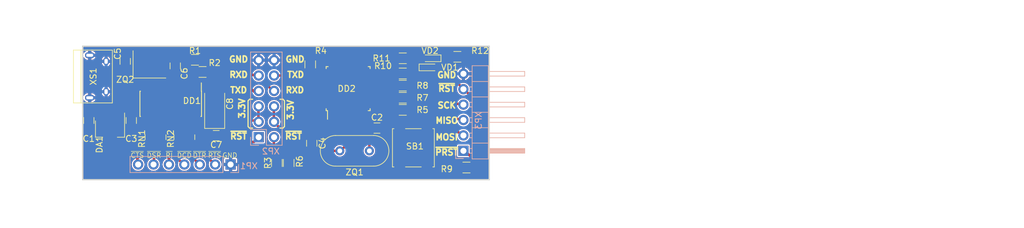
<source format=kicad_pcb>
(kicad_pcb (version 20171130) (host pcbnew 5.0.2+dfsg1-1)

  (general
    (thickness 1.6)
    (drawings 41)
    (tracks 204)
    (zones 0)
    (modules 34)
    (nets 67)
  )

  (page A4)
  (title_block
    (title "Программатор ICSP и UART")
    (date 2020-03-05)
    (company -)
    (comment 2 "Уланов П.Н.")
    (comment 3 -)
    (comment 4 -)
  )

  (layers
    (0 F.Cu signal)
    (31 B.Cu signal)
    (32 B.Adhes user)
    (33 F.Adhes user)
    (34 B.Paste user)
    (35 F.Paste user)
    (36 B.SilkS user)
    (37 F.SilkS user)
    (38 B.Mask user)
    (39 F.Mask user)
    (40 Dwgs.User user)
    (41 Cmts.User user)
    (42 Eco1.User user)
    (43 Eco2.User user)
    (44 Edge.Cuts user)
    (45 Margin user)
    (46 B.CrtYd user)
    (47 F.CrtYd user)
    (48 B.Fab user)
    (49 F.Fab user hide)
  )

  (setup
    (last_trace_width 0.4)
    (trace_clearance 0.2)
    (zone_clearance 0)
    (zone_45_only no)
    (trace_min 0.2)
    (segment_width 0.2)
    (edge_width 0.15)
    (via_size 0.8)
    (via_drill 0.4)
    (via_min_size 0.4)
    (via_min_drill 0.3)
    (uvia_size 0.3)
    (uvia_drill 0.1)
    (uvias_allowed no)
    (uvia_min_size 0.2)
    (uvia_min_drill 0.1)
    (pcb_text_width 0.3)
    (pcb_text_size 1.5 1.5)
    (mod_edge_width 0.15)
    (mod_text_size 1 1)
    (mod_text_width 0.15)
    (pad_size 2.1 1.8)
    (pad_drill 0)
    (pad_to_mask_clearance 0.051)
    (solder_mask_min_width 0.25)
    (aux_axis_origin 0 0)
    (visible_elements FFFFFF7F)
    (pcbplotparams
      (layerselection 0x010fc_ffffffff)
      (usegerberextensions false)
      (usegerberattributes false)
      (usegerberadvancedattributes false)
      (creategerberjobfile false)
      (excludeedgelayer true)
      (linewidth 0.100000)
      (plotframeref false)
      (viasonmask false)
      (mode 1)
      (useauxorigin false)
      (hpglpennumber 1)
      (hpglpenspeed 20)
      (hpglpendiameter 15.000000)
      (psnegative false)
      (psa4output false)
      (plotreference true)
      (plotvalue true)
      (plotinvisibletext false)
      (padsonsilk false)
      (subtractmaskfromsilk false)
      (outputformat 1)
      (mirror false)
      (drillshape 1)
      (scaleselection 1)
      (outputdirectory ""))
  )

  (net 0 "")
  (net 1 +5V)
  (net 2 GND)
  (net 3 +3V3)
  (net 4 /SCK)
  (net 5 /MISO)
  (net 6 /MOSI)
  (net 7 /SS)
  (net 8 /RESET)
  (net 9 +3.3VA)
  (net 10 "Net-(C2-Pad2)")
  (net 11 "Net-(C4-Pad2)")
  (net 12 "Net-(C5-Pad2)")
  (net 13 "Net-(C6-Pad2)")
  (net 14 /RST)
  (net 15 /RxDc)
  (net 16 /TxDc)
  (net 17 /RxD)
  (net 18 /TxD)
  (net 19 "Net-(DD1-Pad5)")
  (net 20 "Net-(DD1-Pad6)")
  (net 21 "Net-(DD1-Pad9)")
  (net 22 "Net-(DD1-Pad10)")
  (net 23 "Net-(DD1-Pad11)")
  (net 24 "Net-(DD1-Pad12)")
  (net 25 "Net-(DD1-Pad13)")
  (net 26 "Net-(DD1-Pad14)")
  (net 27 "Net-(DD1-Pad15)")
  (net 28 "Net-(DD2-Pad1)")
  (net 29 "Net-(DD2-Pad2)")
  (net 30 "Net-(DD2-Pad9)")
  (net 31 "Net-(DD2-Pad10)")
  (net 32 "Net-(DD2-Pad11)")
  (net 33 "Net-(DD2-Pad12)")
  (net 34 "Net-(DD2-Pad13)")
  (net 35 "Net-(DD2-Pad14)")
  (net 36 "Net-(DD2-Pad15)")
  (net 37 "Net-(DD2-Pad16)")
  (net 38 "Net-(DD2-Pad17)")
  (net 39 "Net-(DD2-Pad18)")
  (net 40 "Net-(DD2-Pad19)")
  (net 41 "Net-(DD2-Pad20)")
  (net 42 "Net-(DD2-Pad22)")
  (net 43 "Net-(DD2-Pad23)")
  (net 44 "Net-(DD2-Pad24)")
  (net 45 "Net-(DD2-Pad25)")
  (net 46 "Net-(DD2-Pad26)")
  (net 47 "Net-(DD2-Pad27)")
  (net 48 "Net-(DD2-Pad28)")
  (net 49 "Net-(DD2-Pad32)")
  (net 50 "Net-(R1-Pad1)")
  (net 51 "Net-(R2-Pad1)")
  (net 52 "Net-(R9-Pad2)")
  (net 53 "Net-(R11-Pad1)")
  (net 54 "Net-(R12-Pad1)")
  (net 55 "Net-(RN1-Pad1)")
  (net 56 "Net-(RN1-Pad2)")
  (net 57 "Net-(RN1-Pad3)")
  (net 58 "Net-(RN1-Pad4)")
  (net 59 "Net-(RN2-Pad4)")
  (net 60 "Net-(RN2-Pad3)")
  (net 61 "Net-(RN2-Pad2)")
  (net 62 "Net-(RN2-Pad1)")
  (net 63 "Net-(XS1-Pad4)")
  (net 64 "Net-(RN2-Pad6)")
  (net 65 "Net-(RN2-Pad5)")
  (net 66 "Net-(R3-Pad2)")

  (net_class Default "Это класс цепей по умолчанию."
    (clearance 0.2)
    (trace_width 0.4)
    (via_dia 0.8)
    (via_drill 0.4)
    (uvia_dia 0.3)
    (uvia_drill 0.1)
    (add_net +3.3VA)
    (add_net +3V3)
    (add_net +5V)
    (add_net /MISO)
    (add_net /MOSI)
    (add_net /RESET)
    (add_net /RST)
    (add_net /RxD)
    (add_net /RxDc)
    (add_net /SCK)
    (add_net /SS)
    (add_net /TxD)
    (add_net /TxDc)
    (add_net GND)
    (add_net "Net-(C2-Pad2)")
    (add_net "Net-(C4-Pad2)")
    (add_net "Net-(C5-Pad2)")
    (add_net "Net-(C6-Pad2)")
    (add_net "Net-(DD1-Pad10)")
    (add_net "Net-(DD1-Pad11)")
    (add_net "Net-(DD1-Pad12)")
    (add_net "Net-(DD1-Pad13)")
    (add_net "Net-(DD1-Pad14)")
    (add_net "Net-(DD1-Pad15)")
    (add_net "Net-(DD1-Pad5)")
    (add_net "Net-(DD1-Pad6)")
    (add_net "Net-(DD1-Pad9)")
    (add_net "Net-(DD2-Pad1)")
    (add_net "Net-(DD2-Pad10)")
    (add_net "Net-(DD2-Pad11)")
    (add_net "Net-(DD2-Pad12)")
    (add_net "Net-(DD2-Pad13)")
    (add_net "Net-(DD2-Pad14)")
    (add_net "Net-(DD2-Pad15)")
    (add_net "Net-(DD2-Pad16)")
    (add_net "Net-(DD2-Pad17)")
    (add_net "Net-(DD2-Pad18)")
    (add_net "Net-(DD2-Pad19)")
    (add_net "Net-(DD2-Pad2)")
    (add_net "Net-(DD2-Pad20)")
    (add_net "Net-(DD2-Pad22)")
    (add_net "Net-(DD2-Pad23)")
    (add_net "Net-(DD2-Pad24)")
    (add_net "Net-(DD2-Pad25)")
    (add_net "Net-(DD2-Pad26)")
    (add_net "Net-(DD2-Pad27)")
    (add_net "Net-(DD2-Pad28)")
    (add_net "Net-(DD2-Pad32)")
    (add_net "Net-(DD2-Pad9)")
    (add_net "Net-(R1-Pad1)")
    (add_net "Net-(R11-Pad1)")
    (add_net "Net-(R12-Pad1)")
    (add_net "Net-(R2-Pad1)")
    (add_net "Net-(R3-Pad2)")
    (add_net "Net-(R9-Pad2)")
    (add_net "Net-(RN1-Pad1)")
    (add_net "Net-(RN1-Pad2)")
    (add_net "Net-(RN1-Pad3)")
    (add_net "Net-(RN1-Pad4)")
    (add_net "Net-(RN2-Pad1)")
    (add_net "Net-(RN2-Pad2)")
    (add_net "Net-(RN2-Pad3)")
    (add_net "Net-(RN2-Pad4)")
    (add_net "Net-(RN2-Pad5)")
    (add_net "Net-(RN2-Pad6)")
    (add_net "Net-(XS1-Pad4)")
  )

  (module Capacitors_SMD:C_0805_HandSoldering (layer F.Cu) (tedit 58AA84A8) (tstamp 5E6A5F81)
    (at 51 147.25 270)
    (descr "Capacitor SMD 0805, hand soldering")
    (tags "capacitor 0805")
    (path /5DA4548E)
    (attr smd)
    (fp_text reference C1 (at 3 0 180) (layer F.SilkS)
      (effects (font (size 1 1) (thickness 0.15)))
    )
    (fp_text value 0.33u (at 0 1.75 270) (layer F.Fab)
      (effects (font (size 1 1) (thickness 0.15)))
    )
    (fp_text user %R (at 0 -1.75 270) (layer F.Fab)
      (effects (font (size 1 1) (thickness 0.15)))
    )
    (fp_line (start -1 0.62) (end -1 -0.62) (layer F.Fab) (width 0.1))
    (fp_line (start 1 0.62) (end -1 0.62) (layer F.Fab) (width 0.1))
    (fp_line (start 1 -0.62) (end 1 0.62) (layer F.Fab) (width 0.1))
    (fp_line (start -1 -0.62) (end 1 -0.62) (layer F.Fab) (width 0.1))
    (fp_line (start 0.5 -0.85) (end -0.5 -0.85) (layer F.SilkS) (width 0.12))
    (fp_line (start -0.5 0.85) (end 0.5 0.85) (layer F.SilkS) (width 0.12))
    (fp_line (start -2.25 -0.88) (end 2.25 -0.88) (layer F.CrtYd) (width 0.05))
    (fp_line (start -2.25 -0.88) (end -2.25 0.87) (layer F.CrtYd) (width 0.05))
    (fp_line (start 2.25 0.87) (end 2.25 -0.88) (layer F.CrtYd) (width 0.05))
    (fp_line (start 2.25 0.87) (end -2.25 0.87) (layer F.CrtYd) (width 0.05))
    (pad 1 smd rect (at -1.25 0 270) (size 1.5 1.25) (layers F.Cu F.Paste F.Mask)
      (net 1 +5V))
    (pad 2 smd rect (at 1.25 0 270) (size 1.5 1.25) (layers F.Cu F.Paste F.Mask)
      (net 2 GND))
    (model Capacitors_SMD.3dshapes/C_0805.wrl
      (at (xyz 0 0 0))
      (scale (xyz 1 1 1))
      (rotate (xyz 0 0 0))
    )
  )

  (module Capacitors_SMD:C_0805_HandSoldering (layer F.Cu) (tedit 58AA84A8) (tstamp 5E6AD066)
    (at 98.5 148.5 180)
    (descr "Capacitor SMD 0805, hand soldering")
    (tags "capacitor 0805")
    (path /5E07AD98)
    (attr smd)
    (fp_text reference C2 (at 0 1.75 180) (layer F.SilkS)
      (effects (font (size 1 1) (thickness 0.15)))
    )
    (fp_text value 12p (at 0 1.75 180) (layer F.Fab)
      (effects (font (size 1 1) (thickness 0.15)))
    )
    (fp_line (start 2.25 0.87) (end -2.25 0.87) (layer F.CrtYd) (width 0.05))
    (fp_line (start 2.25 0.87) (end 2.25 -0.88) (layer F.CrtYd) (width 0.05))
    (fp_line (start -2.25 -0.88) (end -2.25 0.87) (layer F.CrtYd) (width 0.05))
    (fp_line (start -2.25 -0.88) (end 2.25 -0.88) (layer F.CrtYd) (width 0.05))
    (fp_line (start -0.5 0.85) (end 0.5 0.85) (layer F.SilkS) (width 0.12))
    (fp_line (start 0.5 -0.85) (end -0.5 -0.85) (layer F.SilkS) (width 0.12))
    (fp_line (start -1 -0.62) (end 1 -0.62) (layer F.Fab) (width 0.1))
    (fp_line (start 1 -0.62) (end 1 0.62) (layer F.Fab) (width 0.1))
    (fp_line (start 1 0.62) (end -1 0.62) (layer F.Fab) (width 0.1))
    (fp_line (start -1 0.62) (end -1 -0.62) (layer F.Fab) (width 0.1))
    (fp_text user %R (at 0 -1.75 180) (layer F.Fab)
      (effects (font (size 1 1) (thickness 0.15)))
    )
    (pad 2 smd rect (at 1.25 0 180) (size 1.5 1.25) (layers F.Cu F.Paste F.Mask)
      (net 10 "Net-(C2-Pad2)"))
    (pad 1 smd rect (at -1.25 0 180) (size 1.5 1.25) (layers F.Cu F.Paste F.Mask)
      (net 2 GND))
    (model Capacitors_SMD.3dshapes/C_0805.wrl
      (at (xyz 0 0 0))
      (scale (xyz 1 1 1))
      (rotate (xyz 0 0 0))
    )
  )

  (module Capacitors_SMD:C_0805_HandSoldering (layer F.Cu) (tedit 58AA84A8) (tstamp 5E6A5FA3)
    (at 58 147.25 270)
    (descr "Capacitor SMD 0805, hand soldering")
    (tags "capacitor 0805")
    (path /5DA45B91)
    (attr smd)
    (fp_text reference C3 (at 3 0 180) (layer F.SilkS)
      (effects (font (size 1 1) (thickness 0.15)))
    )
    (fp_text value 0.1u (at 0 1.75 270) (layer F.Fab)
      (effects (font (size 1 1) (thickness 0.15)))
    )
    (fp_line (start 2.25 0.87) (end -2.25 0.87) (layer F.CrtYd) (width 0.05))
    (fp_line (start 2.25 0.87) (end 2.25 -0.88) (layer F.CrtYd) (width 0.05))
    (fp_line (start -2.25 -0.88) (end -2.25 0.87) (layer F.CrtYd) (width 0.05))
    (fp_line (start -2.25 -0.88) (end 2.25 -0.88) (layer F.CrtYd) (width 0.05))
    (fp_line (start -0.5 0.85) (end 0.5 0.85) (layer F.SilkS) (width 0.12))
    (fp_line (start 0.5 -0.85) (end -0.5 -0.85) (layer F.SilkS) (width 0.12))
    (fp_line (start -1 -0.62) (end 1 -0.62) (layer F.Fab) (width 0.1))
    (fp_line (start 1 -0.62) (end 1 0.62) (layer F.Fab) (width 0.1))
    (fp_line (start 1 0.62) (end -1 0.62) (layer F.Fab) (width 0.1))
    (fp_line (start -1 0.62) (end -1 -0.62) (layer F.Fab) (width 0.1))
    (fp_text user %R (at 0 -1.75 270) (layer F.Fab)
      (effects (font (size 1 1) (thickness 0.15)))
    )
    (pad 2 smd rect (at 1.25 0 270) (size 1.5 1.25) (layers F.Cu F.Paste F.Mask)
      (net 2 GND))
    (pad 1 smd rect (at -1.25 0 270) (size 1.5 1.25) (layers F.Cu F.Paste F.Mask)
      (net 3 +3V3))
    (model Capacitors_SMD.3dshapes/C_0805.wrl
      (at (xyz 0 0 0))
      (scale (xyz 1 1 1))
      (rotate (xyz 0 0 0))
    )
  )

  (module Capacitors_SMD:C_0805_HandSoldering (layer F.Cu) (tedit 58AA84A8) (tstamp 5E6A5FB4)
    (at 87.75 151.000001 270)
    (descr "Capacitor SMD 0805, hand soldering")
    (tags "capacitor 0805")
    (path /5E07AD91)
    (attr smd)
    (fp_text reference C4 (at 0 -1.75 270) (layer F.SilkS)
      (effects (font (size 1 1) (thickness 0.15)))
    )
    (fp_text value 12p (at 0 1.75 270) (layer F.Fab)
      (effects (font (size 1 1) (thickness 0.15)))
    )
    (fp_text user %R (at 0 -1.75 270) (layer F.Fab)
      (effects (font (size 1 1) (thickness 0.15)))
    )
    (fp_line (start -1 0.62) (end -1 -0.62) (layer F.Fab) (width 0.1))
    (fp_line (start 1 0.62) (end -1 0.62) (layer F.Fab) (width 0.1))
    (fp_line (start 1 -0.62) (end 1 0.62) (layer F.Fab) (width 0.1))
    (fp_line (start -1 -0.62) (end 1 -0.62) (layer F.Fab) (width 0.1))
    (fp_line (start 0.5 -0.85) (end -0.5 -0.85) (layer F.SilkS) (width 0.12))
    (fp_line (start -0.5 0.85) (end 0.5 0.85) (layer F.SilkS) (width 0.12))
    (fp_line (start -2.25 -0.88) (end 2.25 -0.88) (layer F.CrtYd) (width 0.05))
    (fp_line (start -2.25 -0.88) (end -2.25 0.87) (layer F.CrtYd) (width 0.05))
    (fp_line (start 2.25 0.87) (end 2.25 -0.88) (layer F.CrtYd) (width 0.05))
    (fp_line (start 2.25 0.87) (end -2.25 0.87) (layer F.CrtYd) (width 0.05))
    (pad 1 smd rect (at -1.25 0 270) (size 1.5 1.25) (layers F.Cu F.Paste F.Mask)
      (net 2 GND))
    (pad 2 smd rect (at 1.25 0 270) (size 1.5 1.25) (layers F.Cu F.Paste F.Mask)
      (net 11 "Net-(C4-Pad2)"))
    (model Capacitors_SMD.3dshapes/C_0805.wrl
      (at (xyz 0 0 0))
      (scale (xyz 1 1 1))
      (rotate (xyz 0 0 0))
    )
  )

  (module Capacitors_SMD:C_0805_HandSoldering (layer F.Cu) (tedit 58AA84A8) (tstamp 5E6A5FC5)
    (at 57 137.5 270)
    (descr "Capacitor SMD 0805, hand soldering")
    (tags "capacitor 0805")
    (path /5DA46ED5)
    (attr smd)
    (fp_text reference C5 (at -1.25 1.25 90) (layer F.SilkS)
      (effects (font (size 1 1) (thickness 0.15)))
    )
    (fp_text value 22p (at 0 1.75 270) (layer F.Fab)
      (effects (font (size 1 1) (thickness 0.15)))
    )
    (fp_line (start 2.25 0.87) (end -2.25 0.87) (layer F.CrtYd) (width 0.05))
    (fp_line (start 2.25 0.87) (end 2.25 -0.88) (layer F.CrtYd) (width 0.05))
    (fp_line (start -2.25 -0.88) (end -2.25 0.87) (layer F.CrtYd) (width 0.05))
    (fp_line (start -2.25 -0.88) (end 2.25 -0.88) (layer F.CrtYd) (width 0.05))
    (fp_line (start -0.5 0.85) (end 0.5 0.85) (layer F.SilkS) (width 0.12))
    (fp_line (start 0.5 -0.85) (end -0.5 -0.85) (layer F.SilkS) (width 0.12))
    (fp_line (start -1 -0.62) (end 1 -0.62) (layer F.Fab) (width 0.1))
    (fp_line (start 1 -0.62) (end 1 0.62) (layer F.Fab) (width 0.1))
    (fp_line (start 1 0.62) (end -1 0.62) (layer F.Fab) (width 0.1))
    (fp_line (start -1 0.62) (end -1 -0.62) (layer F.Fab) (width 0.1))
    (fp_text user %R (at 0 -1.75 270) (layer F.Fab)
      (effects (font (size 1 1) (thickness 0.15)))
    )
    (pad 2 smd rect (at 1.25 0 270) (size 1.5 1.25) (layers F.Cu F.Paste F.Mask)
      (net 12 "Net-(C5-Pad2)"))
    (pad 1 smd rect (at -1.25 0 270) (size 1.5 1.25) (layers F.Cu F.Paste F.Mask)
      (net 2 GND))
    (model Capacitors_SMD.3dshapes/C_0805.wrl
      (at (xyz 0 0 0))
      (scale (xyz 1 1 1))
      (rotate (xyz 0 0 0))
    )
  )

  (module Capacitors_SMD:C_0805_HandSoldering (layer F.Cu) (tedit 58AA84A8) (tstamp 5E6A5FD6)
    (at 65.25 138.25 90)
    (descr "Capacitor SMD 0805, hand soldering")
    (tags "capacitor 0805")
    (path /5DA46E02)
    (attr smd)
    (fp_text reference C6 (at -1.25 1.5 90) (layer F.SilkS)
      (effects (font (size 1 1) (thickness 0.15)))
    )
    (fp_text value 22p (at 0 1.75 90) (layer F.Fab)
      (effects (font (size 1 1) (thickness 0.15)))
    )
    (fp_text user %R (at 0 -1.75 90) (layer F.Fab)
      (effects (font (size 1 1) (thickness 0.15)))
    )
    (fp_line (start -1 0.62) (end -1 -0.62) (layer F.Fab) (width 0.1))
    (fp_line (start 1 0.62) (end -1 0.62) (layer F.Fab) (width 0.1))
    (fp_line (start 1 -0.62) (end 1 0.62) (layer F.Fab) (width 0.1))
    (fp_line (start -1 -0.62) (end 1 -0.62) (layer F.Fab) (width 0.1))
    (fp_line (start 0.5 -0.85) (end -0.5 -0.85) (layer F.SilkS) (width 0.12))
    (fp_line (start -0.5 0.85) (end 0.5 0.85) (layer F.SilkS) (width 0.12))
    (fp_line (start -2.25 -0.88) (end 2.25 -0.88) (layer F.CrtYd) (width 0.05))
    (fp_line (start -2.25 -0.88) (end -2.25 0.87) (layer F.CrtYd) (width 0.05))
    (fp_line (start 2.25 0.87) (end 2.25 -0.88) (layer F.CrtYd) (width 0.05))
    (fp_line (start 2.25 0.87) (end -2.25 0.87) (layer F.CrtYd) (width 0.05))
    (pad 1 smd rect (at -1.25 0 90) (size 1.5 1.25) (layers F.Cu F.Paste F.Mask)
      (net 2 GND))
    (pad 2 smd rect (at 1.25 0 90) (size 1.5 1.25) (layers F.Cu F.Paste F.Mask)
      (net 13 "Net-(C6-Pad2)"))
    (model Capacitors_SMD.3dshapes/C_0805.wrl
      (at (xyz 0 0 0))
      (scale (xyz 1 1 1))
      (rotate (xyz 0 0 0))
    )
  )

  (module Capacitors_SMD:C_0805_HandSoldering (layer F.Cu) (tedit 58AA84A8) (tstamp 5E60B4D2)
    (at 72 149.75)
    (descr "Capacitor SMD 0805, hand soldering")
    (tags "capacitor 0805")
    (path /5E046D2F)
    (attr smd)
    (fp_text reference C7 (at 0 1.5 180) (layer F.SilkS)
      (effects (font (size 1 1) (thickness 0.15)))
    )
    (fp_text value 100n (at 0 1.75) (layer F.Fab)
      (effects (font (size 1 1) (thickness 0.15)))
    )
    (fp_text user %R (at 0 -1.75) (layer F.Fab)
      (effects (font (size 1 1) (thickness 0.15)))
    )
    (fp_line (start -1 0.62) (end -1 -0.62) (layer F.Fab) (width 0.1))
    (fp_line (start 1 0.62) (end -1 0.62) (layer F.Fab) (width 0.1))
    (fp_line (start 1 -0.62) (end 1 0.62) (layer F.Fab) (width 0.1))
    (fp_line (start -1 -0.62) (end 1 -0.62) (layer F.Fab) (width 0.1))
    (fp_line (start 0.5 -0.85) (end -0.5 -0.85) (layer F.SilkS) (width 0.12))
    (fp_line (start -0.5 0.85) (end 0.5 0.85) (layer F.SilkS) (width 0.12))
    (fp_line (start -2.25 -0.88) (end 2.25 -0.88) (layer F.CrtYd) (width 0.05))
    (fp_line (start -2.25 -0.88) (end -2.25 0.87) (layer F.CrtYd) (width 0.05))
    (fp_line (start 2.25 0.87) (end 2.25 -0.88) (layer F.CrtYd) (width 0.05))
    (fp_line (start 2.25 0.87) (end -2.25 0.87) (layer F.CrtYd) (width 0.05))
    (pad 1 smd rect (at -1.25 0) (size 1.5 1.25) (layers F.Cu F.Paste F.Mask)
      (net 3 +3V3))
    (pad 2 smd rect (at 1.25 0) (size 1.5 1.25) (layers F.Cu F.Paste F.Mask)
      (net 2 GND))
    (model Capacitors_SMD.3dshapes/C_0805.wrl
      (at (xyz 0 0 0))
      (scale (xyz 1 1 1))
      (rotate (xyz 0 0 0))
    )
  )

  (module Capacitors_Tantalum_SMD:CP_Tantalum_Case-B_EIA-3528-21_Hand (layer F.Cu) (tedit 58CC8C08) (tstamp 5E6A5FFB)
    (at 71.75 144.5 90)
    (descr "Tantalum capacitor, Case B, EIA 3528-21, 3.5x2.8x1.9mm, Hand soldering footprint")
    (tags "capacitor tantalum smd")
    (path /5E054B02)
    (attr smd)
    (fp_text reference C8 (at 0 2.5 90) (layer F.SilkS)
      (effects (font (size 1 1) (thickness 0.15)))
    )
    (fp_text value 22u (at 0 3.15 90) (layer F.Fab)
      (effects (font (size 1 1) (thickness 0.15)))
    )
    (fp_text user %R (at 0 0 90) (layer F.Fab)
      (effects (font (size 0.8 0.8) (thickness 0.12)))
    )
    (fp_line (start -4.15 -1.75) (end -4.15 1.75) (layer F.CrtYd) (width 0.05))
    (fp_line (start -4.15 1.75) (end 4.15 1.75) (layer F.CrtYd) (width 0.05))
    (fp_line (start 4.15 1.75) (end 4.15 -1.75) (layer F.CrtYd) (width 0.05))
    (fp_line (start 4.15 -1.75) (end -4.15 -1.75) (layer F.CrtYd) (width 0.05))
    (fp_line (start -1.75 -1.4) (end -1.75 1.4) (layer F.Fab) (width 0.1))
    (fp_line (start -1.75 1.4) (end 1.75 1.4) (layer F.Fab) (width 0.1))
    (fp_line (start 1.75 1.4) (end 1.75 -1.4) (layer F.Fab) (width 0.1))
    (fp_line (start 1.75 -1.4) (end -1.75 -1.4) (layer F.Fab) (width 0.1))
    (fp_line (start -1.4 -1.4) (end -1.4 1.4) (layer F.Fab) (width 0.1))
    (fp_line (start -1.225 -1.4) (end -1.225 1.4) (layer F.Fab) (width 0.1))
    (fp_line (start -4.05 -1.65) (end 1.75 -1.65) (layer F.SilkS) (width 0.12))
    (fp_line (start -4.05 1.65) (end 1.75 1.65) (layer F.SilkS) (width 0.12))
    (fp_line (start -4.05 -1.65) (end -4.05 1.65) (layer F.SilkS) (width 0.12))
    (pad 1 smd rect (at -2.15 0 90) (size 3.2 2.5) (layers F.Cu F.Paste F.Mask)
      (net 3 +3V3))
    (pad 2 smd rect (at 2.15 0 90) (size 3.2 2.5) (layers F.Cu F.Paste F.Mask)
      (net 2 GND))
    (model Capacitors_Tantalum_SMD.3dshapes/CP_Tantalum_Case-B_EIA-3528-21.wrl
      (at (xyz 0 0 0))
      (scale (xyz 1 1 1))
      (rotate (xyz 0 0 0))
    )
  )

  (module TO_SOT_Packages_SMD:SOT-89-3_Handsoldering (layer F.Cu) (tedit 58CE4E7F) (tstamp 5E6A6012)
    (at 54.5 148.23 270)
    (descr "SOT-89-3 Handsoldering")
    (tags "SOT-89-3 Handsoldering")
    (path /5DA44BB5)
    (attr smd)
    (fp_text reference DA1 (at 3 1.75 270) (layer F.SilkS)
      (effects (font (size 1 1) (thickness 0.15)))
    )
    (fp_text value L78L33_SOT89 (at 0.5 3.15 270) (layer F.Fab)
      (effects (font (size 1 1) (thickness 0.15)))
    )
    (fp_text user %R (at 0.38 0) (layer F.Fab)
      (effects (font (size 0.6 0.6) (thickness 0.09)))
    )
    (fp_line (start -3.5 2.55) (end 4.25 2.55) (layer F.CrtYd) (width 0.05))
    (fp_line (start 4.25 2.55) (end 4.25 -2.55) (layer F.CrtYd) (width 0.05))
    (fp_line (start 4.25 -2.55) (end -3.5 -2.55) (layer F.CrtYd) (width 0.05))
    (fp_line (start -3.5 -2.55) (end -3.5 2.55) (layer F.CrtYd) (width 0.05))
    (fp_line (start 1.78 1.2) (end 1.78 2.4) (layer F.SilkS) (width 0.12))
    (fp_line (start 1.78 2.4) (end -0.92 2.4) (layer F.SilkS) (width 0.12))
    (fp_line (start -2.22 -2.4) (end 1.78 -2.4) (layer F.SilkS) (width 0.12))
    (fp_line (start 1.78 -2.4) (end 1.78 -1.2) (layer F.SilkS) (width 0.12))
    (fp_line (start -0.92 -1.51) (end -0.13 -2.3) (layer F.Fab) (width 0.1))
    (fp_line (start 1.68 -2.3) (end 1.68 2.3) (layer F.Fab) (width 0.1))
    (fp_line (start 1.68 2.3) (end -0.92 2.3) (layer F.Fab) (width 0.1))
    (fp_line (start -0.92 2.3) (end -0.92 -1.51) (layer F.Fab) (width 0.1))
    (fp_line (start -0.13 -2.3) (end 1.68 -2.3) (layer F.Fab) (width 0.1))
    (pad 1 smd rect (at -1.98 -1.5 180) (size 1 2.5) (layers F.Cu F.Paste F.Mask)
      (net 3 +3V3))
    (pad 2 smd rect (at -1.98 0 180) (size 1 2.5) (layers F.Cu F.Paste F.Mask)
      (net 2 GND))
    (pad 3 smd rect (at -1.98 1.5 180) (size 1 2.5) (layers F.Cu F.Paste F.Mask)
      (net 1 +5V))
    (pad 2 smd rect (at 1.98 0 180) (size 2 4) (layers F.Cu F.Paste F.Mask)
      (net 2 GND))
    (pad 2 smd trapezoid (at -0.37 0) (size 1.5 0.75) (rect_delta 0 0.5 ) (layers F.Cu F.Paste F.Mask)
      (net 2 GND))
    (model ${KISYS3DMOD}/TO_SOT_Packages_SMD.3dshapes/SOT-89-3.wrl
      (at (xyz 0 0 0))
      (scale (xyz 1 1 1))
      (rotate (xyz 0 0 0))
    )
  )

  (module Housings_SOIC:SOIC-16_3.9x9.9mm_Pitch1.27mm (layer F.Cu) (tedit 58CC8F64) (tstamp 5E6A81B0)
    (at 64.5 144.5 270)
    (descr "16-Lead Plastic Small Outline (SL) - Narrow, 3.90 mm Body [SOIC] (see Microchip Packaging Specification 00000049BS.pdf)")
    (tags "SOIC 1.27")
    (path /5DA44156)
    (attr smd)
    (fp_text reference DD1 (at -0.5 -3.5 180) (layer F.SilkS)
      (effects (font (size 1 1) (thickness 0.15)))
    )
    (fp_text value CH340G (at 0 6 270) (layer F.Fab)
      (effects (font (size 1 1) (thickness 0.15)))
    )
    (fp_text user %R (at 0 0 270) (layer F.Fab)
      (effects (font (size 0.9 0.9) (thickness 0.135)))
    )
    (fp_line (start -0.95 -4.95) (end 1.95 -4.95) (layer F.Fab) (width 0.15))
    (fp_line (start 1.95 -4.95) (end 1.95 4.95) (layer F.Fab) (width 0.15))
    (fp_line (start 1.95 4.95) (end -1.95 4.95) (layer F.Fab) (width 0.15))
    (fp_line (start -1.95 4.95) (end -1.95 -3.95) (layer F.Fab) (width 0.15))
    (fp_line (start -1.95 -3.95) (end -0.95 -4.95) (layer F.Fab) (width 0.15))
    (fp_line (start -3.7 -5.25) (end -3.7 5.25) (layer F.CrtYd) (width 0.05))
    (fp_line (start 3.7 -5.25) (end 3.7 5.25) (layer F.CrtYd) (width 0.05))
    (fp_line (start -3.7 -5.25) (end 3.7 -5.25) (layer F.CrtYd) (width 0.05))
    (fp_line (start -3.7 5.25) (end 3.7 5.25) (layer F.CrtYd) (width 0.05))
    (fp_line (start -2.075 -5.075) (end -2.075 -5.05) (layer F.SilkS) (width 0.15))
    (fp_line (start 2.075 -5.075) (end 2.075 -4.97) (layer F.SilkS) (width 0.15))
    (fp_line (start 2.075 5.075) (end 2.075 4.97) (layer F.SilkS) (width 0.15))
    (fp_line (start -2.075 5.075) (end -2.075 4.97) (layer F.SilkS) (width 0.15))
    (fp_line (start -2.075 -5.075) (end 2.075 -5.075) (layer F.SilkS) (width 0.15))
    (fp_line (start -2.075 5.075) (end 2.075 5.075) (layer F.SilkS) (width 0.15))
    (fp_line (start -2.075 -5.05) (end -3.45 -5.05) (layer F.SilkS) (width 0.15))
    (pad 1 smd rect (at -2.7 -4.445 270) (size 1.5 0.6) (layers F.Cu F.Paste F.Mask)
      (net 2 GND))
    (pad 2 smd rect (at -2.7 -3.175 270) (size 1.5 0.6) (layers F.Cu F.Paste F.Mask)
      (net 18 /TxD))
    (pad 3 smd rect (at -2.7 -1.905 270) (size 1.5 0.6) (layers F.Cu F.Paste F.Mask)
      (net 17 /RxD))
    (pad 4 smd rect (at -2.7 -0.635 270) (size 1.5 0.6) (layers F.Cu F.Paste F.Mask)
      (net 3 +3V3))
    (pad 5 smd rect (at -2.7 0.635 270) (size 1.5 0.6) (layers F.Cu F.Paste F.Mask)
      (net 19 "Net-(DD1-Pad5)"))
    (pad 6 smd rect (at -2.7 1.905 270) (size 1.5 0.6) (layers F.Cu F.Paste F.Mask)
      (net 20 "Net-(DD1-Pad6)"))
    (pad 7 smd rect (at -2.7 3.175 270) (size 1.5 0.6) (layers F.Cu F.Paste F.Mask)
      (net 13 "Net-(C6-Pad2)"))
    (pad 8 smd rect (at -2.7 4.445 270) (size 1.5 0.6) (layers F.Cu F.Paste F.Mask)
      (net 12 "Net-(C5-Pad2)"))
    (pad 9 smd rect (at 2.7 4.445 270) (size 1.5 0.6) (layers F.Cu F.Paste F.Mask)
      (net 21 "Net-(DD1-Pad9)"))
    (pad 10 smd rect (at 2.7 3.175 270) (size 1.5 0.6) (layers F.Cu F.Paste F.Mask)
      (net 22 "Net-(DD1-Pad10)"))
    (pad 11 smd rect (at 2.7 1.905 270) (size 1.5 0.6) (layers F.Cu F.Paste F.Mask)
      (net 23 "Net-(DD1-Pad11)"))
    (pad 12 smd rect (at 2.7 0.635 270) (size 1.5 0.6) (layers F.Cu F.Paste F.Mask)
      (net 24 "Net-(DD1-Pad12)"))
    (pad 13 smd rect (at 2.7 -0.635 270) (size 1.5 0.6) (layers F.Cu F.Paste F.Mask)
      (net 25 "Net-(DD1-Pad13)"))
    (pad 14 smd rect (at 2.7 -1.905 270) (size 1.5 0.6) (layers F.Cu F.Paste F.Mask)
      (net 26 "Net-(DD1-Pad14)"))
    (pad 15 smd rect (at 2.7 -3.175 270) (size 1.5 0.6) (layers F.Cu F.Paste F.Mask)
      (net 27 "Net-(DD1-Pad15)"))
    (pad 16 smd rect (at 2.7 -4.445 270) (size 1.5 0.6) (layers F.Cu F.Paste F.Mask)
      (net 3 +3V3))
    (model ${KISYS3DMOD}/Housings_SOIC.3dshapes/SOIC-16_3.9x9.9mm_Pitch1.27mm.wrl
      (at (xyz 0 0 0))
      (scale (xyz 1 1 1))
      (rotate (xyz 0 0 0))
    )
  )

  (module Housings_QFP:TQFP-32_7x7mm_Pitch0.8mm (layer F.Cu) (tedit 58CC9A48) (tstamp 5E6A606E)
    (at 93.75 142 90)
    (descr "32-Lead Plastic Thin Quad Flatpack (PT) - 7x7x1.0 mm Body, 2.00 mm [TQFP] (see Microchip Packaging Specification 00000049BS.pdf)")
    (tags "QFP 0.8")
    (path /5DA4403E)
    (attr smd)
    (fp_text reference DD2 (at 0 -0.25) (layer F.SilkS)
      (effects (font (size 1 1) (thickness 0.15)))
    )
    (fp_text value ATmega328P-AU (at 0 6.05 90) (layer F.Fab)
      (effects (font (size 1 1) (thickness 0.15)))
    )
    (fp_text user %R (at 0 0 90) (layer F.Fab)
      (effects (font (size 1 1) (thickness 0.15)))
    )
    (fp_line (start -2.5 -3.5) (end 3.5 -3.5) (layer F.Fab) (width 0.15))
    (fp_line (start 3.5 -3.5) (end 3.5 3.5) (layer F.Fab) (width 0.15))
    (fp_line (start 3.5 3.5) (end -3.5 3.5) (layer F.Fab) (width 0.15))
    (fp_line (start -3.5 3.5) (end -3.5 -2.5) (layer F.Fab) (width 0.15))
    (fp_line (start -3.5 -2.5) (end -2.5 -3.5) (layer F.Fab) (width 0.15))
    (fp_line (start -5.3 -5.3) (end -5.3 5.3) (layer F.CrtYd) (width 0.05))
    (fp_line (start 5.3 -5.3) (end 5.3 5.3) (layer F.CrtYd) (width 0.05))
    (fp_line (start -5.3 -5.3) (end 5.3 -5.3) (layer F.CrtYd) (width 0.05))
    (fp_line (start -5.3 5.3) (end 5.3 5.3) (layer F.CrtYd) (width 0.05))
    (fp_line (start -3.625 -3.625) (end -3.625 -3.4) (layer F.SilkS) (width 0.15))
    (fp_line (start 3.625 -3.625) (end 3.625 -3.3) (layer F.SilkS) (width 0.15))
    (fp_line (start 3.625 3.625) (end 3.625 3.3) (layer F.SilkS) (width 0.15))
    (fp_line (start -3.625 3.625) (end -3.625 3.3) (layer F.SilkS) (width 0.15))
    (fp_line (start -3.625 -3.625) (end -3.3 -3.625) (layer F.SilkS) (width 0.15))
    (fp_line (start -3.625 3.625) (end -3.3 3.625) (layer F.SilkS) (width 0.15))
    (fp_line (start 3.625 3.625) (end 3.3 3.625) (layer F.SilkS) (width 0.15))
    (fp_line (start 3.625 -3.625) (end 3.3 -3.625) (layer F.SilkS) (width 0.15))
    (fp_line (start -3.625 -3.4) (end -5.05 -3.4) (layer F.SilkS) (width 0.15))
    (pad 1 smd rect (at -4.25 -2.8 90) (size 1.6 0.55) (layers F.Cu F.Paste F.Mask)
      (net 28 "Net-(DD2-Pad1)"))
    (pad 2 smd rect (at -4.25 -2 90) (size 1.6 0.55) (layers F.Cu F.Paste F.Mask)
      (net 29 "Net-(DD2-Pad2)"))
    (pad 3 smd rect (at -4.25 -1.2 90) (size 1.6 0.55) (layers F.Cu F.Paste F.Mask)
      (net 2 GND))
    (pad 4 smd rect (at -4.25 -0.4 90) (size 1.6 0.55) (layers F.Cu F.Paste F.Mask)
      (net 9 +3.3VA))
    (pad 5 smd rect (at -4.25 0.4 90) (size 1.6 0.55) (layers F.Cu F.Paste F.Mask)
      (net 2 GND))
    (pad 6 smd rect (at -4.25 1.2 90) (size 1.6 0.55) (layers F.Cu F.Paste F.Mask)
      (net 9 +3.3VA))
    (pad 7 smd rect (at -4.25 2 90) (size 1.6 0.55) (layers F.Cu F.Paste F.Mask)
      (net 11 "Net-(C4-Pad2)"))
    (pad 8 smd rect (at -4.25 2.8 90) (size 1.6 0.55) (layers F.Cu F.Paste F.Mask)
      (net 10 "Net-(C2-Pad2)"))
    (pad 9 smd rect (at -2.8 4.25 180) (size 1.6 0.55) (layers F.Cu F.Paste F.Mask)
      (net 30 "Net-(DD2-Pad9)"))
    (pad 10 smd rect (at -2 4.25 180) (size 1.6 0.55) (layers F.Cu F.Paste F.Mask)
      (net 31 "Net-(DD2-Pad10)"))
    (pad 11 smd rect (at -1.2 4.25 180) (size 1.6 0.55) (layers F.Cu F.Paste F.Mask)
      (net 32 "Net-(DD2-Pad11)"))
    (pad 12 smd rect (at -0.4 4.25 180) (size 1.6 0.55) (layers F.Cu F.Paste F.Mask)
      (net 33 "Net-(DD2-Pad12)"))
    (pad 13 smd rect (at 0.4 4.25 180) (size 1.6 0.55) (layers F.Cu F.Paste F.Mask)
      (net 34 "Net-(DD2-Pad13)"))
    (pad 14 smd rect (at 1.2 4.25 180) (size 1.6 0.55) (layers F.Cu F.Paste F.Mask)
      (net 35 "Net-(DD2-Pad14)"))
    (pad 15 smd rect (at 2 4.25 180) (size 1.6 0.55) (layers F.Cu F.Paste F.Mask)
      (net 36 "Net-(DD2-Pad15)"))
    (pad 16 smd rect (at 2.8 4.25 180) (size 1.6 0.55) (layers F.Cu F.Paste F.Mask)
      (net 37 "Net-(DD2-Pad16)"))
    (pad 17 smd rect (at 4.25 2.8 90) (size 1.6 0.55) (layers F.Cu F.Paste F.Mask)
      (net 38 "Net-(DD2-Pad17)"))
    (pad 18 smd rect (at 4.25 2 90) (size 1.6 0.55) (layers F.Cu F.Paste F.Mask)
      (net 39 "Net-(DD2-Pad18)"))
    (pad 19 smd rect (at 4.25 1.2 90) (size 1.6 0.55) (layers F.Cu F.Paste F.Mask)
      (net 40 "Net-(DD2-Pad19)"))
    (pad 20 smd rect (at 4.25 0.4 90) (size 1.6 0.55) (layers F.Cu F.Paste F.Mask)
      (net 41 "Net-(DD2-Pad20)"))
    (pad 21 smd rect (at 4.25 -0.4 90) (size 1.6 0.55) (layers F.Cu F.Paste F.Mask)
      (net 2 GND))
    (pad 22 smd rect (at 4.25 -1.2 90) (size 1.6 0.55) (layers F.Cu F.Paste F.Mask)
      (net 42 "Net-(DD2-Pad22)"))
    (pad 23 smd rect (at 4.25 -2 90) (size 1.6 0.55) (layers F.Cu F.Paste F.Mask)
      (net 43 "Net-(DD2-Pad23)"))
    (pad 24 smd rect (at 4.25 -2.8 90) (size 1.6 0.55) (layers F.Cu F.Paste F.Mask)
      (net 44 "Net-(DD2-Pad24)"))
    (pad 25 smd rect (at 2.8 -4.25 180) (size 1.6 0.55) (layers F.Cu F.Paste F.Mask)
      (net 45 "Net-(DD2-Pad25)"))
    (pad 26 smd rect (at 2 -4.25 180) (size 1.6 0.55) (layers F.Cu F.Paste F.Mask)
      (net 46 "Net-(DD2-Pad26)"))
    (pad 27 smd rect (at 1.2 -4.25 180) (size 1.6 0.55) (layers F.Cu F.Paste F.Mask)
      (net 47 "Net-(DD2-Pad27)"))
    (pad 28 smd rect (at 0.4 -4.25 180) (size 1.6 0.55) (layers F.Cu F.Paste F.Mask)
      (net 48 "Net-(DD2-Pad28)"))
    (pad 29 smd rect (at -0.4 -4.25 180) (size 1.6 0.55) (layers F.Cu F.Paste F.Mask)
      (net 8 /RESET))
    (pad 30 smd rect (at -1.2 -4.25 180) (size 1.6 0.55) (layers F.Cu F.Paste F.Mask)
      (net 15 /RxDc))
    (pad 31 smd rect (at -2 -4.25 180) (size 1.6 0.55) (layers F.Cu F.Paste F.Mask)
      (net 16 /TxDc))
    (pad 32 smd rect (at -2.8 -4.25 180) (size 1.6 0.55) (layers F.Cu F.Paste F.Mask)
      (net 49 "Net-(DD2-Pad32)"))
    (model ${KISYS3DMOD}/Housings_QFP.3dshapes/TQFP-32_7x7mm_Pitch0.8mm.wrl
      (at (xyz 0 0 0))
      (scale (xyz 1 1 1))
      (rotate (xyz 0 0 0))
    )
  )

  (module Crystals:Crystal_HC49-U_Vertical (layer F.Cu) (tedit 5E60C4CF) (tstamp 5E6A6085)
    (at 97.25 152.25 180)
    (descr "Crystal THT HC-49/U http://5hertz.com/pdfs/04404_D.pdf")
    (tags "THT crystalHC-49/U")
    (path /5E07AD87)
    (fp_text reference ZQ1 (at 2.44 -3.525 180) (layer F.SilkS)
      (effects (font (size 1 1) (thickness 0.15)))
    )
    (fp_text value 7.37M (at 2.44 3.525 180) (layer F.Fab)
      (effects (font (size 1 1) (thickness 0.15)))
    )
    (fp_text user %R (at 2.44 0 180) (layer F.Fab)
      (effects (font (size 1 1) (thickness 0.15)))
    )
    (fp_line (start -0.685 -2.325) (end 5.565 -2.325) (layer F.Fab) (width 0.1))
    (fp_line (start -0.685 2.325) (end 5.565 2.325) (layer F.Fab) (width 0.1))
    (fp_line (start -0.56 -2) (end 5.44 -2) (layer F.Fab) (width 0.1))
    (fp_line (start -0.56 2) (end 5.44 2) (layer F.Fab) (width 0.1))
    (fp_line (start -0.685 -2.525) (end 5.565 -2.525) (layer F.SilkS) (width 0.12))
    (fp_line (start -0.685 2.525) (end 5.565 2.525) (layer F.SilkS) (width 0.12))
    (fp_line (start -3.5 -2.8) (end -3.5 2.8) (layer F.CrtYd) (width 0.05))
    (fp_line (start -3.5 2.8) (end 8.4 2.8) (layer F.CrtYd) (width 0.05))
    (fp_line (start 8.4 2.8) (end 8.4 -2.8) (layer F.CrtYd) (width 0.05))
    (fp_line (start 8.4 -2.8) (end -3.5 -2.8) (layer F.CrtYd) (width 0.05))
    (fp_arc (start -0.685 0) (end -0.685 -2.325) (angle -180) (layer F.Fab) (width 0.1))
    (fp_arc (start 5.565 0) (end 5.565 -2.325) (angle 180) (layer F.Fab) (width 0.1))
    (fp_arc (start -0.56 0) (end -0.56 -2) (angle -180) (layer F.Fab) (width 0.1))
    (fp_arc (start 5.44 0) (end 5.44 -2) (angle 180) (layer F.Fab) (width 0.1))
    (fp_arc (start -0.685 0) (end -0.685 -2.525) (angle -180) (layer F.SilkS) (width 0.12))
    (fp_arc (start 5.565 0) (end 5.565 -2.525) (angle 180) (layer F.SilkS) (width 0.12))
    (pad 1 thru_hole circle (at 0 0 180) (size 1.5 1.5) (drill 0.8) (layers *.Cu *.Mask)
      (net 10 "Net-(C2-Pad2)"))
    (pad 2 thru_hole circle (at 4.88 0 180) (size 1.5 1.5) (drill 0.8) (layers *.Cu *.Mask)
      (net 11 "Net-(C4-Pad2)"))
    (model ${KISYS3DMOD}/Crystals.3dshapes/Crystal_HC49-U_Vertical.wrl
      (at (xyz 0 0 0))
      (scale (xyz 0.393701 0.393701 0.393701))
      (rotate (xyz 0 0 0))
    )
  )

  (module Crystals:Crystal_SMD_3225-4pin_3.2x2.5mm_HandSoldering (layer F.Cu) (tedit 5E60B823) (tstamp 5E6A6099)
    (at 61.000001 138)
    (descr "SMD Crystal SERIES SMD3225/4 http://www.txccrystal.com/images/pdf/7m-accuracy.pdf, hand-soldering, 3.2x2.5mm^2 package")
    (tags "SMD SMT crystal hand-soldering")
    (path /5DA465C1)
    (attr smd)
    (fp_text reference ZQ2 (at -4.000001 2.5) (layer F.SilkS)
      (effects (font (size 1 1) (thickness 0.15)))
    )
    (fp_text value 12M (at 0 3.05) (layer F.Fab)
      (effects (font (size 1 1) (thickness 0.15)))
    )
    (fp_text user %R (at 0 0) (layer F.Fab)
      (effects (font (size 0.7 0.7) (thickness 0.105)))
    )
    (fp_line (start -1.6 -1.25) (end -1.6 1.25) (layer F.Fab) (width 0.1))
    (fp_line (start -1.6 1.25) (end 1.6 1.25) (layer F.Fab) (width 0.1))
    (fp_line (start 1.6 1.25) (end 1.6 -1.25) (layer F.Fab) (width 0.1))
    (fp_line (start 1.6 -1.25) (end -1.6 -1.25) (layer F.Fab) (width 0.1))
    (fp_line (start -1.6 0.25) (end -0.6 1.25) (layer F.Fab) (width 0.1))
    (fp_line (start -2.7 -2.25) (end -2.7 2.25) (layer F.SilkS) (width 0.12))
    (fp_line (start -2.7 2.25) (end 2.7 2.25) (layer F.SilkS) (width 0.12))
    (fp_line (start -2.8 -2.3) (end -2.8 2.3) (layer F.CrtYd) (width 0.05))
    (fp_line (start -2.8 2.3) (end 2.8 2.3) (layer F.CrtYd) (width 0.05))
    (fp_line (start 2.8 2.3) (end 2.8 -2.3) (layer F.CrtYd) (width 0.05))
    (fp_line (start 2.8 -2.3) (end -2.8 -2.3) (layer F.CrtYd) (width 0.05))
    (pad 1 smd rect (at -1.45 1.15) (size 2.1 1.8) (layers F.Cu F.Paste F.Mask)
      (net 12 "Net-(C5-Pad2)"))
    (pad 2 smd rect (at 1.45 1.15) (size 2.1 1.8) (layers F.Cu F.Paste F.Mask)
      (net 2 GND))
    (pad 3 smd rect (at 1.45 -1.15) (size 2.1 1.8) (layers F.Cu F.Paste F.Mask)
      (net 13 "Net-(C6-Pad2)"))
    (pad 4 smd rect (at -1.45 -1.15) (size 2.1 1.8) (layers F.Cu F.Paste F.Mask)
      (net 2 GND))
    (model ${KISYS3DMOD}/Crystals.3dshapes/Crystal_SMD_3225-4pin_3.2x2.5mm_HandSoldering.wrl
      (at (xyz 0 0 0))
      (scale (xyz 1 1 1))
      (rotate (xyz 0 0 0))
    )
  )

  (module Buttons_Switches_SMD:SW_SPST_B3S-1000 (layer F.Cu) (tedit 5E63619E) (tstamp 5E6AA6D2)
    (at 104.5 151.75 270)
    (descr "Surface Mount Tactile Switch for High-Density Packaging")
    (tags "Tactile Switch")
    (path /5E011519)
    (attr smd)
    (fp_text reference SB1 (at -0.25 -0.25 180) (layer F.SilkS)
      (effects (font (size 1 1) (thickness 0.15)))
    )
    (fp_text value SW_Push (at 0 4.5 270) (layer F.Fab)
      (effects (font (size 1 1) (thickness 0.15)))
    )
    (fp_text user %R (at 0 -4.5 270) (layer F.Fab)
      (effects (font (size 1 1) (thickness 0.15)))
    )
    (fp_line (start -5 3.7) (end 5 3.7) (layer F.CrtYd) (width 0.05))
    (fp_line (start 5 3.7) (end 5 -3.7) (layer F.CrtYd) (width 0.05))
    (fp_line (start 5 -3.7) (end -5 -3.7) (layer F.CrtYd) (width 0.05))
    (fp_line (start -5 -3.7) (end -5 3.7) (layer F.CrtYd) (width 0.05))
    (fp_line (start -3.15 -3.2) (end -3.15 -3.45) (layer F.SilkS) (width 0.12))
    (fp_line (start -3.15 -3.45) (end 3.15 -3.45) (layer F.SilkS) (width 0.12))
    (fp_line (start 3.15 -3.45) (end 3.15 -3.2) (layer F.SilkS) (width 0.12))
    (fp_line (start -3.15 1.3) (end -3.15 -1.3) (layer F.SilkS) (width 0.12))
    (fp_line (start 3.15 3.2) (end 3.15 3.45) (layer F.SilkS) (width 0.12))
    (fp_line (start 3.15 3.45) (end -3.15 3.45) (layer F.SilkS) (width 0.12))
    (fp_line (start -3.15 3.45) (end -3.15 3.2) (layer F.SilkS) (width 0.12))
    (fp_line (start 3.15 -1.3) (end 3.15 1.3) (layer F.SilkS) (width 0.12))
    (fp_circle (center 0 0) (end 1.65 0) (layer F.Fab) (width 0.1))
    (fp_line (start -3 -3.3) (end 3 -3.3) (layer F.Fab) (width 0.1))
    (fp_line (start 3 -3.3) (end 3 3.3) (layer F.Fab) (width 0.1))
    (fp_line (start 3 3.3) (end -3 3.3) (layer F.Fab) (width 0.1))
    (fp_line (start -3 3.3) (end -3 -3.3) (layer F.Fab) (width 0.1))
    (pad 1 smd rect (at -3.975 -2.25 270) (size 1.55 1.3) (layers F.Cu F.Paste F.Mask)
      (net 2 GND))
    (pad 1 smd rect (at 3.975 -2.25 270) (size 1.55 1.3) (layers F.Cu F.Paste F.Mask)
      (net 2 GND))
    (pad 2 smd rect (at -3.975 2.25 270) (size 1.55 1.3) (layers F.Cu F.Paste F.Mask)
      (net 66 "Net-(R3-Pad2)"))
    (pad 2 smd rect (at 3.975 2.25 270) (size 1.55 1.3) (layers F.Cu F.Paste F.Mask)
      (net 66 "Net-(R3-Pad2)"))
    (model ${KISYS3DMOD}/Buttons_Switches_SMD.3dshapes/SW_SPST_B3S-1000.wrl
      (at (xyz 0 0 0))
      (scale (xyz 1 1 1))
      (rotate (xyz 0 0 0))
    )
  )

  (module Resistors_SMD:R_0805_HandSoldering (layer F.Cu) (tedit 58E0A804) (tstamp 5E6A60C4)
    (at 68.5 137.25 180)
    (descr "Resistor SMD 0805, hand soldering")
    (tags "resistor 0805")
    (path /5E164961)
    (attr smd)
    (fp_text reference R1 (at 0 1.5 180) (layer F.SilkS)
      (effects (font (size 1 1) (thickness 0.15)))
    )
    (fp_text value 1K (at 0 1.75 180) (layer F.Fab)
      (effects (font (size 1 1) (thickness 0.15)))
    )
    (fp_line (start 2.35 0.9) (end -2.35 0.9) (layer F.CrtYd) (width 0.05))
    (fp_line (start 2.35 0.9) (end 2.35 -0.9) (layer F.CrtYd) (width 0.05))
    (fp_line (start -2.35 -0.9) (end -2.35 0.9) (layer F.CrtYd) (width 0.05))
    (fp_line (start -2.35 -0.9) (end 2.35 -0.9) (layer F.CrtYd) (width 0.05))
    (fp_line (start -0.6 -0.88) (end 0.6 -0.88) (layer F.SilkS) (width 0.12))
    (fp_line (start 0.6 0.88) (end -0.6 0.88) (layer F.SilkS) (width 0.12))
    (fp_line (start -1 -0.62) (end 1 -0.62) (layer F.Fab) (width 0.1))
    (fp_line (start 1 -0.62) (end 1 0.62) (layer F.Fab) (width 0.1))
    (fp_line (start 1 0.62) (end -1 0.62) (layer F.Fab) (width 0.1))
    (fp_line (start -1 0.62) (end -1 -0.62) (layer F.Fab) (width 0.1))
    (fp_text user %R (at 0 0 180) (layer F.Fab)
      (effects (font (size 0.5 0.5) (thickness 0.075)))
    )
    (pad 2 smd rect (at 1.35 0 180) (size 1.5 1.3) (layers F.Cu F.Paste F.Mask)
      (net 17 /RxD))
    (pad 1 smd rect (at -1.35 0 180) (size 1.5 1.3) (layers F.Cu F.Paste F.Mask)
      (net 50 "Net-(R1-Pad1)"))
    (model ${KISYS3DMOD}/Resistors_SMD.3dshapes/R_0805.wrl
      (at (xyz 0 0 0))
      (scale (xyz 1 1 1))
      (rotate (xyz 0 0 0))
    )
  )

  (module Resistors_SMD:R_0805_HandSoldering (layer F.Cu) (tedit 58E0A804) (tstamp 5E6A60D5)
    (at 69.75 139.25 180)
    (descr "Resistor SMD 0805, hand soldering")
    (tags "resistor 0805")
    (path /5E1649E7)
    (attr smd)
    (fp_text reference R2 (at -2 1.5 180) (layer F.SilkS)
      (effects (font (size 1 1) (thickness 0.15)))
    )
    (fp_text value 1K (at 0 1.75 180) (layer F.Fab)
      (effects (font (size 1 1) (thickness 0.15)))
    )
    (fp_text user %R (at 0 0 180) (layer F.Fab)
      (effects (font (size 0.5 0.5) (thickness 0.075)))
    )
    (fp_line (start -1 0.62) (end -1 -0.62) (layer F.Fab) (width 0.1))
    (fp_line (start 1 0.62) (end -1 0.62) (layer F.Fab) (width 0.1))
    (fp_line (start 1 -0.62) (end 1 0.62) (layer F.Fab) (width 0.1))
    (fp_line (start -1 -0.62) (end 1 -0.62) (layer F.Fab) (width 0.1))
    (fp_line (start 0.6 0.88) (end -0.6 0.88) (layer F.SilkS) (width 0.12))
    (fp_line (start -0.6 -0.88) (end 0.6 -0.88) (layer F.SilkS) (width 0.12))
    (fp_line (start -2.35 -0.9) (end 2.35 -0.9) (layer F.CrtYd) (width 0.05))
    (fp_line (start -2.35 -0.9) (end -2.35 0.9) (layer F.CrtYd) (width 0.05))
    (fp_line (start 2.35 0.9) (end 2.35 -0.9) (layer F.CrtYd) (width 0.05))
    (fp_line (start 2.35 0.9) (end -2.35 0.9) (layer F.CrtYd) (width 0.05))
    (pad 1 smd rect (at -1.35 0 180) (size 1.5 1.3) (layers F.Cu F.Paste F.Mask)
      (net 51 "Net-(R2-Pad1)"))
    (pad 2 smd rect (at 1.35 0 180) (size 1.5 1.3) (layers F.Cu F.Paste F.Mask)
      (net 18 /TxD))
    (model ${KISYS3DMOD}/Resistors_SMD.3dshapes/R_0805.wrl
      (at (xyz 0 0 0))
      (scale (xyz 1 1 1))
      (rotate (xyz 0 0 0))
    )
  )

  (module Resistors_SMD:R_0805_HandSoldering (layer F.Cu) (tedit 58E0A804) (tstamp 5E6A60E6)
    (at 82 154.25 270)
    (descr "Resistor SMD 0805, hand soldering")
    (tags "resistor 0805")
    (path /5E1743D9)
    (attr smd)
    (fp_text reference R3 (at 0 1.5 270) (layer F.SilkS)
      (effects (font (size 1 1) (thickness 0.15)))
    )
    (fp_text value 1K (at 0 1.75 270) (layer F.Fab)
      (effects (font (size 1 1) (thickness 0.15)))
    )
    (fp_text user %R (at 0 0 270) (layer F.Fab)
      (effects (font (size 0.5 0.5) (thickness 0.075)))
    )
    (fp_line (start -1 0.62) (end -1 -0.62) (layer F.Fab) (width 0.1))
    (fp_line (start 1 0.62) (end -1 0.62) (layer F.Fab) (width 0.1))
    (fp_line (start 1 -0.62) (end 1 0.62) (layer F.Fab) (width 0.1))
    (fp_line (start -1 -0.62) (end 1 -0.62) (layer F.Fab) (width 0.1))
    (fp_line (start 0.6 0.88) (end -0.6 0.88) (layer F.SilkS) (width 0.12))
    (fp_line (start -0.6 -0.88) (end 0.6 -0.88) (layer F.SilkS) (width 0.12))
    (fp_line (start -2.35 -0.9) (end 2.35 -0.9) (layer F.CrtYd) (width 0.05))
    (fp_line (start -2.35 -0.9) (end -2.35 0.9) (layer F.CrtYd) (width 0.05))
    (fp_line (start 2.35 0.9) (end 2.35 -0.9) (layer F.CrtYd) (width 0.05))
    (fp_line (start 2.35 0.9) (end -2.35 0.9) (layer F.CrtYd) (width 0.05))
    (pad 1 smd rect (at -1.35 0 270) (size 1.5 1.3) (layers F.Cu F.Paste F.Mask)
      (net 14 /RST))
    (pad 2 smd rect (at 1.35 0 270) (size 1.5 1.3) (layers F.Cu F.Paste F.Mask)
      (net 66 "Net-(R3-Pad2)"))
    (model ${KISYS3DMOD}/Resistors_SMD.3dshapes/R_0805.wrl
      (at (xyz 0 0 0))
      (scale (xyz 1 1 1))
      (rotate (xyz 0 0 0))
    )
  )

  (module Resistors_SMD:R_0805_HandSoldering (layer F.Cu) (tedit 58E0A804) (tstamp 5E6AA9E8)
    (at 87.5 138 90)
    (descr "Resistor SMD 0805, hand soldering")
    (tags "resistor 0805")
    (path /5E01205F)
    (attr smd)
    (fp_text reference R4 (at 2.25 1.75) (layer F.SilkS)
      (effects (font (size 1 1) (thickness 0.15)))
    )
    (fp_text value 1K (at 0 1.75 90) (layer F.Fab)
      (effects (font (size 1 1) (thickness 0.15)))
    )
    (fp_text user %R (at 0 0 90) (layer F.Fab)
      (effects (font (size 0.5 0.5) (thickness 0.075)))
    )
    (fp_line (start -1 0.62) (end -1 -0.62) (layer F.Fab) (width 0.1))
    (fp_line (start 1 0.62) (end -1 0.62) (layer F.Fab) (width 0.1))
    (fp_line (start 1 -0.62) (end 1 0.62) (layer F.Fab) (width 0.1))
    (fp_line (start -1 -0.62) (end 1 -0.62) (layer F.Fab) (width 0.1))
    (fp_line (start 0.6 0.88) (end -0.6 0.88) (layer F.SilkS) (width 0.12))
    (fp_line (start -0.6 -0.88) (end 0.6 -0.88) (layer F.SilkS) (width 0.12))
    (fp_line (start -2.35 -0.9) (end 2.35 -0.9) (layer F.CrtYd) (width 0.05))
    (fp_line (start -2.35 -0.9) (end -2.35 0.9) (layer F.CrtYd) (width 0.05))
    (fp_line (start 2.35 0.9) (end 2.35 -0.9) (layer F.CrtYd) (width 0.05))
    (fp_line (start 2.35 0.9) (end -2.35 0.9) (layer F.CrtYd) (width 0.05))
    (pad 1 smd rect (at -1.35 0 90) (size 1.5 1.3) (layers F.Cu F.Paste F.Mask)
      (net 8 /RESET))
    (pad 2 smd rect (at 1.35 0 90) (size 1.5 1.3) (layers F.Cu F.Paste F.Mask)
      (net 66 "Net-(R3-Pad2)"))
    (model ${KISYS3DMOD}/Resistors_SMD.3dshapes/R_0805.wrl
      (at (xyz 0 0 0))
      (scale (xyz 1 1 1))
      (rotate (xyz 0 0 0))
    )
  )

  (module Resistors_SMD:R_0805_HandSoldering (layer F.Cu) (tedit 58E0A804) (tstamp 5E6A6108)
    (at 102.75 145.5 180)
    (descr "Resistor SMD 0805, hand soldering")
    (tags "resistor 0805")
    (path /5E05F6FC)
    (attr smd)
    (fp_text reference R5 (at -3.25 0 180) (layer F.SilkS)
      (effects (font (size 1 1) (thickness 0.15)))
    )
    (fp_text value 47 (at 0 1.75 180) (layer F.Fab)
      (effects (font (size 1 1) (thickness 0.15)))
    )
    (fp_line (start 2.35 0.9) (end -2.35 0.9) (layer F.CrtYd) (width 0.05))
    (fp_line (start 2.35 0.9) (end 2.35 -0.9) (layer F.CrtYd) (width 0.05))
    (fp_line (start -2.35 -0.9) (end -2.35 0.9) (layer F.CrtYd) (width 0.05))
    (fp_line (start -2.35 -0.9) (end 2.35 -0.9) (layer F.CrtYd) (width 0.05))
    (fp_line (start -0.6 -0.88) (end 0.6 -0.88) (layer F.SilkS) (width 0.12))
    (fp_line (start 0.6 0.88) (end -0.6 0.88) (layer F.SilkS) (width 0.12))
    (fp_line (start -1 -0.62) (end 1 -0.62) (layer F.Fab) (width 0.1))
    (fp_line (start 1 -0.62) (end 1 0.62) (layer F.Fab) (width 0.1))
    (fp_line (start 1 0.62) (end -1 0.62) (layer F.Fab) (width 0.1))
    (fp_line (start -1 0.62) (end -1 -0.62) (layer F.Fab) (width 0.1))
    (fp_text user %R (at 0 0 180) (layer F.Fab)
      (effects (font (size 0.5 0.5) (thickness 0.075)))
    )
    (pad 2 smd rect (at 1.35 0 180) (size 1.5 1.3) (layers F.Cu F.Paste F.Mask)
      (net 35 "Net-(DD2-Pad14)"))
    (pad 1 smd rect (at -1.35 0 180) (size 1.5 1.3) (layers F.Cu F.Paste F.Mask)
      (net 7 /SS))
    (model ${KISYS3DMOD}/Resistors_SMD.3dshapes/R_0805.wrl
      (at (xyz 0 0 0))
      (scale (xyz 1 1 1))
      (rotate (xyz 0 0 0))
    )
  )

  (module Resistors_SMD:R_0805_HandSoldering (layer F.Cu) (tedit 58E0A804) (tstamp 5E6AB625)
    (at 83.947 154.25 90)
    (descr "Resistor SMD 0805, hand soldering")
    (tags "resistor 0805")
    (path /5E013909)
    (attr smd)
    (fp_text reference R6 (at 0.25 1.803 90) (layer F.SilkS)
      (effects (font (size 1 1) (thickness 0.15)))
    )
    (fp_text value 100K (at 0 1.75 90) (layer F.Fab)
      (effects (font (size 1 1) (thickness 0.15)))
    )
    (fp_line (start 2.35 0.9) (end -2.35 0.9) (layer F.CrtYd) (width 0.05))
    (fp_line (start 2.35 0.9) (end 2.35 -0.9) (layer F.CrtYd) (width 0.05))
    (fp_line (start -2.35 -0.9) (end -2.35 0.9) (layer F.CrtYd) (width 0.05))
    (fp_line (start -2.35 -0.9) (end 2.35 -0.9) (layer F.CrtYd) (width 0.05))
    (fp_line (start -0.6 -0.88) (end 0.6 -0.88) (layer F.SilkS) (width 0.12))
    (fp_line (start 0.6 0.88) (end -0.6 0.88) (layer F.SilkS) (width 0.12))
    (fp_line (start -1 -0.62) (end 1 -0.62) (layer F.Fab) (width 0.1))
    (fp_line (start 1 -0.62) (end 1 0.62) (layer F.Fab) (width 0.1))
    (fp_line (start 1 0.62) (end -1 0.62) (layer F.Fab) (width 0.1))
    (fp_line (start -1 0.62) (end -1 -0.62) (layer F.Fab) (width 0.1))
    (fp_text user %R (at 0 0 90) (layer F.Fab)
      (effects (font (size 0.5 0.5) (thickness 0.075)))
    )
    (pad 2 smd rect (at 1.35 0 90) (size 1.5 1.3) (layers F.Cu F.Paste F.Mask)
      (net 9 +3.3VA))
    (pad 1 smd rect (at -1.35 0 90) (size 1.5 1.3) (layers F.Cu F.Paste F.Mask)
      (net 66 "Net-(R3-Pad2)"))
    (model ${KISYS3DMOD}/Resistors_SMD.3dshapes/R_0805.wrl
      (at (xyz 0 0 0))
      (scale (xyz 1 1 1))
      (rotate (xyz 0 0 0))
    )
  )

  (module Resistors_SMD:R_0805_HandSoldering (layer F.Cu) (tedit 58E0A804) (tstamp 5E6A612A)
    (at 102.75 143.5 180)
    (descr "Resistor SMD 0805, hand soldering")
    (tags "resistor 0805")
    (path /5E05F6B0)
    (attr smd)
    (fp_text reference R7 (at -3.25 0 180) (layer F.SilkS)
      (effects (font (size 1 1) (thickness 0.15)))
    )
    (fp_text value 47 (at 0 1.75 180) (layer F.Fab)
      (effects (font (size 1 1) (thickness 0.15)))
    )
    (fp_text user %R (at 0 0 180) (layer F.Fab)
      (effects (font (size 0.5 0.5) (thickness 0.075)))
    )
    (fp_line (start -1 0.62) (end -1 -0.62) (layer F.Fab) (width 0.1))
    (fp_line (start 1 0.62) (end -1 0.62) (layer F.Fab) (width 0.1))
    (fp_line (start 1 -0.62) (end 1 0.62) (layer F.Fab) (width 0.1))
    (fp_line (start -1 -0.62) (end 1 -0.62) (layer F.Fab) (width 0.1))
    (fp_line (start 0.6 0.88) (end -0.6 0.88) (layer F.SilkS) (width 0.12))
    (fp_line (start -0.6 -0.88) (end 0.6 -0.88) (layer F.SilkS) (width 0.12))
    (fp_line (start -2.35 -0.9) (end 2.35 -0.9) (layer F.CrtYd) (width 0.05))
    (fp_line (start -2.35 -0.9) (end -2.35 0.9) (layer F.CrtYd) (width 0.05))
    (fp_line (start 2.35 0.9) (end 2.35 -0.9) (layer F.CrtYd) (width 0.05))
    (fp_line (start 2.35 0.9) (end -2.35 0.9) (layer F.CrtYd) (width 0.05))
    (pad 1 smd rect (at -1.35 0 180) (size 1.5 1.3) (layers F.Cu F.Paste F.Mask)
      (net 6 /MOSI))
    (pad 2 smd rect (at 1.35 0 180) (size 1.5 1.3) (layers F.Cu F.Paste F.Mask)
      (net 36 "Net-(DD2-Pad15)"))
    (model ${KISYS3DMOD}/Resistors_SMD.3dshapes/R_0805.wrl
      (at (xyz 0 0 0))
      (scale (xyz 1 1 1))
      (rotate (xyz 0 0 0))
    )
  )

  (module Resistors_SMD:R_0805_HandSoldering (layer F.Cu) (tedit 58E0A804) (tstamp 5E6A613B)
    (at 102.75 141.5 180)
    (descr "Resistor SMD 0805, hand soldering")
    (tags "resistor 0805")
    (path /5E05F64C)
    (attr smd)
    (fp_text reference R8 (at -3.25 0 180) (layer F.SilkS)
      (effects (font (size 1 1) (thickness 0.15)))
    )
    (fp_text value 1K (at 0 1.75 180) (layer F.Fab)
      (effects (font (size 1 1) (thickness 0.15)))
    )
    (fp_line (start 2.35 0.9) (end -2.35 0.9) (layer F.CrtYd) (width 0.05))
    (fp_line (start 2.35 0.9) (end 2.35 -0.9) (layer F.CrtYd) (width 0.05))
    (fp_line (start -2.35 -0.9) (end -2.35 0.9) (layer F.CrtYd) (width 0.05))
    (fp_line (start -2.35 -0.9) (end 2.35 -0.9) (layer F.CrtYd) (width 0.05))
    (fp_line (start -0.6 -0.88) (end 0.6 -0.88) (layer F.SilkS) (width 0.12))
    (fp_line (start 0.6 0.88) (end -0.6 0.88) (layer F.SilkS) (width 0.12))
    (fp_line (start -1 -0.62) (end 1 -0.62) (layer F.Fab) (width 0.1))
    (fp_line (start 1 -0.62) (end 1 0.62) (layer F.Fab) (width 0.1))
    (fp_line (start 1 0.62) (end -1 0.62) (layer F.Fab) (width 0.1))
    (fp_line (start -1 0.62) (end -1 -0.62) (layer F.Fab) (width 0.1))
    (fp_text user %R (at 0 0 180) (layer F.Fab)
      (effects (font (size 0.5 0.5) (thickness 0.075)))
    )
    (pad 2 smd rect (at 1.35 0 180) (size 1.5 1.3) (layers F.Cu F.Paste F.Mask)
      (net 37 "Net-(DD2-Pad16)"))
    (pad 1 smd rect (at -1.35 0 180) (size 1.5 1.3) (layers F.Cu F.Paste F.Mask)
      (net 5 /MISO))
    (model ${KISYS3DMOD}/Resistors_SMD.3dshapes/R_0805.wrl
      (at (xyz 0 0 0))
      (scale (xyz 1 1 1))
      (rotate (xyz 0 0 0))
    )
  )

  (module Resistors_SMD:R_0805_HandSoldering (layer F.Cu) (tedit 58E0A804) (tstamp 5E73C410)
    (at 113.25 155)
    (descr "Resistor SMD 0805, hand soldering")
    (tags "resistor 0805")
    (path /5E0EDDA1)
    (attr smd)
    (fp_text reference R9 (at -3.25 0.25) (layer F.SilkS)
      (effects (font (size 1 1) (thickness 0.15)))
    )
    (fp_text value 1K (at 0 1.75) (layer F.Fab)
      (effects (font (size 1 1) (thickness 0.15)))
    )
    (fp_line (start 2.35 0.9) (end -2.35 0.9) (layer F.CrtYd) (width 0.05))
    (fp_line (start 2.35 0.9) (end 2.35 -0.9) (layer F.CrtYd) (width 0.05))
    (fp_line (start -2.35 -0.9) (end -2.35 0.9) (layer F.CrtYd) (width 0.05))
    (fp_line (start -2.35 -0.9) (end 2.35 -0.9) (layer F.CrtYd) (width 0.05))
    (fp_line (start -0.6 -0.88) (end 0.6 -0.88) (layer F.SilkS) (width 0.12))
    (fp_line (start 0.6 0.88) (end -0.6 0.88) (layer F.SilkS) (width 0.12))
    (fp_line (start -1 -0.62) (end 1 -0.62) (layer F.Fab) (width 0.1))
    (fp_line (start 1 -0.62) (end 1 0.62) (layer F.Fab) (width 0.1))
    (fp_line (start 1 0.62) (end -1 0.62) (layer F.Fab) (width 0.1))
    (fp_line (start -1 0.62) (end -1 -0.62) (layer F.Fab) (width 0.1))
    (fp_text user %R (at 0 0) (layer F.Fab)
      (effects (font (size 0.5 0.5) (thickness 0.075)))
    )
    (pad 2 smd rect (at 1.35 0) (size 1.5 1.3) (layers F.Cu F.Paste F.Mask)
      (net 52 "Net-(R9-Pad2)"))
    (pad 1 smd rect (at -1.35 0) (size 1.5 1.3) (layers F.Cu F.Paste F.Mask)
      (net 66 "Net-(R3-Pad2)"))
    (model ${KISYS3DMOD}/Resistors_SMD.3dshapes/R_0805.wrl
      (at (xyz 0 0 0))
      (scale (xyz 1 1 1))
      (rotate (xyz 0 0 0))
    )
  )

  (module Resistors_SMD:R_0805_HandSoldering (layer F.Cu) (tedit 58E0A804) (tstamp 5E6A615D)
    (at 102.75 139.5 180)
    (descr "Resistor SMD 0805, hand soldering")
    (tags "resistor 0805")
    (path /5E01648E)
    (attr smd)
    (fp_text reference R10 (at 3.25 1.25 180) (layer F.SilkS)
      (effects (font (size 1 1) (thickness 0.15)))
    )
    (fp_text value 47 (at 0 1.75 180) (layer F.Fab)
      (effects (font (size 1 1) (thickness 0.15)))
    )
    (fp_text user %R (at 0 0 180) (layer F.Fab)
      (effects (font (size 0.5 0.5) (thickness 0.075)))
    )
    (fp_line (start -1 0.62) (end -1 -0.62) (layer F.Fab) (width 0.1))
    (fp_line (start 1 0.62) (end -1 0.62) (layer F.Fab) (width 0.1))
    (fp_line (start 1 -0.62) (end 1 0.62) (layer F.Fab) (width 0.1))
    (fp_line (start -1 -0.62) (end 1 -0.62) (layer F.Fab) (width 0.1))
    (fp_line (start 0.6 0.88) (end -0.6 0.88) (layer F.SilkS) (width 0.12))
    (fp_line (start -0.6 -0.88) (end 0.6 -0.88) (layer F.SilkS) (width 0.12))
    (fp_line (start -2.35 -0.9) (end 2.35 -0.9) (layer F.CrtYd) (width 0.05))
    (fp_line (start -2.35 -0.9) (end -2.35 0.9) (layer F.CrtYd) (width 0.05))
    (fp_line (start 2.35 0.9) (end 2.35 -0.9) (layer F.CrtYd) (width 0.05))
    (fp_line (start 2.35 0.9) (end -2.35 0.9) (layer F.CrtYd) (width 0.05))
    (pad 1 smd rect (at -1.35 0 180) (size 1.5 1.3) (layers F.Cu F.Paste F.Mask)
      (net 4 /SCK))
    (pad 2 smd rect (at 1.35 0 180) (size 1.5 1.3) (layers F.Cu F.Paste F.Mask)
      (net 38 "Net-(DD2-Pad17)"))
    (model ${KISYS3DMOD}/Resistors_SMD.3dshapes/R_0805.wrl
      (at (xyz 0 0 0))
      (scale (xyz 1 1 1))
      (rotate (xyz 0 0 0))
    )
  )

  (module Resistors_SMD:R_0805_HandSoldering (layer F.Cu) (tedit 58E0A804) (tstamp 5E6AA506)
    (at 102.75 137 180)
    (descr "Resistor SMD 0805, hand soldering")
    (tags "resistor 0805")
    (path /5E00A60E)
    (attr smd)
    (fp_text reference R11 (at 3.5 0 180) (layer F.SilkS)
      (effects (font (size 1 1) (thickness 0.15)))
    )
    (fp_text value 660 (at 0 1.75 180) (layer F.Fab)
      (effects (font (size 1 1) (thickness 0.15)))
    )
    (fp_line (start 2.35 0.9) (end -2.35 0.9) (layer F.CrtYd) (width 0.05))
    (fp_line (start 2.35 0.9) (end 2.35 -0.9) (layer F.CrtYd) (width 0.05))
    (fp_line (start -2.35 -0.9) (end -2.35 0.9) (layer F.CrtYd) (width 0.05))
    (fp_line (start -2.35 -0.9) (end 2.35 -0.9) (layer F.CrtYd) (width 0.05))
    (fp_line (start -0.6 -0.88) (end 0.6 -0.88) (layer F.SilkS) (width 0.12))
    (fp_line (start 0.6 0.88) (end -0.6 0.88) (layer F.SilkS) (width 0.12))
    (fp_line (start -1 -0.62) (end 1 -0.62) (layer F.Fab) (width 0.1))
    (fp_line (start 1 -0.62) (end 1 0.62) (layer F.Fab) (width 0.1))
    (fp_line (start 1 0.62) (end -1 0.62) (layer F.Fab) (width 0.1))
    (fp_line (start -1 0.62) (end -1 -0.62) (layer F.Fab) (width 0.1))
    (fp_text user %R (at 0 0 180) (layer F.Fab)
      (effects (font (size 0.5 0.5) (thickness 0.075)))
    )
    (pad 2 smd rect (at 1.35 0 180) (size 1.5 1.3) (layers F.Cu F.Paste F.Mask)
      (net 43 "Net-(DD2-Pad23)"))
    (pad 1 smd rect (at -1.35 0 180) (size 1.5 1.3) (layers F.Cu F.Paste F.Mask)
      (net 53 "Net-(R11-Pad1)"))
    (model ${KISYS3DMOD}/Resistors_SMD.3dshapes/R_0805.wrl
      (at (xyz 0 0 0))
      (scale (xyz 1 1 1))
      (rotate (xyz 0 0 0))
    )
  )

  (module Resistors_SMD:R_0805_HandSoldering (layer F.Cu) (tedit 58E0A804) (tstamp 5E6A617F)
    (at 111.75 136.75)
    (descr "Resistor SMD 0805, hand soldering")
    (tags "resistor 0805")
    (path /5E071578)
    (attr smd)
    (fp_text reference R12 (at 3.75 -1) (layer F.SilkS)
      (effects (font (size 1 1) (thickness 0.15)))
    )
    (fp_text value 660 (at 0 1.75) (layer F.Fab)
      (effects (font (size 1 1) (thickness 0.15)))
    )
    (fp_text user %R (at 0 0) (layer F.Fab)
      (effects (font (size 0.5 0.5) (thickness 0.075)))
    )
    (fp_line (start -1 0.62) (end -1 -0.62) (layer F.Fab) (width 0.1))
    (fp_line (start 1 0.62) (end -1 0.62) (layer F.Fab) (width 0.1))
    (fp_line (start 1 -0.62) (end 1 0.62) (layer F.Fab) (width 0.1))
    (fp_line (start -1 -0.62) (end 1 -0.62) (layer F.Fab) (width 0.1))
    (fp_line (start 0.6 0.88) (end -0.6 0.88) (layer F.SilkS) (width 0.12))
    (fp_line (start -0.6 -0.88) (end 0.6 -0.88) (layer F.SilkS) (width 0.12))
    (fp_line (start -2.35 -0.9) (end 2.35 -0.9) (layer F.CrtYd) (width 0.05))
    (fp_line (start -2.35 -0.9) (end -2.35 0.9) (layer F.CrtYd) (width 0.05))
    (fp_line (start 2.35 0.9) (end 2.35 -0.9) (layer F.CrtYd) (width 0.05))
    (fp_line (start 2.35 0.9) (end -2.35 0.9) (layer F.CrtYd) (width 0.05))
    (pad 1 smd rect (at -1.35 0) (size 1.5 1.3) (layers F.Cu F.Paste F.Mask)
      (net 54 "Net-(R12-Pad1)"))
    (pad 2 smd rect (at 1.35 0) (size 1.5 1.3) (layers F.Cu F.Paste F.Mask)
      (net 7 /SS))
    (model ${KISYS3DMOD}/Resistors_SMD.3dshapes/R_0805.wrl
      (at (xyz 0 0 0))
      (scale (xyz 1 1 1))
      (rotate (xyz 0 0 0))
    )
  )

  (module LEDs:LED_0603_HandSoldering (layer F.Cu) (tedit 595FC9C0) (tstamp 5E6A6194)
    (at 107.25 137 180)
    (descr "LED SMD 0603, hand soldering")
    (tags "LED 0603")
    (path /5E00A3AD)
    (attr smd)
    (fp_text reference VD1 (at -3.25 -1.5 180) (layer F.SilkS)
      (effects (font (size 1 1) (thickness 0.15)))
    )
    (fp_text value LED (at 0 1.55 180) (layer F.Fab)
      (effects (font (size 1 1) (thickness 0.15)))
    )
    (fp_line (start -1.8 -0.55) (end -1.8 0.55) (layer F.SilkS) (width 0.12))
    (fp_line (start -0.2 -0.2) (end -0.2 0.2) (layer F.Fab) (width 0.1))
    (fp_line (start -0.15 0) (end 0.15 -0.2) (layer F.Fab) (width 0.1))
    (fp_line (start 0.15 0.2) (end -0.15 0) (layer F.Fab) (width 0.1))
    (fp_line (start 0.15 -0.2) (end 0.15 0.2) (layer F.Fab) (width 0.1))
    (fp_line (start 0.8 0.4) (end -0.8 0.4) (layer F.Fab) (width 0.1))
    (fp_line (start 0.8 -0.4) (end 0.8 0.4) (layer F.Fab) (width 0.1))
    (fp_line (start -0.8 -0.4) (end 0.8 -0.4) (layer F.Fab) (width 0.1))
    (fp_line (start -1.8 0.55) (end 0.8 0.55) (layer F.SilkS) (width 0.12))
    (fp_line (start -1.8 -0.55) (end 0.8 -0.55) (layer F.SilkS) (width 0.12))
    (fp_line (start -1.96 -0.7) (end 1.95 -0.7) (layer F.CrtYd) (width 0.05))
    (fp_line (start -1.96 -0.7) (end -1.96 0.7) (layer F.CrtYd) (width 0.05))
    (fp_line (start 1.95 0.7) (end 1.95 -0.7) (layer F.CrtYd) (width 0.05))
    (fp_line (start 1.95 0.7) (end -1.96 0.7) (layer F.CrtYd) (width 0.05))
    (fp_line (start -0.8 -0.4) (end -0.8 0.4) (layer F.Fab) (width 0.1))
    (pad 1 smd rect (at -1.1 0 180) (size 1.2 0.9) (layers F.Cu F.Paste F.Mask)
      (net 2 GND))
    (pad 2 smd rect (at 1.1 0 180) (size 1.2 0.9) (layers F.Cu F.Paste F.Mask)
      (net 53 "Net-(R11-Pad1)"))
    (model ${KISYS3DMOD}/LEDs.3dshapes/LED_0603.wrl
      (at (xyz 0 0 0))
      (scale (xyz 1 1 1))
      (rotate (xyz 0 0 180))
    )
  )

  (module LEDs:LED_0603_HandSoldering (layer F.Cu) (tedit 595FC9C0) (tstamp 5E6A61A9)
    (at 107.25 138.5)
    (descr "LED SMD 0603, hand soldering")
    (tags "LED 0603")
    (path /5E071572)
    (attr smd)
    (fp_text reference VD2 (at 0 -2.75) (layer F.SilkS)
      (effects (font (size 1 1) (thickness 0.15)))
    )
    (fp_text value LED (at 0 1.55) (layer F.Fab)
      (effects (font (size 1 1) (thickness 0.15)))
    )
    (fp_line (start -0.8 -0.4) (end -0.8 0.4) (layer F.Fab) (width 0.1))
    (fp_line (start 1.95 0.7) (end -1.96 0.7) (layer F.CrtYd) (width 0.05))
    (fp_line (start 1.95 0.7) (end 1.95 -0.7) (layer F.CrtYd) (width 0.05))
    (fp_line (start -1.96 -0.7) (end -1.96 0.7) (layer F.CrtYd) (width 0.05))
    (fp_line (start -1.96 -0.7) (end 1.95 -0.7) (layer F.CrtYd) (width 0.05))
    (fp_line (start -1.8 -0.55) (end 0.8 -0.55) (layer F.SilkS) (width 0.12))
    (fp_line (start -1.8 0.55) (end 0.8 0.55) (layer F.SilkS) (width 0.12))
    (fp_line (start -0.8 -0.4) (end 0.8 -0.4) (layer F.Fab) (width 0.1))
    (fp_line (start 0.8 -0.4) (end 0.8 0.4) (layer F.Fab) (width 0.1))
    (fp_line (start 0.8 0.4) (end -0.8 0.4) (layer F.Fab) (width 0.1))
    (fp_line (start 0.15 -0.2) (end 0.15 0.2) (layer F.Fab) (width 0.1))
    (fp_line (start 0.15 0.2) (end -0.15 0) (layer F.Fab) (width 0.1))
    (fp_line (start -0.15 0) (end 0.15 -0.2) (layer F.Fab) (width 0.1))
    (fp_line (start -0.2 -0.2) (end -0.2 0.2) (layer F.Fab) (width 0.1))
    (fp_line (start -1.8 -0.55) (end -1.8 0.55) (layer F.SilkS) (width 0.12))
    (pad 2 smd rect (at 1.1 0) (size 1.2 0.9) (layers F.Cu F.Paste F.Mask)
      (net 54 "Net-(R12-Pad1)"))
    (pad 1 smd rect (at -1.1 0) (size 1.2 0.9) (layers F.Cu F.Paste F.Mask)
      (net 2 GND))
    (model ${KISYS3DMOD}/LEDs.3dshapes/LED_0603.wrl
      (at (xyz 0 0 0))
      (scale (xyz 1 1 1))
      (rotate (xyz 0 0 180))
    )
  )

  (module Connectors:USB_Micro-B (layer F.Cu) (tedit 5E60B755) (tstamp 5E6A61BF)
    (at 52.5 140 270)
    (descr "Micro USB Type B Receptacle")
    (tags "USB USB_B USB_micro USB_OTG")
    (path /5DA444D4)
    (attr smd)
    (fp_text reference XS1 (at 0 0.75 270) (layer F.SilkS)
      (effects (font (size 1 1) (thickness 0.15)))
    )
    (fp_text value USB_B_Micro (at 0 5.01 270) (layer F.Fab)
      (effects (font (size 1 1) (thickness 0.15)))
    )
    (fp_line (start -4.6 -2.59) (end 4.6 -2.59) (layer F.CrtYd) (width 0.05))
    (fp_line (start 4.6 -2.59) (end 4.6 4.26) (layer F.CrtYd) (width 0.05))
    (fp_line (start 4.6 4.26) (end -4.6 4.26) (layer F.CrtYd) (width 0.05))
    (fp_line (start -4.6 4.26) (end -4.6 -2.59) (layer F.CrtYd) (width 0.05))
    (fp_line (start -4.35 4.03) (end 4.35 4.03) (layer F.SilkS) (width 0.12))
    (fp_line (start -4.35 -2.38) (end 4.35 -2.38) (layer F.SilkS) (width 0.12))
    (fp_line (start 4.35 -2.38) (end 4.35 4.03) (layer F.SilkS) (width 0.12))
    (fp_line (start 4.35 2.8) (end -4.35 2.8) (layer F.SilkS) (width 0.12))
    (fp_line (start -4.35 4.03) (end -4.35 -2.38) (layer F.SilkS) (width 0.12))
    (pad 1 smd rect (at -1.3 -1.35) (size 1.35 0.4) (layers F.Cu F.Paste F.Mask)
      (net 1 +5V))
    (pad 2 smd rect (at -0.65 -1.35) (size 1.35 0.4) (layers F.Cu F.Paste F.Mask)
      (net 20 "Net-(DD1-Pad6)"))
    (pad 3 smd rect (at 0 -1.35) (size 1.35 0.4) (layers F.Cu F.Paste F.Mask)
      (net 19 "Net-(DD1-Pad5)"))
    (pad 4 smd rect (at 0.65 -1.35) (size 1.35 0.4) (layers F.Cu F.Paste F.Mask)
      (net 63 "Net-(XS1-Pad4)"))
    (pad 5 smd rect (at 1.3 -1.35) (size 1.35 0.4) (layers F.Cu F.Paste F.Mask)
      (net 2 GND))
    (pad 6 thru_hole oval (at -2.5 -1.35) (size 0.95 1.25) (drill oval 0.55 0.85) (layers *.Cu *.Mask)
      (net 2 GND))
    (pad 6 thru_hole oval (at 2.5 -1.35) (size 0.95 1.25) (drill oval 0.55 0.85) (layers *.Cu *.Mask)
      (net 2 GND))
    (pad 6 thru_hole oval (at -3.5 1.35) (size 1.55 1) (drill oval 1.15 0.5) (layers *.Cu *.Mask)
      (net 2 GND))
    (pad 6 thru_hole oval (at 3.5 1.35) (size 1.55 1) (drill oval 1.15 0.5) (layers *.Cu *.Mask)
      (net 2 GND))
  )

  (module Pin_Headers:Pin_Header_Straight_1x07_Pitch2.54mm (layer B.Cu) (tedit 5E60B760) (tstamp 5E6A61DA)
    (at 74.37 154.5 90)
    (descr "Through hole straight pin header, 1x07, 2.54mm pitch, single row")
    (tags "Through hole pin header THT 1x07 2.54mm single row")
    (path /5E08871B)
    (fp_text reference XP1 (at -0.25 3 180) (layer B.SilkS)
      (effects (font (size 1 1) (thickness 0.15)) (justify mirror))
    )
    (fp_text value Conn_01x07 (at 0 -17.57 90) (layer B.Fab)
      (effects (font (size 1 1) (thickness 0.15)) (justify mirror))
    )
    (fp_line (start -0.635 1.27) (end 1.27 1.27) (layer B.Fab) (width 0.1))
    (fp_line (start 1.27 1.27) (end 1.27 -16.51) (layer B.Fab) (width 0.1))
    (fp_line (start 1.27 -16.51) (end -1.27 -16.51) (layer B.Fab) (width 0.1))
    (fp_line (start -1.27 -16.51) (end -1.27 0.635) (layer B.Fab) (width 0.1))
    (fp_line (start -1.27 0.635) (end -0.635 1.27) (layer B.Fab) (width 0.1))
    (fp_line (start -1.33 -16.57) (end 1.33 -16.57) (layer B.SilkS) (width 0.12))
    (fp_line (start -1.33 -1.27) (end -1.33 -16.57) (layer B.SilkS) (width 0.12))
    (fp_line (start 1.33 -1.27) (end 1.33 -16.57) (layer B.SilkS) (width 0.12))
    (fp_line (start -1.33 -1.27) (end 1.33 -1.27) (layer B.SilkS) (width 0.12))
    (fp_line (start -1.33 0) (end -1.33 1.33) (layer B.SilkS) (width 0.12))
    (fp_line (start -1.33 1.33) (end 0 1.33) (layer B.SilkS) (width 0.12))
    (fp_line (start -1.8 1.8) (end -1.8 -17.05) (layer B.CrtYd) (width 0.05))
    (fp_line (start -1.8 -17.05) (end 1.8 -17.05) (layer B.CrtYd) (width 0.05))
    (fp_line (start 1.8 -17.05) (end 1.8 1.8) (layer B.CrtYd) (width 0.05))
    (fp_line (start 1.8 1.8) (end -1.8 1.8) (layer B.CrtYd) (width 0.05))
    (fp_text user %R (at 0 -7.62) (layer B.Fab)
      (effects (font (size 1 1) (thickness 0.15)) (justify mirror))
    )
    (pad 1 thru_hole rect (at 0 0 90) (size 1.7 1.7) (drill 1) (layers *.Cu *.Mask)
      (net 2 GND))
    (pad 2 thru_hole oval (at 0 -2.54 90) (size 1.7 1.7) (drill 1) (layers *.Cu *.Mask)
      (net 61 "Net-(RN2-Pad2)"))
    (pad 3 thru_hole oval (at 0 -5.08 90) (size 1.7 1.7) (drill 1) (layers *.Cu *.Mask)
      (net 62 "Net-(RN2-Pad1)"))
    (pad 4 thru_hole oval (at 0 -7.62 90) (size 1.7 1.7) (drill 1) (layers *.Cu *.Mask)
      (net 58 "Net-(RN1-Pad4)"))
    (pad 5 thru_hole oval (at 0 -10.16 90) (size 1.7 1.7) (drill 1) (layers *.Cu *.Mask)
      (net 57 "Net-(RN1-Pad3)"))
    (pad 6 thru_hole oval (at 0 -12.7 90) (size 1.7 1.7) (drill 1) (layers *.Cu *.Mask)
      (net 56 "Net-(RN1-Pad2)"))
    (pad 7 thru_hole oval (at 0 -15.24 90) (size 1.7 1.7) (drill 1) (layers *.Cu *.Mask)
      (net 55 "Net-(RN1-Pad1)"))
    (model ${KISYS3DMOD}/Pin_Headers.3dshapes/Pin_Header_Straight_1x07_Pitch2.54mm.wrl
      (at (xyz 0 0 0))
      (scale (xyz 1 1 1))
      (rotate (xyz 0 0 0))
    )
  )

  (module Pin_Headers:Pin_Header_Straight_2x06_Pitch2.54mm (layer B.Cu) (tedit 5E60B73D) (tstamp 5E6A61FC)
    (at 79 150)
    (descr "Through hole straight pin header, 2x06, 2.54mm pitch, double rows")
    (tags "Through hole pin header THT 2x06 2.54mm double row")
    (path /5E0296E8)
    (fp_text reference XP2 (at 2 2.33) (layer B.SilkS)
      (effects (font (size 1 1) (thickness 0.15)) (justify mirror))
    )
    (fp_text value Conn_02x04_Counter_Clockwise (at 1.27 -15.03) (layer B.Fab)
      (effects (font (size 1 1) (thickness 0.15)) (justify mirror))
    )
    (fp_line (start 0 1.27) (end 3.81 1.27) (layer B.Fab) (width 0.1))
    (fp_line (start 3.81 1.27) (end 3.81 -13.97) (layer B.Fab) (width 0.1))
    (fp_line (start 3.81 -13.97) (end -1.27 -13.97) (layer B.Fab) (width 0.1))
    (fp_line (start -1.27 -13.97) (end -1.27 0) (layer B.Fab) (width 0.1))
    (fp_line (start -1.27 0) (end 0 1.27) (layer B.Fab) (width 0.1))
    (fp_line (start -1.33 -14.03) (end 3.87 -14.03) (layer B.SilkS) (width 0.12))
    (fp_line (start -1.33 -1.27) (end -1.33 -14.03) (layer B.SilkS) (width 0.12))
    (fp_line (start 3.87 1.33) (end 3.87 -14.03) (layer B.SilkS) (width 0.12))
    (fp_line (start -1.33 -1.27) (end 1.27 -1.27) (layer B.SilkS) (width 0.12))
    (fp_line (start 1.27 -1.27) (end 1.27 1.33) (layer B.SilkS) (width 0.12))
    (fp_line (start 1.27 1.33) (end 3.87 1.33) (layer B.SilkS) (width 0.12))
    (fp_line (start -1.33 0) (end -1.33 1.33) (layer B.SilkS) (width 0.12))
    (fp_line (start -1.33 1.33) (end 0 1.33) (layer B.SilkS) (width 0.12))
    (fp_line (start -1.8 1.8) (end -1.8 -14.5) (layer B.CrtYd) (width 0.05))
    (fp_line (start -1.8 -14.5) (end 4.35 -14.5) (layer B.CrtYd) (width 0.05))
    (fp_line (start 4.35 -14.5) (end 4.35 1.8) (layer B.CrtYd) (width 0.05))
    (fp_line (start 4.35 1.8) (end -1.8 1.8) (layer B.CrtYd) (width 0.05))
    (fp_text user %R (at 1.27 -6.35 -90) (layer B.Fab)
      (effects (font (size 1 1) (thickness 0.15)) (justify mirror))
    )
    (pad 1 thru_hole rect (at 0 0) (size 1.7 1.7) (drill 1) (layers *.Cu *.Mask)
      (net 55 "Net-(RN1-Pad1)"))
    (pad 2 thru_hole oval (at 2.54 0) (size 1.7 1.7) (drill 1) (layers *.Cu *.Mask)
      (net 14 /RST))
    (pad 3 thru_hole oval (at 0 -2.54) (size 1.7 1.7) (drill 1) (layers *.Cu *.Mask)
      (net 3 +3V3))
    (pad 4 thru_hole oval (at 2.54 -2.54) (size 1.7 1.7) (drill 1) (layers *.Cu *.Mask)
      (net 9 +3.3VA))
    (pad 5 thru_hole oval (at 0 -5.08) (size 1.7 1.7) (drill 1) (layers *.Cu *.Mask)
      (net 3 +3V3))
    (pad 6 thru_hole oval (at 2.54 -5.08) (size 1.7 1.7) (drill 1) (layers *.Cu *.Mask)
      (net 9 +3.3VA))
    (pad 7 thru_hole oval (at 0 -7.62) (size 1.7 1.7) (drill 1) (layers *.Cu *.Mask)
      (net 51 "Net-(R2-Pad1)"))
    (pad 8 thru_hole oval (at 2.54 -7.62) (size 1.7 1.7) (drill 1) (layers *.Cu *.Mask)
      (net 15 /RxDc))
    (pad 9 thru_hole oval (at 0 -10.16) (size 1.7 1.7) (drill 1) (layers *.Cu *.Mask)
      (net 50 "Net-(R1-Pad1)"))
    (pad 10 thru_hole oval (at 2.54 -10.16) (size 1.7 1.7) (drill 1) (layers *.Cu *.Mask)
      (net 16 /TxDc))
    (pad 11 thru_hole oval (at 0 -12.7) (size 1.7 1.7) (drill 1) (layers *.Cu *.Mask)
      (net 2 GND))
    (pad 12 thru_hole oval (at 2.54 -12.7) (size 1.7 1.7) (drill 1) (layers *.Cu *.Mask)
      (net 2 GND))
    (model ${KISYS3DMOD}/Pin_Headers.3dshapes/Pin_Header_Straight_2x06_Pitch2.54mm.wrl
      (at (xyz 0 0 0))
      (scale (xyz 1 1 1))
      (rotate (xyz 0 0 0))
    )
  )

  (module Pin_Headers:Pin_Header_Angled_1x06_Pitch2.54mm (layer B.Cu) (tedit 5E60B72B) (tstamp 5E6A6263)
    (at 112.75 152.25)
    (descr "Through hole angled pin header, 1x06, 2.54mm pitch, 6mm pin length, single row")
    (tags "Through hole angled pin header THT 1x06 2.54mm single row")
    (path /5E0161D5)
    (fp_text reference XP3 (at 2.5 -5 -90) (layer B.SilkS)
      (effects (font (size 1 1) (thickness 0.15)) (justify mirror))
    )
    (fp_text value Conn_01x04_Male (at 4.385 -14.97) (layer B.Fab)
      (effects (font (size 1 1) (thickness 0.15)) (justify mirror))
    )
    (fp_line (start 2.135 1.27) (end 4.04 1.27) (layer B.Fab) (width 0.1))
    (fp_line (start 4.04 1.27) (end 4.04 -13.97) (layer B.Fab) (width 0.1))
    (fp_line (start 4.04 -13.97) (end 1.5 -13.97) (layer B.Fab) (width 0.1))
    (fp_line (start 1.5 -13.97) (end 1.5 0.635) (layer B.Fab) (width 0.1))
    (fp_line (start 1.5 0.635) (end 2.135 1.27) (layer B.Fab) (width 0.1))
    (fp_line (start -0.32 0.32) (end 1.5 0.32) (layer B.Fab) (width 0.1))
    (fp_line (start -0.32 0.32) (end -0.32 -0.32) (layer B.Fab) (width 0.1))
    (fp_line (start -0.32 -0.32) (end 1.5 -0.32) (layer B.Fab) (width 0.1))
    (fp_line (start 4.04 0.32) (end 10.04 0.32) (layer B.Fab) (width 0.1))
    (fp_line (start 10.04 0.32) (end 10.04 -0.32) (layer B.Fab) (width 0.1))
    (fp_line (start 4.04 -0.32) (end 10.04 -0.32) (layer B.Fab) (width 0.1))
    (fp_line (start -0.32 -2.22) (end 1.5 -2.22) (layer B.Fab) (width 0.1))
    (fp_line (start -0.32 -2.22) (end -0.32 -2.86) (layer B.Fab) (width 0.1))
    (fp_line (start -0.32 -2.86) (end 1.5 -2.86) (layer B.Fab) (width 0.1))
    (fp_line (start 4.04 -2.22) (end 10.04 -2.22) (layer B.Fab) (width 0.1))
    (fp_line (start 10.04 -2.22) (end 10.04 -2.86) (layer B.Fab) (width 0.1))
    (fp_line (start 4.04 -2.86) (end 10.04 -2.86) (layer B.Fab) (width 0.1))
    (fp_line (start -0.32 -4.76) (end 1.5 -4.76) (layer B.Fab) (width 0.1))
    (fp_line (start -0.32 -4.76) (end -0.32 -5.4) (layer B.Fab) (width 0.1))
    (fp_line (start -0.32 -5.4) (end 1.5 -5.4) (layer B.Fab) (width 0.1))
    (fp_line (start 4.04 -4.76) (end 10.04 -4.76) (layer B.Fab) (width 0.1))
    (fp_line (start 10.04 -4.76) (end 10.04 -5.4) (layer B.Fab) (width 0.1))
    (fp_line (start 4.04 -5.4) (end 10.04 -5.4) (layer B.Fab) (width 0.1))
    (fp_line (start -0.32 -7.3) (end 1.5 -7.3) (layer B.Fab) (width 0.1))
    (fp_line (start -0.32 -7.3) (end -0.32 -7.94) (layer B.Fab) (width 0.1))
    (fp_line (start -0.32 -7.94) (end 1.5 -7.94) (layer B.Fab) (width 0.1))
    (fp_line (start 4.04 -7.3) (end 10.04 -7.3) (layer B.Fab) (width 0.1))
    (fp_line (start 10.04 -7.3) (end 10.04 -7.94) (layer B.Fab) (width 0.1))
    (fp_line (start 4.04 -7.94) (end 10.04 -7.94) (layer B.Fab) (width 0.1))
    (fp_line (start -0.32 -9.84) (end 1.5 -9.84) (layer B.Fab) (width 0.1))
    (fp_line (start -0.32 -9.84) (end -0.32 -10.48) (layer B.Fab) (width 0.1))
    (fp_line (start -0.32 -10.48) (end 1.5 -10.48) (layer B.Fab) (width 0.1))
    (fp_line (start 4.04 -9.84) (end 10.04 -9.84) (layer B.Fab) (width 0.1))
    (fp_line (start 10.04 -9.84) (end 10.04 -10.48) (layer B.Fab) (width 0.1))
    (fp_line (start 4.04 -10.48) (end 10.04 -10.48) (layer B.Fab) (width 0.1))
    (fp_line (start -0.32 -12.38) (end 1.5 -12.38) (layer B.Fab) (width 0.1))
    (fp_line (start -0.32 -12.38) (end -0.32 -13.02) (layer B.Fab) (width 0.1))
    (fp_line (start -0.32 -13.02) (end 1.5 -13.02) (layer B.Fab) (width 0.1))
    (fp_line (start 4.04 -12.38) (end 10.04 -12.38) (layer B.Fab) (width 0.1))
    (fp_line (start 10.04 -12.38) (end 10.04 -13.02) (layer B.Fab) (width 0.1))
    (fp_line (start 4.04 -13.02) (end 10.04 -13.02) (layer B.Fab) (width 0.1))
    (fp_line (start 1.44 1.33) (end 1.44 -14.03) (layer B.SilkS) (width 0.12))
    (fp_line (start 1.44 -14.03) (end 4.1 -14.03) (layer B.SilkS) (width 0.12))
    (fp_line (start 4.1 -14.03) (end 4.1 1.33) (layer B.SilkS) (width 0.12))
    (fp_line (start 4.1 1.33) (end 1.44 1.33) (layer B.SilkS) (width 0.12))
    (fp_line (start 4.1 0.38) (end 10.1 0.38) (layer B.SilkS) (width 0.12))
    (fp_line (start 10.1 0.38) (end 10.1 -0.38) (layer B.SilkS) (width 0.12))
    (fp_line (start 10.1 -0.38) (end 4.1 -0.38) (layer B.SilkS) (width 0.12))
    (fp_line (start 4.1 0.32) (end 10.1 0.32) (layer B.SilkS) (width 0.12))
    (fp_line (start 4.1 0.2) (end 10.1 0.2) (layer B.SilkS) (width 0.12))
    (fp_line (start 4.1 0.08) (end 10.1 0.08) (layer B.SilkS) (width 0.12))
    (fp_line (start 4.1 -0.04) (end 10.1 -0.04) (layer B.SilkS) (width 0.12))
    (fp_line (start 4.1 -0.16) (end 10.1 -0.16) (layer B.SilkS) (width 0.12))
    (fp_line (start 4.1 -0.28) (end 10.1 -0.28) (layer B.SilkS) (width 0.12))
    (fp_line (start 1.11 0.38) (end 1.44 0.38) (layer B.SilkS) (width 0.12))
    (fp_line (start 1.11 -0.38) (end 1.44 -0.38) (layer B.SilkS) (width 0.12))
    (fp_line (start 1.44 -1.27) (end 4.1 -1.27) (layer B.SilkS) (width 0.12))
    (fp_line (start 4.1 -2.16) (end 10.1 -2.16) (layer B.SilkS) (width 0.12))
    (fp_line (start 10.1 -2.16) (end 10.1 -2.92) (layer B.SilkS) (width 0.12))
    (fp_line (start 10.1 -2.92) (end 4.1 -2.92) (layer B.SilkS) (width 0.12))
    (fp_line (start 1.042929 -2.16) (end 1.44 -2.16) (layer B.SilkS) (width 0.12))
    (fp_line (start 1.042929 -2.92) (end 1.44 -2.92) (layer B.SilkS) (width 0.12))
    (fp_line (start 1.44 -3.81) (end 4.1 -3.81) (layer B.SilkS) (width 0.12))
    (fp_line (start 4.1 -4.7) (end 10.1 -4.7) (layer B.SilkS) (width 0.12))
    (fp_line (start 10.1 -4.7) (end 10.1 -5.46) (layer B.SilkS) (width 0.12))
    (fp_line (start 10.1 -5.46) (end 4.1 -5.46) (layer B.SilkS) (width 0.12))
    (fp_line (start 1.042929 -4.7) (end 1.44 -4.7) (layer B.SilkS) (width 0.12))
    (fp_line (start 1.042929 -5.46) (end 1.44 -5.46) (layer B.SilkS) (width 0.12))
    (fp_line (start 1.44 -6.35) (end 4.1 -6.35) (layer B.SilkS) (width 0.12))
    (fp_line (start 4.1 -7.24) (end 10.1 -7.24) (layer B.SilkS) (width 0.12))
    (fp_line (start 10.1 -7.24) (end 10.1 -8) (layer B.SilkS) (width 0.12))
    (fp_line (start 10.1 -8) (end 4.1 -8) (layer B.SilkS) (width 0.12))
    (fp_line (start 1.042929 -7.24) (end 1.44 -7.24) (layer B.SilkS) (width 0.12))
    (fp_line (start 1.042929 -8) (end 1.44 -8) (layer B.SilkS) (width 0.12))
    (fp_line (start 1.44 -8.89) (end 4.1 -8.89) (layer B.SilkS) (width 0.12))
    (fp_line (start 4.1 -9.78) (end 10.1 -9.78) (layer B.SilkS) (width 0.12))
    (fp_line (start 10.1 -9.78) (end 10.1 -10.54) (layer B.SilkS) (width 0.12))
    (fp_line (start 10.1 -10.54) (end 4.1 -10.54) (layer B.SilkS) (width 0.12))
    (fp_line (start 1.042929 -9.78) (end 1.44 -9.78) (layer B.SilkS) (width 0.12))
    (fp_line (start 1.042929 -10.54) (end 1.44 -10.54) (layer B.SilkS) (width 0.12))
    (fp_line (start 1.44 -11.43) (end 4.1 -11.43) (layer B.SilkS) (width 0.12))
    (fp_line (start 4.1 -12.32) (end 10.1 -12.32) (layer B.SilkS) (width 0.12))
    (fp_line (start 10.1 -12.32) (end 10.1 -13.08) (layer B.SilkS) (width 0.12))
    (fp_line (start 10.1 -13.08) (end 4.1 -13.08) (layer B.SilkS) (width 0.12))
    (fp_line (start 1.042929 -12.32) (end 1.44 -12.32) (layer B.SilkS) (width 0.12))
    (fp_line (start 1.042929 -13.08) (end 1.44 -13.08) (layer B.SilkS) (width 0.12))
    (fp_line (start -1.27 0) (end -1.27 1.27) (layer B.SilkS) (width 0.12))
    (fp_line (start -1.27 1.27) (end 0 1.27) (layer B.SilkS) (width 0.12))
    (fp_line (start -1.8 1.8) (end -1.8 -14.5) (layer B.CrtYd) (width 0.05))
    (fp_line (start -1.8 -14.5) (end 10.55 -14.5) (layer B.CrtYd) (width 0.05))
    (fp_line (start 10.55 -14.5) (end 10.55 1.8) (layer B.CrtYd) (width 0.05))
    (fp_line (start 10.55 1.8) (end -1.8 1.8) (layer B.CrtYd) (width 0.05))
    (fp_text user %R (at 2.77 -6.35 -90) (layer B.Fab)
      (effects (font (size 1 1) (thickness 0.15)) (justify mirror))
    )
    (pad 1 thru_hole rect (at 0 0) (size 1.7 1.7) (drill 1) (layers *.Cu *.Mask)
      (net 52 "Net-(R9-Pad2)"))
    (pad 2 thru_hole oval (at 0 -2.54) (size 1.7 1.7) (drill 1) (layers *.Cu *.Mask)
      (net 6 /MOSI))
    (pad 3 thru_hole oval (at 0 -5.08) (size 1.7 1.7) (drill 1) (layers *.Cu *.Mask)
      (net 5 /MISO))
    (pad 4 thru_hole oval (at 0 -7.62) (size 1.7 1.7) (drill 1) (layers *.Cu *.Mask)
      (net 4 /SCK))
    (pad 5 thru_hole oval (at 0 -10.16) (size 1.7 1.7) (drill 1) (layers *.Cu *.Mask)
      (net 7 /SS))
    (pad 6 thru_hole oval (at 0 -12.7) (size 1.7 1.7) (drill 1) (layers *.Cu *.Mask)
      (net 2 GND))
    (model ${KISYS3DMOD}/Pin_Headers.3dshapes/Pin_Header_Angled_1x06_Pitch2.54mm.wrl
      (at (xyz 0 0 0))
      (scale (xyz 1 1 1))
      (rotate (xyz 0 0 0))
    )
  )

  (module Resistors_SMD:R_Array_Concave_4x0603 (layer F.Cu) (tedit 58E0A85E) (tstamp 5E73A9A9)
    (at 62 150 90)
    (descr "Thick Film Chip Resistor Array, Wave soldering, Vishay CRA06P (see cra06p.pdf)")
    (tags "resistor array")
    (path /5E61B584)
    (attr smd)
    (fp_text reference RN1 (at -0.25 -2.25 90) (layer F.SilkS)
      (effects (font (size 1 1) (thickness 0.15)))
    )
    (fp_text value 680 (at 0 2.6 90) (layer F.Fab)
      (effects (font (size 1 1) (thickness 0.15)))
    )
    (fp_line (start 1.55 1.87) (end -1.55 1.87) (layer F.CrtYd) (width 0.05))
    (fp_line (start 1.55 1.87) (end 1.55 -1.88) (layer F.CrtYd) (width 0.05))
    (fp_line (start -1.55 -1.88) (end -1.55 1.87) (layer F.CrtYd) (width 0.05))
    (fp_line (start -1.55 -1.88) (end 1.55 -1.88) (layer F.CrtYd) (width 0.05))
    (fp_line (start 0.4 -1.72) (end -0.4 -1.72) (layer F.SilkS) (width 0.12))
    (fp_line (start 0.4 1.72) (end -0.4 1.72) (layer F.SilkS) (width 0.12))
    (fp_line (start -0.8 1.6) (end -0.8 -1.6) (layer F.Fab) (width 0.1))
    (fp_line (start 0.8 1.6) (end -0.8 1.6) (layer F.Fab) (width 0.1))
    (fp_line (start 0.8 -1.6) (end 0.8 1.6) (layer F.Fab) (width 0.1))
    (fp_line (start -0.8 -1.6) (end 0.8 -1.6) (layer F.Fab) (width 0.1))
    (fp_text user %R (at 0 0 180) (layer F.Fab)
      (effects (font (size 0.5 0.5) (thickness 0.075)))
    )
    (pad 5 smd rect (at 0.85 1.2 90) (size 0.9 0.4) (layers F.Cu F.Paste F.Mask)
      (net 24 "Net-(DD1-Pad12)"))
    (pad 6 smd rect (at 0.85 0.4 90) (size 0.9 0.4) (layers F.Cu F.Paste F.Mask)
      (net 23 "Net-(DD1-Pad11)"))
    (pad 7 smd rect (at 0.85 -0.4 90) (size 0.9 0.4) (layers F.Cu F.Paste F.Mask)
      (net 22 "Net-(DD1-Pad10)"))
    (pad 8 smd rect (at 0.85 -1.2 90) (size 0.9 0.4) (layers F.Cu F.Paste F.Mask)
      (net 21 "Net-(DD1-Pad9)"))
    (pad 4 smd rect (at -0.85 1.2 90) (size 0.9 0.4) (layers F.Cu F.Paste F.Mask)
      (net 58 "Net-(RN1-Pad4)"))
    (pad 1 smd rect (at -0.85 -1.2 90) (size 0.9 0.4) (layers F.Cu F.Paste F.Mask)
      (net 55 "Net-(RN1-Pad1)"))
    (pad 3 smd rect (at -0.85 0.4 90) (size 0.9 0.4) (layers F.Cu F.Paste F.Mask)
      (net 57 "Net-(RN1-Pad3)"))
    (pad 2 smd rect (at -0.85 -0.4 90) (size 0.9 0.4) (layers F.Cu F.Paste F.Mask)
      (net 56 "Net-(RN1-Pad2)"))
    (model ${KISYS3DMOD}/Resistors_SMD.3dshapes/R_Array_Concave_4x0603.wrl
      (at (xyz 0 0 0))
      (scale (xyz 1 1 1))
      (rotate (xyz 0 0 0))
    )
  )

  (module Resistors_SMD:R_Array_Concave_4x0603 (layer F.Cu) (tedit 58E0A85E) (tstamp 5E73A9C0)
    (at 66.75 150 90)
    (descr "Thick Film Chip Resistor Array, Wave soldering, Vishay CRA06P (see cra06p.pdf)")
    (tags "resistor array")
    (path /5E61B636)
    (attr smd)
    (fp_text reference RN2 (at -0.25 -2.25 90) (layer F.SilkS)
      (effects (font (size 1 1) (thickness 0.15)))
    )
    (fp_text value 680 (at 0 2.6 90) (layer F.Fab)
      (effects (font (size 1 1) (thickness 0.15)))
    )
    (fp_text user %R (at 0 0 180) (layer F.Fab)
      (effects (font (size 0.5 0.5) (thickness 0.075)))
    )
    (fp_line (start -0.8 -1.6) (end 0.8 -1.6) (layer F.Fab) (width 0.1))
    (fp_line (start 0.8 -1.6) (end 0.8 1.6) (layer F.Fab) (width 0.1))
    (fp_line (start 0.8 1.6) (end -0.8 1.6) (layer F.Fab) (width 0.1))
    (fp_line (start -0.8 1.6) (end -0.8 -1.6) (layer F.Fab) (width 0.1))
    (fp_line (start 0.4 1.72) (end -0.4 1.72) (layer F.SilkS) (width 0.12))
    (fp_line (start 0.4 -1.72) (end -0.4 -1.72) (layer F.SilkS) (width 0.12))
    (fp_line (start -1.55 -1.88) (end 1.55 -1.88) (layer F.CrtYd) (width 0.05))
    (fp_line (start -1.55 -1.88) (end -1.55 1.87) (layer F.CrtYd) (width 0.05))
    (fp_line (start 1.55 1.87) (end 1.55 -1.88) (layer F.CrtYd) (width 0.05))
    (fp_line (start 1.55 1.87) (end -1.55 1.87) (layer F.CrtYd) (width 0.05))
    (pad 2 smd rect (at -0.85 -0.4 90) (size 0.9 0.4) (layers F.Cu F.Paste F.Mask)
      (net 61 "Net-(RN2-Pad2)"))
    (pad 3 smd rect (at -0.85 0.4 90) (size 0.9 0.4) (layers F.Cu F.Paste F.Mask)
      (net 60 "Net-(RN2-Pad3)"))
    (pad 1 smd rect (at -0.85 -1.2 90) (size 0.9 0.4) (layers F.Cu F.Paste F.Mask)
      (net 62 "Net-(RN2-Pad1)"))
    (pad 4 smd rect (at -0.85 1.2 90) (size 0.9 0.4) (layers F.Cu F.Paste F.Mask)
      (net 59 "Net-(RN2-Pad4)"))
    (pad 8 smd rect (at 0.85 -1.2 90) (size 0.9 0.4) (layers F.Cu F.Paste F.Mask)
      (net 25 "Net-(DD1-Pad13)"))
    (pad 7 smd rect (at 0.85 -0.4 90) (size 0.9 0.4) (layers F.Cu F.Paste F.Mask)
      (net 26 "Net-(DD1-Pad14)"))
    (pad 6 smd rect (at 0.85 0.4 90) (size 0.9 0.4) (layers F.Cu F.Paste F.Mask)
      (net 64 "Net-(RN2-Pad6)"))
    (pad 5 smd rect (at 0.85 1.2 90) (size 0.9 0.4) (layers F.Cu F.Paste F.Mask)
      (net 65 "Net-(RN2-Pad5)"))
    (model ${KISYS3DMOD}/Resistors_SMD.3dshapes/R_Array_Concave_4x0603.wrl
      (at (xyz 0 0 0))
      (scale (xyz 1 1 1))
      (rotate (xyz 0 0 0))
    )
  )

  (gr_text "Условия распространения\nhttps://creativecommons.org/licenses/by-sa/3.0/ Attribution-ShareAlike 3.0 Unported (CC BY-SA 3.0)" (at 110.25 130) (layer Cmts.User)
    (effects (font (size 1.5 1.5) (thickness 0.3)))
  )
  (gr_text "Программатор ICSP\nИмеет возможность прошивать как через SPI, \nтак и через последовательный порт за счет \nиспользования CH340G\nМонтаж односторонний для простоты изготовления\nПри изготовлении на двухстороннем текстолите \nнужно зенковать все отверстия на обратной стороне, \nкроме идущих на общий\nПодходит для заказа на заводе\nКонденсатор С8 танталовый - чтобы обеспечить нужную емкость\n в 22uF, при его отсутствии можно заменить двумя \nна 10uF, напаянными друг на друга, типоразмер - 1206" (at 127 150.25) (layer Cmts.User)
    (effects (font (size 1.5 1.5) (thickness 0.3)) (justify left))
  )
  (gr_line (start 83.25 148.25) (end 83.25 144) (layer F.SilkS) (width 0.2) (tstamp 5E60BEF8))
  (gr_line (start 83.000001 148.5) (end 83.25 148.25) (layer F.SilkS) (width 0.2) (tstamp 5E60BEF7))
  (gr_line (start 82.5 148.5) (end 83.000001 148.5) (layer F.SilkS) (width 0.2) (tstamp 5E60BEF6))
  (gr_line (start 83.25 144) (end 83 143.75) (layer F.SilkS) (width 0.2) (tstamp 5E60BEF5))
  (gr_line (start 83 143.75) (end 82.5 143.75) (layer F.SilkS) (width 0.2) (tstamp 5E60BEF4))
  (gr_line (start 77.5 148.5) (end 78 148.5) (layer F.SilkS) (width 0.2))
  (gr_line (start 77.25 148.25) (end 77.5 148.5) (layer F.SilkS) (width 0.2))
  (gr_line (start 77.25 144) (end 77.25 148.25) (layer F.SilkS) (width 0.2))
  (gr_line (start 77.5 143.75) (end 77.25 144) (layer F.SilkS) (width 0.2))
  (gr_line (start 78 143.75) (end 77.5 143.75) (layer F.SilkS) (width 0.2))
  (gr_text GND (at 74.25 153) (layer F.SilkS) (tstamp 5E60BD6B)
    (effects (font (size 0.8 0.8) (thickness 0.1)))
  )
  (gr_text ~DSR~ (at 61.75 153) (layer F.SilkS) (tstamp 5E60BD67)
    (effects (font (size 0.8 0.8) (thickness 0.1)))
  )
  (gr_text ~RTS~ (at 71.75 153) (layer F.SilkS) (tstamp 5E60BD50)
    (effects (font (size 0.8 0.8) (thickness 0.1)))
  )
  (gr_text ~RI~ (at 64.25 153) (layer F.SilkS) (tstamp 5E60BD32)
    (effects (font (size 0.8 0.8) (thickness 0.1)))
  )
  (gr_text ~DCD~ (at 66.75 153) (layer F.SilkS) (tstamp 5E60BD30)
    (effects (font (size 0.8 0.8) (thickness 0.1)))
  )
  (gr_text ~DTR~ (at 69.25 153) (layer F.SilkS) (tstamp 5E60BD2B)
    (effects (font (size 0.8 0.8) (thickness 0.1)))
  )
  (gr_text ~CTS~ (at 59 153) (layer F.SilkS) (tstamp 5E60BD25)
    (effects (font (size 0.8 0.8) (thickness 0.1)))
  )
  (gr_text ~RST~ (at 84.75 149.86) (layer F.SilkS) (tstamp 5E60B5C4)
    (effects (font (size 1 1) (thickness 0.25)))
  )
  (gr_line (start 117 135) (end 50 135) (layer Edge.Cuts) (width 0.2))
  (gr_line (start 117 157) (end 117 135) (layer Edge.Cuts) (width 0.2))
  (gr_line (start 50 157) (end 117 157) (layer Edge.Cuts) (width 0.2))
  (gr_line (start 50 135) (end 50 157) (layer Edge.Cuts) (width 0.2))
  (dimension 22 (width 0.3) (layer Dwgs.User)
    (gr_text "22,000 мм" (at 41.9 146 270) (layer Dwgs.User)
      (effects (font (size 1.5 1.5) (thickness 0.3)))
    )
    (feature1 (pts (xy 50 157) (xy 43.413579 157)))
    (feature2 (pts (xy 50 135) (xy 43.413579 135)))
    (crossbar (pts (xy 44 135) (xy 44 157)))
    (arrow1a (pts (xy 44 157) (xy 43.413579 155.873496)))
    (arrow1b (pts (xy 44 157) (xy 44.586421 155.873496)))
    (arrow2a (pts (xy 44 135) (xy 43.413579 136.126504)))
    (arrow2b (pts (xy 44 135) (xy 44.586421 136.126504)))
  )
  (dimension 67 (width 0.3) (layer Dwgs.User)
    (gr_text "67,000 мм" (at 83.5 163.1) (layer Dwgs.User)
      (effects (font (size 1.5 1.5) (thickness 0.3)))
    )
    (feature1 (pts (xy 117 157) (xy 117 161.586421)))
    (feature2 (pts (xy 50 157) (xy 50 161.586421)))
    (crossbar (pts (xy 50 161) (xy 117 161)))
    (arrow1a (pts (xy 117 161) (xy 115.873496 161.586421)))
    (arrow1b (pts (xy 117 161) (xy 115.873496 160.413579)))
    (arrow2a (pts (xy 50 161) (xy 51.126504 161.586421)))
    (arrow2b (pts (xy 50 161) (xy 51.126504 160.413579)))
  )
  (gr_text ~PRST~ (at 110 152.5) (layer F.SilkS) (tstamp 5E6ABFC8)
    (effects (font (size 1 1) (thickness 0.25)))
  )
  (gr_text MOSI (at 110 150) (layer F.SilkS) (tstamp 5E6ABBEB)
    (effects (font (size 1 1) (thickness 0.25)))
  )
  (gr_text MISO (at 110 147.25) (layer F.SilkS) (tstamp 5E6ABB79)
    (effects (font (size 1 1) (thickness 0.25)))
  )
  (gr_text SCK (at 110 144.75) (layer F.SilkS) (tstamp 5E6ABB07)
    (effects (font (size 1 1) (thickness 0.25)))
  )
  (gr_text ~RST~ (at 110 142) (layer F.SilkS) (tstamp 5E6ABA95)
    (effects (font (size 1 1) (thickness 0.25)))
  )
  (gr_text GND (at 110 139.75) (layer F.SilkS) (tstamp 5E6ABA23)
    (effects (font (size 1 1) (thickness 0.25)))
  )
  (gr_text 3.3V (at 84.25 145.5 90) (layer F.SilkS) (tstamp 5E6A8E95)
    (effects (font (size 1 1) (thickness 0.25)))
  )
  (gr_text TXD (at 85.09 139.7) (layer F.SilkS) (tstamp 5E6A8E92)
    (effects (font (size 1 1) (thickness 0.25)))
  )
  (gr_text RXD (at 84.963 142.24) (layer F.SilkS) (tstamp 5E6A8E8F)
    (effects (font (size 1 1) (thickness 0.25)))
  )
  (gr_text GND (at 85 137.16) (layer F.SilkS) (tstamp 5E6A8E89)
    (effects (font (size 1 1) (thickness 0.25)))
  )
  (gr_text ~RST~ (at 75.692 149.86) (layer F.SilkS) (tstamp 5E6A85D6)
    (effects (font (size 1 1) (thickness 0.25)))
  )
  (gr_text 3.3V (at 76.25 145.25 90) (layer F.SilkS) (tstamp 5E6A85C8)
    (effects (font (size 1 1) (thickness 0.25)))
  )
  (gr_text TXD (at 75.692 142.24) (layer F.SilkS) (tstamp 5E6A85C6)
    (effects (font (size 1 1) (thickness 0.25)))
  )
  (gr_text RXD (at 75.692 139.7) (layer F.SilkS) (tstamp 5E6A85C4)
    (effects (font (size 1 1) (thickness 0.25)))
  )
  (gr_text GND (at 75.692 137.16) (layer F.SilkS)
    (effects (font (size 1 1) (thickness 0.25)))
  )

  (segment (start 52.774999 138.700001) (end 52.774999 146.274999) (width 0.4) (layer F.Cu) (net 1))
  (segment (start 53.85 138.7) (end 52.774999 138.700001) (width 0.4) (layer F.Cu) (net 1))
  (segment (start 52.774999 146.274999) (end 53 146.5) (width 0.4) (layer F.Cu) (net 1))
  (segment (start 53 146.5) (end 51 146.5) (width 0.4) (layer F.Cu) (net 1))
  (segment (start 68.945 146.05) (end 68.395 145.5) (width 0.4) (layer F.Cu) (net 3))
  (segment (start 68.945 147.2) (end 68.945 146.05) (width 0.4) (layer F.Cu) (net 3))
  (segment (start 68.395 145.5) (end 65 145.5) (width 0.4) (layer F.Cu) (net 3))
  (segment (start 65 145.5) (end 60.5 145.5) (width 0.4) (layer F.Cu) (net 3))
  (segment (start 65.135 145.365) (end 65 145.5) (width 0.4) (layer F.Cu) (net 3))
  (segment (start 65.135 141.8) (end 65.135 145.365) (width 0.4) (layer F.Cu) (net 3))
  (segment (start 57.92 145.5) (end 60.5 145.5) (width 0.4) (layer F.Cu) (net 3))
  (segment (start 56.9 146.52) (end 57.92 145.5) (width 0.4) (layer F.Cu) (net 3))
  (segment (start 56 146.52) (end 56.9 146.52) (width 0.4) (layer F.Cu) (net 3))
  (segment (start 68.945 147.2) (end 70.8 147.2) (width 0.4) (layer F.Cu) (net 3))
  (segment (start 78.75 147.25) (end 71 147.25) (width 0.4) (layer F.Cu) (net 3))
  (segment (start 78.96 144.92) (end 78.96 146.96) (width 0.4) (layer F.Cu) (net 3))
  (segment (start 79 147) (end 78.75 147.25) (width 0.4) (layer F.Cu) (net 3))
  (segment (start 78.96 146.96) (end 79 147) (width 0.4) (layer F.Cu) (net 3))
  (segment (start 70 149.25) (end 70.5 149.25) (width 0.4) (layer F.Cu) (net 3))
  (segment (start 68.945 147.2) (end 68.945 148.195) (width 0.4) (layer F.Cu) (net 3))
  (segment (start 68.945 148.195) (end 70 149.25) (width 0.4) (layer F.Cu) (net 3))
  (segment (start 109.5 144.5) (end 112.75 144.5) (width 0.4) (layer F.Cu) (net 4))
  (segment (start 104.25 139.75) (end 104.75 139.75) (width 0.4) (layer F.Cu) (net 4))
  (segment (start 104.1 139.5) (end 104.1 139.6) (width 0.4) (layer F.Cu) (net 4))
  (segment (start 104.75 139.75) (end 109.5 144.5) (width 0.4) (layer F.Cu) (net 4))
  (segment (start 104.1 139.6) (end 104.25 139.75) (width 0.4) (layer F.Cu) (net 4))
  (segment (start 105.25 141.5) (end 110.75 147) (width 0.4) (layer F.Cu) (net 5))
  (segment (start 104.1 141.5) (end 105.25 141.5) (width 0.4) (layer F.Cu) (net 5))
  (segment (start 110.75 147) (end 112.75 147) (width 0.4) (layer F.Cu) (net 5))
  (segment (start 112.5 149.75) (end 113 149.75) (width 0.4) (layer F.Cu) (net 6))
  (segment (start 104.1 143.5) (end 106.25 143.5) (width 0.4) (layer F.Cu) (net 6))
  (segment (start 106.25 143.5) (end 112.5 149.75) (width 0.4) (layer F.Cu) (net 6))
  (segment (start 111.5 140.79) (end 111.5 138.25) (width 0.4) (layer F.Cu) (net 7))
  (segment (start 112.75 142.04) (end 111.5 140.79) (width 0.4) (layer F.Cu) (net 7))
  (segment (start 111.5 138.25) (end 113 136.75) (width 0.4) (layer F.Cu) (net 7))
  (segment (start 114.000001 143.250001) (end 112.75 142) (width 0.4) (layer F.Cu) (net 7))
  (segment (start 114.000001 150.749999) (end 114.000001 143.250001) (width 0.4) (layer F.Cu) (net 7))
  (segment (start 107.401458 145.5) (end 110.75 148.848542) (width 0.4) (layer F.Cu) (net 7))
  (segment (start 104.1 145.5) (end 107.401458 145.5) (width 0.4) (layer F.Cu) (net 7))
  (segment (start 110.75 148.848542) (end 110.75 150.25) (width 0.4) (layer F.Cu) (net 7))
  (segment (start 113.789999 150.960001) (end 114.000001 150.749999) (width 0.4) (layer F.Cu) (net 7))
  (segment (start 110.75 150.25) (end 111.460001 150.960001) (width 0.4) (layer F.Cu) (net 7))
  (segment (start 111.460001 150.960001) (end 113.789999 150.960001) (width 0.4) (layer F.Cu) (net 7))
  (segment (start 88.504998 142.4) (end 87.5 141.395002) (width 0.4) (layer F.Cu) (net 8))
  (segment (start 89.5 142.4) (end 88.504998 142.4) (width 0.4) (layer F.Cu) (net 8))
  (segment (start 87.5 141.395002) (end 87.5 139.5) (width 0.4) (layer F.Cu) (net 8))
  (segment (start 83.947 152.9) (end 83.947 149.947) (width 0.4) (layer F.Cu) (net 9))
  (segment (start 83.947 149.947) (end 81.5 147.5) (width 0.4) (layer F.Cu) (net 9))
  (segment (start 81.5 147.5) (end 81.5 145) (width 0.4) (layer F.Cu) (net 9))
  (segment (start 93.35 146.25) (end 93.350001 145.049999) (width 0.4) (layer F.Cu) (net 9))
  (segment (start 94.745001 145.049999) (end 95 145.304998) (width 0.4) (layer F.Cu) (net 9))
  (segment (start 93.350001 145.049999) (end 94.745001 145.049999) (width 0.4) (layer F.Cu) (net 9))
  (segment (start 95 145.304998) (end 95 146.5) (width 0.4) (layer F.Cu) (net 9))
  (segment (start 93.35 147.3) (end 92.65 148) (width 0.4) (layer F.Cu) (net 9))
  (segment (start 92.65 148) (end 85.894 148) (width 0.4) (layer F.Cu) (net 9))
  (segment (start 93.35 146.25) (end 93.35 147.3) (width 0.4) (layer F.Cu) (net 9))
  (segment (start 85.894 148) (end 85.25 148.644) (width 0.4) (layer F.Cu) (net 9))
  (segment (start 85.25 148.644) (end 83.947 149.947) (width 0.4) (layer F.Cu) (net 9))
  (segment (start 96.55 147.05) (end 97.25 147.75) (width 0.4) (layer F.Cu) (net 10))
  (segment (start 96.55 146.25) (end 96.55 147.05) (width 0.4) (layer F.Cu) (net 10))
  (segment (start 97.25 147.75) (end 97.25 152.25) (width 0.4) (layer F.Cu) (net 10))
  (segment (start 88.5 152.25) (end 92.25 152.25) (width 0.4) (layer F.Cu) (net 11))
  (segment (start 87.75 152.25) (end 88.5 152.25) (width 0.4) (layer F.Cu) (net 11))
  (segment (start 95.75 146.75) (end 95.75 146.25) (width 0.4) (layer F.Cu) (net 11))
  (segment (start 95.75 149) (end 95.75 146.75) (width 0.4) (layer F.Cu) (net 11))
  (segment (start 92.37 152.25) (end 92.5 152.25) (width 0.4) (layer F.Cu) (net 11))
  (segment (start 92.5 152.25) (end 95.75 149) (width 0.4) (layer F.Cu) (net 11))
  (segment (start 60.055 141.8) (end 60.055 139.305) (width 0.4) (layer F.Cu) (net 12))
  (segment (start 60.055 139.305) (end 59.5 138.75) (width 0.4) (layer F.Cu) (net 12))
  (segment (start 57 138.75) (end 59.5 138.75) (width 0.4) (layer F.Cu) (net 12))
  (segment (start 62 137.25) (end 62.25 137) (width 0.4) (layer F.Cu) (net 13))
  (segment (start 62.25 137) (end 64.25 137) (width 0.4) (layer F.Cu) (net 13))
  (segment (start 64.25 137) (end 65 137) (width 0.4) (layer F.Cu) (net 13))
  (segment (start 61.325 141.105) (end 61.325 141.8) (width 0.4) (layer F.Cu) (net 13))
  (segment (start 64 137) (end 63.900002 137.099998) (width 0.4) (layer F.Cu) (net 13))
  (segment (start 64.25 137) (end 64 137) (width 0.4) (layer F.Cu) (net 13))
  (segment (start 63.900002 137.099998) (end 63.900002 140.370001) (width 0.4) (layer F.Cu) (net 13))
  (segment (start 63.620004 140.649999) (end 61.780001 140.649999) (width 0.4) (layer F.Cu) (net 13))
  (segment (start 63.900002 140.370001) (end 63.620004 140.649999) (width 0.4) (layer F.Cu) (net 13))
  (segment (start 61.780001 140.649999) (end 61.325 141.105) (width 0.4) (layer F.Cu) (net 13))
  (segment (start 81.5 152.25) (end 82.25 153) (width 0.4) (layer F.Cu) (net 14))
  (segment (start 81.5 150) (end 81.5 152.25) (width 0.4) (layer F.Cu) (net 14))
  (segment (start 88.506456 143.25) (end 89.5 143.25) (width 0.4) (layer F.Cu) (net 15))
  (segment (start 83.806457 138.550001) (end 88.506456 143.25) (width 0.4) (layer F.Cu) (net 15))
  (segment (start 80.25 139.239998) (end 80.939997 138.550001) (width 0.4) (layer F.Cu) (net 15))
  (segment (start 80.939997 138.550001) (end 83.806457 138.550001) (width 0.4) (layer F.Cu) (net 15))
  (segment (start 80.25 139.239998) (end 80.25 141.25) (width 0.4) (layer F.Cu) (net 15))
  (segment (start 80.25 141.25) (end 81.5 142.5) (width 0.4) (layer F.Cu) (net 15))
  (segment (start 88.25 144) (end 89.75 144) (width 0.4) (layer F.Cu) (net 16))
  (segment (start 81.5 139.84) (end 84.09 139.84) (width 0.4) (layer F.Cu) (net 16))
  (segment (start 84.09 139.84) (end 88.25 144) (width 0.4) (layer F.Cu) (net 16))
  (segment (start 66.405 138.345) (end 67.25 137.5) (width 0.4) (layer F.Cu) (net 17))
  (segment (start 66.405 141.8) (end 66.405 138.345) (width 0.4) (layer F.Cu) (net 17))
  (segment (start 68.5 140.525) (end 68.5 139.5) (width 0.4) (layer F.Cu) (net 18))
  (segment (start 67.675 141.8) (end 67.675 141.35) (width 0.4) (layer F.Cu) (net 18))
  (segment (start 67.675 141.35) (end 68.5 140.525) (width 0.4) (layer F.Cu) (net 18))
  (segment (start 59.175 144.25) (end 54.925 140) (width 0.4) (layer F.Cu) (net 19))
  (segment (start 62.565 144.25) (end 59.175 144.25) (width 0.4) (layer F.Cu) (net 19))
  (segment (start 63.865 141.8) (end 63.865 142.95) (width 0.4) (layer F.Cu) (net 19))
  (segment (start 54.925 140) (end 53.85 140) (width 0.4) (layer F.Cu) (net 19))
  (segment (start 63.865 142.95) (end 62.565 144.25) (width 0.4) (layer F.Cu) (net 19))
  (segment (start 55.123542 139.35) (end 53.85 139.35) (width 0.4) (layer F.Cu) (net 20))
  (segment (start 59.273542 143.5) (end 55.123542 139.35) (width 0.4) (layer F.Cu) (net 20))
  (segment (start 62.045 143.5) (end 59.273542 143.5) (width 0.4) (layer F.Cu) (net 20))
  (segment (start 62.595 142.95) (end 62.045 143.5) (width 0.4) (layer F.Cu) (net 20))
  (segment (start 62.595 141.8) (end 62.595 142.95) (width 0.4) (layer F.Cu) (net 20))
  (segment (start 60.055 148.35) (end 60.75 149.045) (width 0.4) (layer F.Cu) (net 21))
  (segment (start 60.055 147.2) (end 60.055 148.35) (width 0.4) (layer F.Cu) (net 21))
  (segment (start 60.75 149.045) (end 60.75 149.25) (width 0.4) (layer F.Cu) (net 21))
  (segment (start 61.325 148.025) (end 61.325 147.2) (width 0.4) (layer F.Cu) (net 22))
  (segment (start 61.6 149.15) (end 61.6 148.3) (width 0.4) (layer F.Cu) (net 22))
  (segment (start 61.6 148.3) (end 61.325 148.025) (width 0.4) (layer F.Cu) (net 22))
  (segment (start 62.595 147.2) (end 62.595 148.105) (width 0.4) (layer F.Cu) (net 23))
  (segment (start 62.4 148.3) (end 62.4 149.15) (width 0.4) (layer F.Cu) (net 23))
  (segment (start 62.595 148.105) (end 62.4 148.3) (width 0.4) (layer F.Cu) (net 23))
  (segment (start 63.865 148.35) (end 63.25 148.965) (width 0.4) (layer F.Cu) (net 24))
  (segment (start 63.865 147.2) (end 63.865 148.35) (width 0.4) (layer F.Cu) (net 24))
  (segment (start 63.25 148.965) (end 63.25 149.25) (width 0.4) (layer F.Cu) (net 24))
  (segment (start 65.135 148.35) (end 65.5 148.715) (width 0.4) (layer F.Cu) (net 25))
  (segment (start 65.135 147.2) (end 65.135 148.35) (width 0.4) (layer F.Cu) (net 25))
  (segment (start 65.5 148.715) (end 65.5 149.25) (width 0.4) (layer F.Cu) (net 25))
  (segment (start 66.405 147.2) (end 66.405 148.35) (width 0.4) (layer F.Cu) (net 26))
  (segment (start 66.35 148.405) (end 66.405 148.35) (width 0.4) (layer F.Cu) (net 26))
  (segment (start 66.35 149.15) (end 66.35 148.405) (width 0.4) (layer F.Cu) (net 26))
  (segment (start 99.649989 143.869991) (end 101.279998 145.5) (width 0.4) (layer F.Cu) (net 35))
  (segment (start 99.649989 141.552071) (end 99.649989 143.869991) (width 0.4) (layer F.Cu) (net 35))
  (segment (start 98 140.8) (end 98.897918 140.8) (width 0.4) (layer F.Cu) (net 35))
  (segment (start 98.897918 140.8) (end 99.649989 141.552071) (width 0.4) (layer F.Cu) (net 35))
  (segment (start 101.279998 145.5) (end 101.5 145.5) (width 0.4) (layer F.Cu) (net 35))
  (segment (start 100.249999 142.470001) (end 101.279998 143.5) (width 0.4) (layer F.Cu) (net 36))
  (segment (start 100.249999 141.303539) (end 100.249999 142.470001) (width 0.4) (layer F.Cu) (net 36))
  (segment (start 98 140) (end 98.94646 140) (width 0.4) (layer F.Cu) (net 36))
  (segment (start 98.94646 140) (end 100.249999 141.303539) (width 0.4) (layer F.Cu) (net 36))
  (segment (start 101.279998 143.5) (end 101.5 143.5) (width 0.4) (layer F.Cu) (net 36))
  (segment (start 98.995002 139.2) (end 101.295002 141.5) (width 0.4) (layer F.Cu) (net 37))
  (segment (start 98 139.2) (end 98.995002 139.2) (width 0.4) (layer F.Cu) (net 37))
  (segment (start 101.295002 141.5) (end 101.5 141.5) (width 0.4) (layer F.Cu) (net 37))
  (segment (start 99.5 137.75) (end 101.25 139.5) (width 0.4) (layer F.Cu) (net 38))
  (segment (start 96.55 137.75) (end 99.5 137.75) (width 0.4) (layer F.Cu) (net 38))
  (segment (start 91.874999 137) (end 91.874999 136.629999) (width 0.4) (layer F.Cu) (net 43))
  (segment (start 91.750001 137) (end 91.874999 137) (width 0.4) (layer F.Cu) (net 43))
  (segment (start 91.75 137.75) (end 91.750001 137) (width 0.4) (layer F.Cu) (net 43))
  (segment (start 91.954999 136.549999) (end 97.118841 136.549999) (width 0.4) (layer F.Cu) (net 43))
  (segment (start 91.874999 136.629999) (end 91.954999 136.549999) (width 0.4) (layer F.Cu) (net 43))
  (segment (start 97.568842 137) (end 101.5 137) (width 0.4) (layer F.Cu) (net 43))
  (segment (start 97.118841 136.549999) (end 97.568842 137) (width 0.4) (layer F.Cu) (net 43))
  (segment (start 78 139.75) (end 79 139.75) (width 0.4) (layer F.Cu) (net 50))
  (segment (start 69.75 137.5) (end 75.75 137.5) (width 0.4) (layer F.Cu) (net 50))
  (segment (start 75.75 137.5) (end 78 139.75) (width 0.4) (layer F.Cu) (net 50))
  (segment (start 78.75 142.5) (end 79 142.25) (width 0.4) (layer F.Cu) (net 51))
  (segment (start 78.25 142.5) (end 78.75 142.5) (width 0.4) (layer F.Cu) (net 51))
  (segment (start 71.1 139.5) (end 75.25 139.5) (width 0.4) (layer F.Cu) (net 51))
  (segment (start 75.25 139.5) (end 78.25 142.5) (width 0.4) (layer F.Cu) (net 51))
  (segment (start 114.5 153.75) (end 114.5 155) (width 0.4) (layer F.Cu) (net 52))
  (segment (start 112.75 152.25) (end 113 152.25) (width 0.4) (layer F.Cu) (net 52))
  (segment (start 113 152.25) (end 114.5 153.75) (width 0.4) (layer F.Cu) (net 52))
  (segment (start 104.1 137) (end 106.25 137) (width 0.4) (layer F.Cu) (net 53))
  (segment (start 110.5 137.35) (end 110.5 136.75) (width 0.4) (layer F.Cu) (net 54))
  (segment (start 108.35 138.5) (end 109.35 138.5) (width 0.4) (layer F.Cu) (net 54))
  (segment (start 109.35 138.5) (end 110.5 137.35) (width 0.4) (layer F.Cu) (net 54))
  (segment (start 60.8 151.7) (end 59 153.5) (width 0.4) (layer F.Cu) (net 55))
  (segment (start 60.8 150.85) (end 60.8 151.7) (width 0.4) (layer F.Cu) (net 55))
  (segment (start 59 153.5) (end 59 154.5) (width 0.4) (layer F.Cu) (net 55))
  (segment (start 60.8 150.2) (end 61 150) (width 0.4) (layer F.Cu) (net 55))
  (segment (start 60.8 150.85) (end 60.8 150.2) (width 0.4) (layer F.Cu) (net 55))
  (segment (start 61 150) (end 65.25 150) (width 0.4) (layer F.Cu) (net 55))
  (segment (start 65.25 150) (end 68.5 150) (width 0.4) (layer F.Cu) (net 55))
  (segment (start 69.275001 150.775001) (end 78.224999 150.775001) (width 0.4) (layer F.Cu) (net 55))
  (segment (start 68.5 150) (end 69.275001 150.775001) (width 0.4) (layer F.Cu) (net 55))
  (segment (start 78.224999 150.775001) (end 79 150) (width 0.4) (layer F.Cu) (net 55))
  (segment (start 61.6 151.7) (end 61.75 151.85) (width 0.4) (layer F.Cu) (net 56))
  (segment (start 61.6 150.85) (end 61.6 151.7) (width 0.4) (layer F.Cu) (net 56))
  (segment (start 61.75 151.85) (end 61.75 154.5) (width 0.4) (layer F.Cu) (net 56))
  (segment (start 62.4 151.7) (end 64.25 153.55) (width 0.4) (layer F.Cu) (net 57))
  (segment (start 62.4 150.85) (end 62.4 151.7) (width 0.4) (layer F.Cu) (net 57))
  (segment (start 64.25 153.55) (end 64.25 154.5) (width 0.4) (layer F.Cu) (net 57))
  (segment (start 63.2 151.1) (end 66.6 154.5) (width 0.4) (layer F.Cu) (net 58))
  (segment (start 63.2 150.85) (end 63.2 151.1) (width 0.4) (layer F.Cu) (net 58))
  (segment (start 66.6 154.5) (end 66.75 154.5) (width 0.4) (layer F.Cu) (net 58))
  (segment (start 69 151.75) (end 71.75 154.5) (width 0.4) (layer F.Cu) (net 61))
  (segment (start 66.679998 151.75) (end 69 151.75) (width 0.4) (layer F.Cu) (net 61))
  (segment (start 66.35 150.85) (end 66.35 151.420002) (width 0.4) (layer F.Cu) (net 61))
  (segment (start 66.35 151.420002) (end 66.679998 151.75) (width 0.4) (layer F.Cu) (net 61))
  (segment (start 67.25 152.5) (end 69.25 154.5) (width 0.4) (layer F.Cu) (net 62))
  (segment (start 66.35 152.5) (end 67.25 152.5) (width 0.4) (layer F.Cu) (net 62))
  (segment (start 65.55 150.85) (end 65.55 151.7) (width 0.4) (layer F.Cu) (net 62))
  (segment (start 65.55 151.7) (end 66.35 152.5) (width 0.4) (layer F.Cu) (net 62))
  (segment (start 102.275 147.775) (end 102.25 147.75) (width 0.4) (layer F.Cu) (net 66))
  (segment (start 102.25 154) (end 102.25 147.75) (width 0.4) (layer F.Cu) (net 66))
  (segment (start 102.5 154.25) (end 102.25 154) (width 0.4) (layer F.Cu) (net 66))
  (segment (start 102.25 154.5) (end 102.5 154.25) (width 0.4) (layer F.Cu) (net 66))
  (segment (start 102.25 155.75) (end 102.25 154.5) (width 0.4) (layer F.Cu) (net 66))
  (segment (start 102 156) (end 102.25 155.75) (width 0.4) (layer F.Cu) (net 66))
  (segment (start 84.25 156) (end 102 156) (width 0.4) (layer F.Cu) (net 66))
  (segment (start 82 155.6) (end 83.85 155.6) (width 0.4) (layer F.Cu) (net 66))
  (segment (start 83.85 155.6) (end 84.25 156) (width 0.4) (layer F.Cu) (net 66))
  (segment (start 110.75 155) (end 112 155) (width 0.4) (layer F.Cu) (net 66))
  (segment (start 102.5 154.25) (end 110 154.25) (width 0.4) (layer F.Cu) (net 66))
  (segment (start 110 154.25) (end 110.75 155) (width 0.4) (layer F.Cu) (net 66))
  (segment (start 102.550001 147.449999) (end 102.550001 136.029999) (width 0.4) (layer F.Cu) (net 66))
  (segment (start 102.25 147.75) (end 102.550001 147.449999) (width 0.4) (layer F.Cu) (net 66))
  (segment (start 102.550001 136.029999) (end 102.419991 135.899989) (width 0.4) (layer F.Cu) (net 66))
  (segment (start 102.419991 135.899989) (end 88.350011 135.899989) (width 0.4) (layer F.Cu) (net 66))
  (segment (start 88.350011 135.899989) (end 87.5 136.75) (width 0.4) (layer F.Cu) (net 66))

  (zone (net 2) (net_name GND) (layer F.Cu) (tstamp 0) (hatch edge 0.508)
    (connect_pads (clearance 0))
    (min_thickness 0.128)
    (fill yes (arc_segments 16) (thermal_gap 0.254) (thermal_bridge_width 0.508))
    (polygon
      (pts
        (xy 50 135) (xy 50 157) (xy 117 157) (xy 117 135)
      )
    )
    (filled_polygon
      (pts
        (xy 116.836 156.836) (xy 50.164 156.836) (xy 50.164 150.4795) (xy 53.182 150.4795) (xy 53.182 152.273254)
        (xy 53.230413 152.390133) (xy 53.319868 152.479587) (xy 53.436746 152.528) (xy 54.2305 152.528) (xy 54.31 152.4485)
        (xy 54.31 150.4) (xy 54.69 150.4) (xy 54.69 152.4485) (xy 54.7695 152.528) (xy 55.563254 152.528)
        (xy 55.680132 152.479587) (xy 55.769587 152.390133) (xy 55.818 152.273254) (xy 55.818 150.4795) (xy 55.7385 150.4)
        (xy 54.69 150.4) (xy 54.31 150.4) (xy 53.2615 150.4) (xy 53.182 150.4795) (xy 50.164 150.4795)
        (xy 50.164 149.48872) (xy 50.194867 149.519587) (xy 50.311746 149.568) (xy 50.7305 149.568) (xy 50.81 149.4885)
        (xy 50.81 148.69) (xy 51.19 148.69) (xy 51.19 149.4885) (xy 51.2695 149.568) (xy 51.688254 149.568)
        (xy 51.805133 149.519587) (xy 51.894587 149.430132) (xy 51.943 149.313254) (xy 51.943 148.7695) (xy 51.8635 148.69)
        (xy 51.19 148.69) (xy 50.81 148.69) (xy 50.79 148.69) (xy 50.79 148.31) (xy 50.81 148.31)
        (xy 50.81 147.5115) (xy 51.19 147.5115) (xy 51.19 148.31) (xy 51.8635 148.31) (xy 51.9385 148.235)
        (xy 53.175771 148.235) (xy 53.182 148.266316) (xy 53.182 149.9405) (xy 53.2615 150.02) (xy 54.31 150.02)
        (xy 54.31 147.9715) (xy 54.69 147.9715) (xy 54.69 150.02) (xy 55.7385 150.02) (xy 55.818 149.9405)
        (xy 55.818 148.7695) (xy 57.057 148.7695) (xy 57.057 149.313254) (xy 57.105413 149.430132) (xy 57.194867 149.519587)
        (xy 57.311746 149.568) (xy 57.7305 149.568) (xy 57.81 149.4885) (xy 57.81 148.69) (xy 58.19 148.69)
        (xy 58.19 149.4885) (xy 58.2695 149.568) (xy 58.688254 149.568) (xy 58.805133 149.519587) (xy 58.894587 149.430132)
        (xy 58.943 149.313254) (xy 58.943 148.7695) (xy 58.8635 148.69) (xy 58.19 148.69) (xy 57.81 148.69)
        (xy 57.1365 148.69) (xy 57.057 148.7695) (xy 55.818 148.7695) (xy 55.818 148.234375) (xy 55.818065 148.172079)
        (xy 55.818 148.171922) (xy 55.818 148.146746) (xy 55.769587 148.029867) (xy 55.680132 147.940413) (xy 55.563254 147.892)
        (xy 54.7695 147.892) (xy 54.69 147.9715) (xy 54.31 147.9715) (xy 54.2305 147.892) (xy 53.436746 147.892)
        (xy 53.319868 147.940413) (xy 53.230413 148.029867) (xy 53.182 148.146746) (xy 53.182 148.214427) (xy 53.175771 148.235)
        (xy 51.9385 148.235) (xy 51.943 148.2305) (xy 51.943 147.686746) (xy 51.894587 147.569868) (xy 51.805133 147.480413)
        (xy 51.688254 147.432) (xy 51.2695 147.432) (xy 51.19 147.5115) (xy 50.81 147.5115) (xy 50.7305 147.432)
        (xy 50.311746 147.432) (xy 50.194867 147.480413) (xy 50.164 147.51128) (xy 50.164 146.909403) (xy 50.184667 146.940333)
        (xy 50.271992 146.998683) (xy 50.375 147.019172) (xy 51.625 147.019172) (xy 51.728008 146.998683) (xy 51.779914 146.964)
        (xy 52.230828 146.964) (xy 52.230828 147.5) (xy 52.251317 147.603008) (xy 52.309667 147.690333) (xy 52.396992 147.748683)
        (xy 52.5 147.769172) (xy 53.5 147.769172) (xy 53.603008 147.748683) (xy 53.690333 147.690333) (xy 53.702249 147.6725)
        (xy 53.727251 147.6725) (xy 53.730413 147.680133) (xy 53.819868 147.769587) (xy 53.936746 147.818) (xy 54.2305 147.818)
        (xy 54.31 147.7385) (xy 54.31 146.44) (xy 54.29 146.44) (xy 54.29 146.06) (xy 54.31 146.06)
        (xy 54.31 144.7615) (xy 54.69 144.7615) (xy 54.69 146.06) (xy 54.71 146.06) (xy 54.71 146.44)
        (xy 54.69 146.44) (xy 54.69 147.7385) (xy 54.7695 147.818) (xy 55.063254 147.818) (xy 55.180132 147.769587)
        (xy 55.269587 147.680133) (xy 55.272749 147.6725) (xy 55.297751 147.6725) (xy 55.309667 147.690333) (xy 55.396992 147.748683)
        (xy 55.5 147.769172) (xy 56.5 147.769172) (xy 56.603008 147.748683) (xy 56.690333 147.690333) (xy 56.692729 147.686746)
        (xy 57.057 147.686746) (xy 57.057 148.2305) (xy 57.1365 148.31) (xy 57.81 148.31) (xy 57.81 147.5115)
        (xy 58.19 147.5115) (xy 58.19 148.31) (xy 58.8635 148.31) (xy 58.943 148.2305) (xy 58.943 147.686746)
        (xy 58.894587 147.569868) (xy 58.805133 147.480413) (xy 58.688254 147.432) (xy 58.2695 147.432) (xy 58.19 147.5115)
        (xy 57.81 147.5115) (xy 57.7305 147.432) (xy 57.311746 147.432) (xy 57.194867 147.480413) (xy 57.105413 147.569868)
        (xy 57.057 147.686746) (xy 56.692729 147.686746) (xy 56.748683 147.603008) (xy 56.769172 147.5) (xy 56.769172 146.984)
        (xy 56.854306 146.984) (xy 56.9 146.993089) (xy 56.945694 146.984) (xy 56.945698 146.984) (xy 57.081044 146.957078)
        (xy 57.160418 146.904042) (xy 57.184667 146.940333) (xy 57.271992 146.998683) (xy 57.375 147.019172) (xy 58.625 147.019172)
        (xy 58.728008 146.998683) (xy 58.815333 146.940333) (xy 58.873683 146.853008) (xy 58.894172 146.75) (xy 58.894172 145.964)
        (xy 64.954306 145.964) (xy 65 145.973089) (xy 65.045694 145.964) (xy 68.202806 145.964) (xy 68.480926 146.242121)
        (xy 68.454667 146.259667) (xy 68.396317 146.346992) (xy 68.375828 146.45) (xy 68.375828 147.95) (xy 68.396317 148.053008)
        (xy 68.454667 148.140333) (xy 68.479486 148.156917) (xy 68.471911 148.195) (xy 68.507922 148.376043) (xy 68.578081 148.481043)
        (xy 68.610476 148.529525) (xy 68.649217 148.555411) (xy 69.639589 149.545784) (xy 69.665475 149.584525) (xy 69.730828 149.628193)
        (xy 69.730828 150.311001) (xy 69.467196 150.311001) (xy 68.860413 149.704219) (xy 68.834525 149.665475) (xy 68.681044 149.562922)
        (xy 68.545698 149.536) (xy 68.545694 149.536) (xy 68.5 149.526911) (xy 68.454306 149.536) (xy 68.419172 149.536)
        (xy 68.419172 148.7) (xy 68.398683 148.596992) (xy 68.340333 148.509667) (xy 68.253008 148.451317) (xy 68.15 148.430828)
        (xy 67.75 148.430828) (xy 67.646992 148.451317) (xy 67.559667 148.509667) (xy 67.55 148.524134) (xy 67.540333 148.509667)
        (xy 67.453008 148.451317) (xy 67.35 148.430828) (xy 66.95 148.430828) (xy 66.858388 148.44905) (xy 66.869 148.395698)
        (xy 66.869 148.395694) (xy 66.878089 148.35) (xy 66.869 148.304306) (xy 66.869 148.157929) (xy 66.895333 148.140333)
        (xy 66.953683 148.053008) (xy 66.974172 147.95) (xy 66.974172 146.45) (xy 67.105828 146.45) (xy 67.105828 147.95)
        (xy 67.126317 148.053008) (xy 67.184667 148.140333) (xy 67.271992 148.198683) (xy 67.375 148.219172) (xy 67.975 148.219172)
        (xy 68.078008 148.198683) (xy 68.165333 148.140333) (xy 68.223683 148.053008) (xy 68.244172 147.95) (xy 68.244172 146.45)
        (xy 68.223683 146.346992) (xy 68.165333 146.259667) (xy 68.078008 146.201317) (xy 67.975 146.180828) (xy 67.375 146.180828)
        (xy 67.271992 146.201317) (xy 67.184667 146.259667) (xy 67.126317 146.346992) (xy 67.105828 146.45) (xy 66.974172 146.45)
        (xy 66.953683 146.346992) (xy 66.895333 146.259667) (xy 66.808008 146.201317) (xy 66.705 146.180828) (xy 66.105 146.180828)
        (xy 66.001992 146.201317) (xy 65.914667 146.259667) (xy 65.856317 146.346992) (xy 65.835828 146.45) (xy 65.835828 147.95)
        (xy 65.856317 148.053008) (xy 65.914667 148.140333) (xy 65.941001 148.157929) (xy 65.941001 148.181934) (xy 65.912922 148.223957)
        (xy 65.876911 148.405) (xy 65.886001 148.450699) (xy 65.886001 148.457514) (xy 65.834525 148.380475) (xy 65.795784 148.354589)
        (xy 65.599074 148.157879) (xy 65.625333 148.140333) (xy 65.683683 148.053008) (xy 65.704172 147.95) (xy 65.704172 146.45)
        (xy 65.683683 146.346992) (xy 65.625333 146.259667) (xy 65.538008 146.201317) (xy 65.435 146.180828) (xy 64.835 146.180828)
        (xy 64.731992 146.201317) (xy 64.644667 146.259667) (xy 64.586317 146.346992) (xy 64.565828 146.45) (xy 64.565828 147.95)
        (xy 64.586317 148.053008) (xy 64.644667 148.140333) (xy 64.671001 148.157929) (xy 64.671001 148.304301) (xy 64.661911 148.35)
        (xy 64.697922 148.531043) (xy 64.719223 148.562922) (xy 64.800476 148.684525) (xy 64.839216 148.710411) (xy 65.036 148.907195)
        (xy 65.036001 149.295698) (xy 65.062923 149.431044) (xy 65.080828 149.457841) (xy 65.080828 149.536) (xy 63.669172 149.536)
        (xy 63.669172 149.457842) (xy 63.687078 149.431044) (xy 63.714 149.295698) (xy 63.714 149.157194) (xy 64.160784 148.710411)
        (xy 64.199525 148.684525) (xy 64.302078 148.531044) (xy 64.329 148.395698) (xy 64.329 148.395695) (xy 64.338089 148.350001)
        (xy 64.329 148.304306) (xy 64.329 148.157929) (xy 64.355333 148.140333) (xy 64.413683 148.053008) (xy 64.434172 147.95)
        (xy 64.434172 146.45) (xy 64.413683 146.346992) (xy 64.355333 146.259667) (xy 64.268008 146.201317) (xy 64.165 146.180828)
        (xy 63.565 146.180828) (xy 63.461992 146.201317) (xy 63.374667 146.259667) (xy 63.316317 146.346992) (xy 63.295828 146.45)
        (xy 63.295828 147.95) (xy 63.316317 148.053008) (xy 63.374667 148.140333) (xy 63.400926 148.157879) (xy 63.127978 148.430828)
        (xy 63 148.430828) (xy 62.918186 148.447101) (xy 62.929525 148.439525) (xy 63.032078 148.286044) (xy 63.057341 148.159037)
        (xy 63.085333 148.140333) (xy 63.143683 148.053008) (xy 63.164172 147.95) (xy 63.164172 146.45) (xy 63.143683 146.346992)
        (xy 63.085333 146.259667) (xy 62.998008 146.201317) (xy 62.895 146.180828) (xy 62.295 146.180828) (xy 62.191992 146.201317)
        (xy 62.104667 146.259667) (xy 62.046317 146.346992) (xy 62.025828 146.45) (xy 62.025828 147.95) (xy 62.037295 148.00765)
        (xy 62 148.063465) (xy 61.934525 147.965475) (xy 61.895781 147.939587) (xy 61.894172 147.937978) (xy 61.894172 146.45)
        (xy 61.873683 146.346992) (xy 61.815333 146.259667) (xy 61.728008 146.201317) (xy 61.625 146.180828) (xy 61.025 146.180828)
        (xy 60.921992 146.201317) (xy 60.834667 146.259667) (xy 60.776317 146.346992) (xy 60.755828 146.45) (xy 60.755828 147.95)
        (xy 60.776317 148.053008) (xy 60.834667 148.140333) (xy 60.881011 148.1713) (xy 60.887922 148.206043) (xy 60.990475 148.359525)
        (xy 61.029219 148.385413) (xy 61.093165 148.449359) (xy 61 148.430828) (xy 60.792023 148.430828) (xy 60.519074 148.157879)
        (xy 60.545333 148.140333) (xy 60.603683 148.053008) (xy 60.624172 147.95) (xy 60.624172 146.45) (xy 60.603683 146.346992)
        (xy 60.545333 146.259667) (xy 60.458008 146.201317) (xy 60.355 146.180828) (xy 59.755 146.180828) (xy 59.651992 146.201317)
        (xy 59.564667 146.259667) (xy 59.506317 146.346992) (xy 59.485828 146.45) (xy 59.485828 147.95) (xy 59.506317 148.053008)
        (xy 59.564667 148.140333) (xy 59.591001 148.157929) (xy 59.591001 148.304301) (xy 59.581911 148.35) (xy 59.617922 148.531043)
        (xy 59.639223 148.562922) (xy 59.720476 148.684525) (xy 59.759217 148.710411) (xy 60.286 149.237195) (xy 60.286 149.295698)
        (xy 60.312922 149.431044) (xy 60.330828 149.457842) (xy 60.330828 149.6) (xy 60.351317 149.703008) (xy 60.409667 149.790333)
        (xy 60.493799 149.84655) (xy 60.465476 149.865475) (xy 60.43959 149.904216) (xy 60.362922 150.018957) (xy 60.326911 150.2)
        (xy 60.336001 150.245699) (xy 60.336001 150.373994) (xy 60.330828 150.4) (xy 60.330828 151.3) (xy 60.336001 151.326005)
        (xy 60.336001 151.507804) (xy 58.704219 153.139587) (xy 58.665475 153.165475) (xy 58.562922 153.318957) (xy 58.536 153.454303)
        (xy 58.536 153.454306) (xy 58.526911 153.5) (xy 58.536 153.545695) (xy 58.536 153.557102) (xy 58.326851 153.696851)
        (xy 58.080635 154.065339) (xy 57.994176 154.5) (xy 58.080635 154.934661) (xy 58.326851 155.303149) (xy 58.695339 155.549365)
        (xy 59.020283 155.614) (xy 59.239717 155.614) (xy 59.564661 155.549365) (xy 59.933149 155.303149) (xy 60.179365 154.934661)
        (xy 60.265824 154.5) (xy 60.179365 154.065339) (xy 59.933149 153.696851) (xy 59.649123 153.507071) (xy 61.095784 152.060411)
        (xy 61.134525 152.034525) (xy 61.200001 151.936534) (xy 61.265476 152.034525) (xy 61.286 152.048239) (xy 61.286001 153.440558)
        (xy 61.235339 153.450635) (xy 60.866851 153.696851) (xy 60.620635 154.065339) (xy 60.534176 154.5) (xy 60.620635 154.934661)
        (xy 60.866851 155.303149) (xy 61.235339 155.549365) (xy 61.560283 155.614) (xy 61.779717 155.614) (xy 62.104661 155.549365)
        (xy 62.473149 155.303149) (xy 62.719365 154.934661) (xy 62.805824 154.5) (xy 62.719365 154.065339) (xy 62.473149 153.696851)
        (xy 62.214 153.523693) (xy 62.214 152.170194) (xy 63.606953 153.563147) (xy 63.406851 153.696851) (xy 63.160635 154.065339)
        (xy 63.074176 154.5) (xy 63.160635 154.934661) (xy 63.406851 155.303149) (xy 63.775339 155.549365) (xy 64.100283 155.614)
        (xy 64.319717 155.614) (xy 64.644661 155.549365) (xy 65.013149 155.303149) (xy 65.259365 154.934661) (xy 65.345824 154.5)
        (xy 65.259365 154.065339) (xy 65.013149 153.696851) (xy 64.712317 153.495841) (xy 64.687078 153.368956) (xy 64.584525 153.215475)
        (xy 64.545784 153.18959) (xy 62.906835 151.550641) (xy 63 151.569172) (xy 63.012978 151.569172) (xy 65.668865 154.22506)
        (xy 65.614176 154.5) (xy 65.700635 154.934661) (xy 65.946851 155.303149) (xy 66.315339 155.549365) (xy 66.640283 155.614)
        (xy 66.859717 155.614) (xy 67.184661 155.549365) (xy 67.553149 155.303149) (xy 67.799365 154.934661) (xy 67.885824 154.5)
        (xy 67.799365 154.065339) (xy 67.553149 153.696851) (xy 67.184661 153.450635) (xy 66.859717 153.386) (xy 66.640283 153.386)
        (xy 66.315339 153.450635) (xy 66.250293 153.494098) (xy 63.669172 150.912978) (xy 63.669172 150.464) (xy 65.080828 150.464)
        (xy 65.080828 151.3) (xy 65.086001 151.326005) (xy 65.086001 151.654301) (xy 65.076911 151.7) (xy 65.112922 151.881043)
        (xy 65.112923 151.881044) (xy 65.215476 152.034525) (xy 65.254216 152.060411) (xy 65.989591 152.795787) (xy 66.015475 152.834525)
        (xy 66.054213 152.860409) (xy 66.054215 152.860411) (xy 66.168956 152.937078) (xy 66.304302 152.964) (xy 66.304305 152.964)
        (xy 66.35 152.973089) (xy 66.395694 152.964) (xy 67.057806 152.964) (xy 68.227115 154.13331) (xy 68.154176 154.5)
        (xy 68.240635 154.934661) (xy 68.486851 155.303149) (xy 68.855339 155.549365) (xy 69.180283 155.614) (xy 69.399717 155.614)
        (xy 69.724661 155.549365) (xy 70.093149 155.303149) (xy 70.339365 154.934661) (xy 70.425824 154.5) (xy 70.339365 154.065339)
        (xy 70.093149 153.696851) (xy 69.724661 153.450635) (xy 69.399717 153.386) (xy 69.180283 153.386) (xy 68.856582 153.450388)
        (xy 67.620194 152.214) (xy 68.807806 152.214) (xy 70.760478 154.166673) (xy 70.694176 154.5) (xy 70.780635 154.934661)
        (xy 71.026851 155.303149) (xy 71.395339 155.549365) (xy 71.720283 155.614) (xy 71.939717 155.614) (xy 72.264661 155.549365)
        (xy 72.633149 155.303149) (xy 72.879365 154.934661) (xy 72.912217 154.7695) (xy 73.202 154.7695) (xy 73.202 155.413254)
        (xy 73.250413 155.530132) (xy 73.339867 155.619587) (xy 73.456746 155.668) (xy 74.1005 155.668) (xy 74.18 155.5885)
        (xy 74.18 154.69) (xy 74.56 154.69) (xy 74.56 155.5885) (xy 74.6395 155.668) (xy 75.283254 155.668)
        (xy 75.400133 155.619587) (xy 75.489587 155.530132) (xy 75.538 155.413254) (xy 75.538 154.7695) (xy 75.4585 154.69)
        (xy 74.56 154.69) (xy 74.18 154.69) (xy 73.2815 154.69) (xy 73.202 154.7695) (xy 72.912217 154.7695)
        (xy 72.965824 154.5) (xy 72.879365 154.065339) (xy 72.633149 153.696851) (xy 72.468366 153.586746) (xy 73.202 153.586746)
        (xy 73.202 154.2305) (xy 73.2815 154.31) (xy 74.18 154.31) (xy 74.18 153.4115) (xy 74.56 153.4115)
        (xy 74.56 154.31) (xy 75.4585 154.31) (xy 75.538 154.2305) (xy 75.538 153.586746) (xy 75.489587 153.469868)
        (xy 75.400133 153.380413) (xy 75.283254 153.332) (xy 74.6395 153.332) (xy 74.56 153.4115) (xy 74.18 153.4115)
        (xy 74.1005 153.332) (xy 73.456746 153.332) (xy 73.339867 153.380413) (xy 73.250413 153.469868) (xy 73.202 153.586746)
        (xy 72.468366 153.586746) (xy 72.264661 153.450635) (xy 71.939717 153.386) (xy 71.720283 153.386) (xy 71.395339 153.450635)
        (xy 71.372254 153.46606) (xy 69.360413 151.454219) (xy 69.334525 151.415475) (xy 69.181044 151.312922) (xy 69.045698 151.286)
        (xy 69.045694 151.286) (xy 69 151.276911) (xy 68.954306 151.286) (xy 68.419172 151.286) (xy 68.419172 150.575366)
        (xy 68.91459 151.070785) (xy 68.940476 151.109526) (xy 69.093957 151.212079) (xy 69.229303 151.239001) (xy 69.229306 151.239001)
        (xy 69.275001 151.24809) (xy 69.320695 151.239001) (xy 78.179305 151.239001) (xy 78.224999 151.24809) (xy 78.270693 151.239001)
        (xy 78.270697 151.239001) (xy 78.406043 151.212079) (xy 78.545088 151.119172) (xy 79.85 151.119172) (xy 79.953008 151.098683)
        (xy 80.040333 151.040333) (xy 80.098683 150.953008) (xy 80.119172 150.85) (xy 80.119172 150) (xy 80.404176 150)
        (xy 80.490635 150.434661) (xy 80.736851 150.803149) (xy 81.036 151.003034) (xy 81.036001 152.204301) (xy 81.026911 152.25)
        (xy 81.062922 152.431043) (xy 81.076723 152.451697) (xy 81.080828 152.457841) (xy 81.080828 153.65) (xy 81.101317 153.753008)
        (xy 81.159667 153.840333) (xy 81.246992 153.898683) (xy 81.35 153.919172) (xy 82.65 153.919172) (xy 82.753008 153.898683)
        (xy 82.840333 153.840333) (xy 82.898683 153.753008) (xy 82.919172 153.65) (xy 82.919172 152.15) (xy 82.898683 152.046992)
        (xy 82.840333 151.959667) (xy 82.753008 151.901317) (xy 82.65 151.880828) (xy 81.964 151.880828) (xy 81.964 151.051486)
        (xy 81.974661 151.049365) (xy 82.343149 150.803149) (xy 82.589365 150.434661) (xy 82.675824 150) (xy 82.589365 149.565339)
        (xy 82.343149 149.196851) (xy 81.974661 148.950635) (xy 81.649717 148.886) (xy 81.430283 148.886) (xy 81.105339 148.950635)
        (xy 80.736851 149.196851) (xy 80.490635 149.565339) (xy 80.404176 150) (xy 80.119172 150) (xy 80.119172 149.15)
        (xy 80.098683 149.046992) (xy 80.040333 148.959667) (xy 79.953008 148.901317) (xy 79.85 148.880828) (xy 78.15 148.880828)
        (xy 78.046992 148.901317) (xy 77.959667 148.959667) (xy 77.901317 149.046992) (xy 77.880828 149.15) (xy 77.880828 150.311001)
        (xy 74.318 150.311001) (xy 74.318 150.0195) (xy 74.2385 149.94) (xy 73.44 149.94) (xy 73.44 149.96)
        (xy 73.06 149.96) (xy 73.06 149.94) (xy 72.2615 149.94) (xy 72.182 150.0195) (xy 72.182 150.311001)
        (xy 71.769172 150.311001) (xy 71.769172 149.125) (xy 71.756591 149.061746) (xy 72.182 149.061746) (xy 72.182 149.4805)
        (xy 72.2615 149.56) (xy 73.06 149.56) (xy 73.06 148.8865) (xy 73.44 148.8865) (xy 73.44 149.56)
        (xy 74.2385 149.56) (xy 74.318 149.4805) (xy 74.318 149.061746) (xy 74.269587 148.944867) (xy 74.180132 148.855413)
        (xy 74.063254 148.807) (xy 73.5195 148.807) (xy 73.44 148.8865) (xy 73.06 148.8865) (xy 72.9805 148.807)
        (xy 72.436746 148.807) (xy 72.319868 148.855413) (xy 72.230413 148.944867) (xy 72.182 149.061746) (xy 71.756591 149.061746)
        (xy 71.748683 149.021992) (xy 71.690333 148.934667) (xy 71.603008 148.876317) (xy 71.5 148.855828) (xy 70.745257 148.855828)
        (xy 70.681044 148.812922) (xy 70.545698 148.786) (xy 70.192195 148.786) (xy 69.479872 148.073678) (xy 69.493683 148.053008)
        (xy 69.514172 147.95) (xy 69.514172 147.664) (xy 70.230828 147.664) (xy 70.230828 148.25) (xy 70.251317 148.353008)
        (xy 70.309667 148.440333) (xy 70.396992 148.498683) (xy 70.5 148.519172) (xy 73 148.519172) (xy 73.103008 148.498683)
        (xy 73.190333 148.440333) (xy 73.248683 148.353008) (xy 73.269172 148.25) (xy 73.269172 147.714) (xy 77.914699 147.714)
        (xy 77.950635 147.894661) (xy 78.196851 148.263149) (xy 78.565339 148.509365) (xy 78.890283 148.574) (xy 79.109717 148.574)
        (xy 79.434661 148.509365) (xy 79.803149 148.263149) (xy 80.049365 147.894661) (xy 80.135824 147.46) (xy 80.049365 147.025339)
        (xy 79.803149 146.656851) (xy 79.434661 146.410635) (xy 79.424 146.408514) (xy 79.424 145.971486) (xy 79.434661 145.969365)
        (xy 79.803149 145.723149) (xy 80.049365 145.354661) (xy 80.135824 144.92) (xy 80.049365 144.485339) (xy 79.803149 144.116851)
        (xy 79.434661 143.870635) (xy 79.109717 143.806) (xy 78.890283 143.806) (xy 78.565339 143.870635) (xy 78.196851 144.116851)
        (xy 77.950635 144.485339) (xy 77.864176 144.92) (xy 77.950635 145.354661) (xy 78.196851 145.723149) (xy 78.496 145.923034)
        (xy 78.496001 146.456965) (xy 78.196851 146.656851) (xy 78.110556 146.786) (xy 73.269172 146.786) (xy 73.269172 145.05)
        (xy 73.248683 144.946992) (xy 73.190333 144.859667) (xy 73.103008 144.801317) (xy 73 144.780828) (xy 70.5 144.780828)
        (xy 70.396992 144.801317) (xy 70.309667 144.859667) (xy 70.251317 144.946992) (xy 70.230828 145.05) (xy 70.230828 146.736)
        (xy 69.514172 146.736) (xy 69.514172 146.45) (xy 69.493683 146.346992) (xy 69.435333 146.259667) (xy 69.409 146.242071)
        (xy 69.409 146.095692) (xy 69.418089 146.049999) (xy 69.409 146.004306) (xy 69.409 146.004302) (xy 69.382078 145.868956)
        (xy 69.279525 145.715475) (xy 69.240784 145.689589) (xy 68.755413 145.204219) (xy 68.729525 145.165475) (xy 68.576044 145.062922)
        (xy 68.440698 145.036) (xy 68.440694 145.036) (xy 68.395 145.026911) (xy 68.349306 145.036) (xy 65.599 145.036)
        (xy 65.599 142.757929) (xy 65.625333 142.740333) (xy 65.683683 142.653008) (xy 65.704172 142.55) (xy 65.704172 141.05)
        (xy 65.683683 140.946992) (xy 65.625333 140.859667) (xy 65.538008 140.801317) (xy 65.435 140.780828) (xy 64.835 140.780828)
        (xy 64.731992 140.801317) (xy 64.644667 140.859667) (xy 64.586317 140.946992) (xy 64.565828 141.05) (xy 64.565828 142.55)
        (xy 64.586317 142.653008) (xy 64.644667 142.740333) (xy 64.671 142.757929) (xy 64.671001 145.036) (xy 58.779914 145.036)
        (xy 58.728008 145.001317) (xy 58.625 144.980828) (xy 57.375 144.980828) (xy 57.271992 145.001317) (xy 57.184667 145.059667)
        (xy 57.126317 145.146992) (xy 57.105828 145.25) (xy 57.105828 145.657977) (xy 56.769172 145.994634) (xy 56.769172 145)
        (xy 56.748683 144.896992) (xy 56.690333 144.809667) (xy 56.603008 144.751317) (xy 56.5 144.730828) (xy 55.5 144.730828)
        (xy 55.396992 144.751317) (xy 55.309667 144.809667) (xy 55.282317 144.850599) (xy 55.269587 144.819867) (xy 55.180132 144.730413)
        (xy 55.063254 144.682) (xy 54.7695 144.682) (xy 54.69 144.7615) (xy 54.31 144.7615) (xy 54.2305 144.682)
        (xy 53.936746 144.682) (xy 53.819868 144.730413) (xy 53.730413 144.819867) (xy 53.717683 144.850599) (xy 53.690333 144.809667)
        (xy 53.603008 144.751317) (xy 53.5 144.730828) (xy 53.238999 144.730828) (xy 53.238999 143.135181) (xy 53.419068 143.311179)
        (xy 53.5419 143.380701) (xy 53.66 143.337737) (xy 53.66 142.69) (xy 54.04 142.69) (xy 54.04 143.337737)
        (xy 54.1581 143.380701) (xy 54.280932 143.311179) (xy 54.501151 143.095939) (xy 54.622238 142.812809) (xy 54.558699 142.69)
        (xy 54.04 142.69) (xy 53.66 142.69) (xy 53.64 142.69) (xy 53.64 142.31) (xy 53.66 142.31)
        (xy 53.66 141.4) (xy 54.04 141.4) (xy 54.04 142.31) (xy 54.558699 142.31) (xy 54.622238 142.187191)
        (xy 54.501151 141.904061) (xy 54.413099 141.818) (xy 54.588254 141.818) (xy 54.705132 141.769587) (xy 54.794587 141.680133)
        (xy 54.843 141.563254) (xy 54.843 141.4795) (xy 54.7635 141.4) (xy 54.04 141.4) (xy 53.66 141.4)
        (xy 53.64 141.4) (xy 53.64 141.2) (xy 53.66 141.2) (xy 53.66 141.119172) (xy 54.04 141.119172)
        (xy 54.04 141.2) (xy 54.7635 141.2) (xy 54.843 141.1205) (xy 54.843 141.036746) (xy 54.794587 140.919867)
        (xy 54.782649 140.90793) (xy 54.794172 140.85) (xy 54.794172 140.525366) (xy 58.814589 144.545784) (xy 58.840475 144.584525)
        (xy 58.879215 144.61041) (xy 58.879216 144.610411) (xy 58.993956 144.687078) (xy 59.175 144.72309) (xy 59.220698 144.714)
        (xy 62.519306 144.714) (xy 62.565 144.723089) (xy 62.610694 144.714) (xy 62.610698 144.714) (xy 62.746044 144.687078)
        (xy 62.899525 144.584525) (xy 62.925413 144.545781) (xy 64.160784 143.310411) (xy 64.199525 143.284525) (xy 64.302078 143.131044)
        (xy 64.329 142.995698) (xy 64.33809 142.95) (xy 64.329 142.904302) (xy 64.329 142.757929) (xy 64.355333 142.740333)
        (xy 64.413683 142.653008) (xy 64.434172 142.55) (xy 64.434172 141.05) (xy 64.413683 140.946992) (xy 64.355333 140.859667)
        (xy 64.268008 140.801317) (xy 64.165 140.780828) (xy 64.145369 140.780828) (xy 64.195783 140.730414) (xy 64.234527 140.704526)
        (xy 64.33708 140.551045) (xy 64.360182 140.434901) (xy 64.444867 140.519587) (xy 64.561746 140.568) (xy 64.9805 140.568)
        (xy 65.06 140.4885) (xy 65.06 139.69) (xy 65.04 139.69) (xy 65.04 139.31) (xy 65.06 139.31)
        (xy 65.06 138.5115) (xy 64.9805 138.432) (xy 64.561746 138.432) (xy 64.444867 138.480413) (xy 64.364002 138.561279)
        (xy 64.364002 137.791095) (xy 64.376317 137.853008) (xy 64.434667 137.940333) (xy 64.521992 137.998683) (xy 64.625 138.019172)
        (xy 65.875 138.019172) (xy 65.978008 137.998683) (xy 66.065333 137.940333) (xy 66.123683 137.853008) (xy 66.130828 137.817087)
        (xy 66.130828 137.9) (xy 66.141276 137.952529) (xy 66.109217 137.984589) (xy 66.070476 138.010475) (xy 66.04459 138.049216)
        (xy 65.967922 138.163957) (xy 65.931911 138.345) (xy 65.941001 138.390699) (xy 65.941001 138.433138) (xy 65.938254 138.432)
        (xy 65.5195 138.432) (xy 65.44 138.5115) (xy 65.44 139.31) (xy 65.46 139.31) (xy 65.46 139.69)
        (xy 65.44 139.69) (xy 65.44 140.4885) (xy 65.5195 140.568) (xy 65.938254 140.568) (xy 65.941 140.566862)
        (xy 65.941 140.842071) (xy 65.914667 140.859667) (xy 65.856317 140.946992) (xy 65.835828 141.05) (xy 65.835828 142.55)
        (xy 65.856317 142.653008) (xy 65.914667 142.740333) (xy 66.001992 142.798683) (xy 66.105 142.819172) (xy 66.705 142.819172)
        (xy 66.808008 142.798683) (xy 66.895333 142.740333) (xy 66.953683 142.653008) (xy 66.974172 142.55) (xy 66.974172 141.05)
        (xy 67.105828 141.05) (xy 67.105828 142.55) (xy 67.126317 142.653008) (xy 67.184667 142.740333) (xy 67.271992 142.798683)
        (xy 67.375 142.819172) (xy 67.975 142.819172) (xy 68.078008 142.798683) (xy 68.165333 142.740333) (xy 68.223683 142.653008)
        (xy 68.244172 142.55) (xy 68.244172 142.0695) (xy 68.327 142.0695) (xy 68.327 142.613254) (xy 68.375413 142.730132)
        (xy 68.464867 142.819587) (xy 68.581746 142.868) (xy 68.7155 142.868) (xy 68.795 142.7885) (xy 68.795 141.99)
        (xy 69.095 141.99) (xy 69.095 142.7885) (xy 69.1745 142.868) (xy 69.308254 142.868) (xy 69.425133 142.819587)
        (xy 69.514587 142.730132) (xy 69.560412 142.6195) (xy 70.182 142.6195) (xy 70.182 144.013254) (xy 70.230413 144.130132)
        (xy 70.319867 144.219587) (xy 70.436746 144.268) (xy 71.4805 144.268) (xy 71.56 144.1885) (xy 71.56 142.54)
        (xy 71.94 142.54) (xy 71.94 144.1885) (xy 72.0195 144.268) (xy 73.063254 144.268) (xy 73.180133 144.219587)
        (xy 73.269587 144.130132) (xy 73.318 144.013254) (xy 73.318 142.6195) (xy 73.2385 142.54) (xy 71.94 142.54)
        (xy 71.56 142.54) (xy 70.2615 142.54) (xy 70.182 142.6195) (xy 69.560412 142.6195) (xy 69.563 142.613254)
        (xy 69.563 142.0695) (xy 69.4835 141.99) (xy 69.095 141.99) (xy 68.795 141.99) (xy 68.4065 141.99)
        (xy 68.327 142.0695) (xy 68.244172 142.0695) (xy 68.244172 141.437022) (xy 68.327 141.354194) (xy 68.327 141.5305)
        (xy 68.4065 141.61) (xy 68.795 141.61) (xy 68.795 140.886195) (xy 68.795784 140.885411) (xy 68.834525 140.859525)
        (xy 68.866614 140.8115) (xy 69.095 140.8115) (xy 69.095 141.61) (xy 69.4835 141.61) (xy 69.563 141.5305)
        (xy 69.563 140.986746) (xy 69.514587 140.869868) (xy 69.425133 140.780413) (xy 69.308254 140.732) (xy 69.1745 140.732)
        (xy 69.095 140.8115) (xy 68.866614 140.8115) (xy 68.937078 140.706044) (xy 68.940916 140.686746) (xy 70.182 140.686746)
        (xy 70.182 142.0805) (xy 70.2615 142.16) (xy 71.56 142.16) (xy 71.56 140.5115) (xy 71.94 140.5115)
        (xy 71.94 142.16) (xy 73.2385 142.16) (xy 73.318 142.0805) (xy 73.318 140.686746) (xy 73.269587 140.569868)
        (xy 73.180133 140.480413) (xy 73.063254 140.432) (xy 72.0195 140.432) (xy 71.94 140.5115) (xy 71.56 140.5115)
        (xy 71.4805 140.432) (xy 70.436746 140.432) (xy 70.319867 140.480413) (xy 70.230413 140.569868) (xy 70.182 140.686746)
        (xy 68.940916 140.686746) (xy 68.964 140.570698) (xy 68.964 140.570695) (xy 68.973089 140.525001) (xy 68.964 140.479306)
        (xy 68.964 140.169172) (xy 69.15 140.169172) (xy 69.253008 140.148683) (xy 69.340333 140.090333) (xy 69.398683 140.003008)
        (xy 69.419172 139.9) (xy 69.419172 138.6) (xy 70.080828 138.6) (xy 70.080828 139.9) (xy 70.101317 140.003008)
        (xy 70.159667 140.090333) (xy 70.246992 140.148683) (xy 70.35 140.169172) (xy 71.85 140.169172) (xy 71.953008 140.148683)
        (xy 72.040333 140.090333) (xy 72.098683 140.003008) (xy 72.106442 139.964) (xy 75.057806 139.964) (xy 77.889589 142.795784)
        (xy 77.915475 142.834525) (xy 77.954215 142.86041) (xy 77.954216 142.860411) (xy 78.002972 142.892989) (xy 78.196851 143.183149)
        (xy 78.565339 143.429365) (xy 78.890283 143.494) (xy 79.109717 143.494) (xy 79.434661 143.429365) (xy 79.803149 143.183149)
        (xy 80.049365 142.814661) (xy 80.135824 142.38) (xy 80.049365 141.945339) (xy 79.803149 141.576851) (xy 79.434661 141.330635)
        (xy 79.109717 141.266) (xy 78.890283 141.266) (xy 78.565339 141.330635) (xy 78.196851 141.576851) (xy 78.111213 141.705018)
        (xy 75.610413 139.204219) (xy 75.584525 139.165475) (xy 75.431044 139.062922) (xy 75.295698 139.036) (xy 75.295694 139.036)
        (xy 75.25 139.026911) (xy 75.204306 139.036) (xy 72.119172 139.036) (xy 72.119172 138.6) (xy 72.098683 138.496992)
        (xy 72.040333 138.409667) (xy 71.953008 138.351317) (xy 71.85 138.330828) (xy 70.35 138.330828) (xy 70.246992 138.351317)
        (xy 70.159667 138.409667) (xy 70.101317 138.496992) (xy 70.080828 138.6) (xy 69.419172 138.6) (xy 69.398683 138.496992)
        (xy 69.340333 138.409667) (xy 69.253008 138.351317) (xy 69.15 138.330828) (xy 67.65 138.330828) (xy 67.546992 138.351317)
        (xy 67.459667 138.409667) (xy 67.401317 138.496992) (xy 67.380828 138.6) (xy 67.380828 139.9) (xy 67.401317 140.003008)
        (xy 67.459667 140.090333) (xy 67.546992 140.148683) (xy 67.65 140.169172) (xy 68.036 140.169172) (xy 68.036 140.332805)
        (xy 67.587978 140.780828) (xy 67.375 140.780828) (xy 67.271992 140.801317) (xy 67.184667 140.859667) (xy 67.126317 140.946992)
        (xy 67.105828 141.05) (xy 66.974172 141.05) (xy 66.953683 140.946992) (xy 66.895333 140.859667) (xy 66.869 140.842071)
        (xy 66.869 138.537194) (xy 67.237023 138.169172) (xy 67.9 138.169172) (xy 68.003008 138.148683) (xy 68.090333 138.090333)
        (xy 68.148683 138.003008) (xy 68.169172 137.9) (xy 68.169172 136.6) (xy 68.830828 136.6) (xy 68.830828 137.9)
        (xy 68.851317 138.003008) (xy 68.909667 138.090333) (xy 68.996992 138.148683) (xy 69.1 138.169172) (xy 70.6 138.169172)
        (xy 70.703008 138.148683) (xy 70.790333 138.090333) (xy 70.848683 138.003008) (xy 70.856442 137.964) (xy 75.557806 137.964)
        (xy 77.639589 140.045784) (xy 77.665475 140.084525) (xy 77.704215 140.11041) (xy 77.704216 140.110411) (xy 77.818956 140.187078)
        (xy 77.937921 140.210742) (xy 77.950635 140.274661) (xy 78.196851 140.643149) (xy 78.565339 140.889365) (xy 78.890283 140.954)
        (xy 79.109717 140.954) (xy 79.434661 140.889365) (xy 79.786001 140.654607) (xy 79.786001 141.204301) (xy 79.776911 141.25)
        (xy 79.812922 141.431043) (xy 79.87974 141.531043) (xy 79.915476 141.584525) (xy 79.954217 141.610411) (xy 80.457206 142.1134)
        (xy 80.404176 142.38) (xy 80.490635 142.814661) (xy 80.736851 143.183149) (xy 81.105339 143.429365) (xy 81.430283 143.494)
        (xy 81.649717 143.494) (xy 81.974661 143.429365) (xy 82.343149 143.183149) (xy 82.589365 142.814661) (xy 82.675824 142.38)
        (xy 82.589365 141.945339) (xy 82.343149 141.576851) (xy 81.974661 141.330635) (xy 81.649717 141.266) (xy 81.430283 141.266)
        (xy 81.105339 141.330635) (xy 81.034298 141.378103) (xy 80.714 141.057806) (xy 80.714 140.60895) (xy 80.736851 140.643149)
        (xy 81.105339 140.889365) (xy 81.430283 140.954) (xy 81.649717 140.954) (xy 81.974661 140.889365) (xy 82.343149 140.643149)
        (xy 82.569761 140.304) (xy 83.897806 140.304) (xy 87.889589 144.295784) (xy 87.915475 144.334525) (xy 88.068956 144.437078)
        (xy 88.204302 144.464) (xy 88.204306 144.464) (xy 88.249999 144.473089) (xy 88.295692 144.464) (xy 88.442961 144.464)
        (xy 88.430828 144.525) (xy 88.430828 145.075) (xy 88.451317 145.178008) (xy 88.509667 145.265333) (xy 88.596992 145.323683)
        (xy 88.7 145.344172) (xy 90.3 145.344172) (xy 90.403008 145.323683) (xy 90.473257 145.276743) (xy 90.426317 145.346992)
        (xy 90.405828 145.45) (xy 90.405828 147.05) (xy 90.426317 147.153008) (xy 90.484667 147.240333) (xy 90.571992 147.298683)
        (xy 90.675 147.319172) (xy 91.225 147.319172) (xy 91.328008 147.298683) (xy 91.35 147.283988) (xy 91.371992 147.298683)
        (xy 91.475 147.319172) (xy 92.025 147.319172) (xy 92.08293 147.307649) (xy 92.094867 147.319587) (xy 92.211746 147.368)
        (xy 92.333 147.368) (xy 92.4125 147.2885) (xy 92.4125 146.44) (xy 92.34 146.44) (xy 92.34 146.06)
        (xy 92.4125 146.06) (xy 92.4125 145.2115) (xy 92.333 145.132) (xy 92.211746 145.132) (xy 92.094867 145.180413)
        (xy 92.08293 145.192351) (xy 92.025 145.180828) (xy 91.475 145.180828) (xy 91.371992 145.201317) (xy 91.35 145.216012)
        (xy 91.328008 145.201317) (xy 91.225 145.180828) (xy 90.675 145.180828) (xy 90.571992 145.201317) (xy 90.501743 145.248257)
        (xy 90.548683 145.178008) (xy 90.569172 145.075) (xy 90.569172 144.525) (xy 90.548683 144.421992) (xy 90.533988 144.4)
        (xy 90.548683 144.378008) (xy 90.569172 144.275) (xy 90.569172 143.725) (xy 90.548683 143.621992) (xy 90.533988 143.6)
        (xy 90.548683 143.578008) (xy 90.569172 143.475) (xy 90.569172 142.925) (xy 90.548683 142.821992) (xy 90.533988 142.8)
        (xy 90.548683 142.778008) (xy 90.569172 142.675) (xy 90.569172 142.125) (xy 90.548683 142.021992) (xy 90.533988 142)
        (xy 90.548683 141.978008) (xy 90.569172 141.875) (xy 90.569172 141.325) (xy 90.548683 141.221992) (xy 90.533988 141.2)
        (xy 90.548683 141.178008) (xy 90.569172 141.075) (xy 90.569172 140.525) (xy 90.548683 140.421992) (xy 90.533988 140.4)
        (xy 90.548683 140.378008) (xy 90.569172 140.275) (xy 90.569172 139.725) (xy 90.548683 139.621992) (xy 90.533988 139.6)
        (xy 90.548683 139.578008) (xy 90.569172 139.475) (xy 90.569172 138.925) (xy 90.548683 138.821992) (xy 90.501743 138.751743)
        (xy 90.571992 138.798683) (xy 90.675 138.819172) (xy 91.225 138.819172) (xy 91.328008 138.798683) (xy 91.35 138.783988)
        (xy 91.371992 138.798683) (xy 91.475 138.819172) (xy 92.025 138.819172) (xy 92.128008 138.798683) (xy 92.15 138.783988)
        (xy 92.171992 138.798683) (xy 92.275 138.819172) (xy 92.825 138.819172) (xy 92.88293 138.807649) (xy 92.894867 138.819587)
        (xy 93.011746 138.868) (xy 93.133 138.868) (xy 93.2125 138.7885) (xy 93.2125 137.94) (xy 93.14 137.94)
        (xy 93.14 137.56) (xy 93.2125 137.56) (xy 93.2125 137.54) (xy 93.4875 137.54) (xy 93.4875 137.56)
        (xy 93.56 137.56) (xy 93.56 137.94) (xy 93.4875 137.94) (xy 93.4875 138.7885) (xy 93.567 138.868)
        (xy 93.688254 138.868) (xy 93.805133 138.819587) (xy 93.81707 138.807649) (xy 93.875 138.819172) (xy 94.425 138.819172)
        (xy 94.528008 138.798683) (xy 94.55 138.783988) (xy 94.571992 138.798683) (xy 94.675 138.819172) (xy 95.225 138.819172)
        (xy 95.328008 138.798683) (xy 95.35 138.783988) (xy 95.371992 138.798683) (xy 95.475 138.819172) (xy 96.025 138.819172)
        (xy 96.128008 138.798683) (xy 96.15 138.783988) (xy 96.171992 138.798683) (xy 96.275 138.819172) (xy 96.825 138.819172)
        (xy 96.928008 138.798683) (xy 96.998257 138.751743) (xy 96.951317 138.821992) (xy 96.930828 138.925) (xy 96.930828 139.475)
        (xy 96.951317 139.578008) (xy 96.966012 139.6) (xy 96.951317 139.621992) (xy 96.930828 139.725) (xy 96.930828 140.275)
        (xy 96.951317 140.378008) (xy 96.966012 140.4) (xy 96.951317 140.421992) (xy 96.930828 140.525) (xy 96.930828 141.075)
        (xy 96.951317 141.178008) (xy 96.966012 141.2) (xy 96.951317 141.221992) (xy 96.930828 141.325) (xy 96.930828 141.875)
        (xy 96.951317 141.978008) (xy 96.966012 142) (xy 96.951317 142.021992) (xy 96.930828 142.125) (xy 96.930828 142.675)
        (xy 96.951317 142.778008) (xy 96.966012 142.8) (xy 96.951317 142.821992) (xy 96.930828 142.925) (xy 96.930828 143.475)
        (xy 96.951317 143.578008) (xy 96.966012 143.6) (xy 96.951317 143.621992) (xy 96.930828 143.725) (xy 96.930828 144.275)
        (xy 96.951317 144.378008) (xy 96.966012 144.4) (xy 96.951317 144.421992) (xy 96.930828 144.525) (xy 96.930828 145.075)
        (xy 96.951317 145.178008) (xy 96.998257 145.248257) (xy 96.928008 145.201317) (xy 96.825 145.180828) (xy 96.275 145.180828)
        (xy 96.171992 145.201317) (xy 96.15 145.216012) (xy 96.128008 145.201317) (xy 96.025 145.180828) (xy 95.475 145.180828)
        (xy 95.449404 145.185919) (xy 95.437078 145.123954) (xy 95.334525 144.970473) (xy 95.295782 144.944586) (xy 95.105414 144.754218)
        (xy 95.079526 144.715474) (xy 94.926045 144.612921) (xy 94.790699 144.585999) (xy 94.790695 144.585999) (xy 94.745001 144.57691)
        (xy 94.699307 144.585999) (xy 93.395694 144.585999) (xy 93.350001 144.57691) (xy 93.304307 144.585999) (xy 93.304303 144.585999)
        (xy 93.168957 144.612921) (xy 93.015476 144.715474) (xy 92.912923 144.868955) (xy 92.876911 145.049999) (xy 92.886002 145.095702)
        (xy 92.886002 145.132) (xy 92.767 145.132) (xy 92.6875 145.2115) (xy 92.6875 146.06) (xy 92.76 146.06)
        (xy 92.76 146.44) (xy 92.6875 146.44) (xy 92.6875 147.2885) (xy 92.696403 147.297403) (xy 92.457806 147.536)
        (xy 85.939698 147.536) (xy 85.894 147.52691) (xy 85.848302 147.536) (xy 85.712956 147.562922) (xy 85.559475 147.665475)
        (xy 85.533589 147.704216) (xy 84.954218 148.283588) (xy 84.954215 148.28359) (xy 83.947 149.290805) (xy 82.57394 147.917746)
        (xy 82.589365 147.894661) (xy 82.675824 147.46) (xy 82.589365 147.025339) (xy 82.343149 146.656851) (xy 81.974661 146.410635)
        (xy 81.964 146.408514) (xy 81.964 145.971486) (xy 81.974661 145.969365) (xy 82.343149 145.723149) (xy 82.589365 145.354661)
        (xy 82.675824 144.92) (xy 82.589365 144.485339) (xy 82.343149 144.116851) (xy 81.974661 143.870635) (xy 81.649717 143.806)
        (xy 81.430283 143.806) (xy 81.105339 143.870635) (xy 80.736851 144.116851) (xy 80.490635 144.485339) (xy 80.404176 144.92)
        (xy 80.490635 145.354661) (xy 80.736851 145.723149) (xy 81.036001 145.923035) (xy 81.036 146.456966) (xy 80.736851 146.656851)
        (xy 80.490635 147.025339) (xy 80.404176 147.46) (xy 80.490635 147.894661) (xy 80.736851 148.263149) (xy 81.105339 148.509365)
        (xy 81.430283 148.574) (xy 81.649717 148.574) (xy 81.873327 148.529521) (xy 83.483001 150.139196) (xy 83.483 151.880828)
        (xy 83.297 151.880828) (xy 83.193992 151.901317) (xy 83.106667 151.959667) (xy 83.048317 152.046992) (xy 83.027828 152.15)
        (xy 83.027828 153.65) (xy 83.048317 153.753008) (xy 83.106667 153.840333) (xy 83.193992 153.898683) (xy 83.297 153.919172)
        (xy 84.597 153.919172) (xy 84.700008 153.898683) (xy 84.787333 153.840333) (xy 84.845683 153.753008) (xy 84.866172 153.65)
        (xy 84.866172 152.15) (xy 84.845683 152.046992) (xy 84.787333 151.959667) (xy 84.700008 151.901317) (xy 84.597 151.880828)
        (xy 84.411 151.880828) (xy 84.411 150.139194) (xy 84.530693 150.019501) (xy 86.807 150.019501) (xy 86.807 150.563255)
        (xy 86.855413 150.680133) (xy 86.944867 150.769588) (xy 87.061746 150.818001) (xy 87.4805 150.818001) (xy 87.56 150.738501)
        (xy 87.56 149.940001) (xy 87.94 149.940001) (xy 87.94 150.738501) (xy 88.0195 150.818001) (xy 88.438254 150.818001)
        (xy 88.555133 150.769588) (xy 88.644587 150.680133) (xy 88.693 150.563255) (xy 88.693 150.019501) (xy 88.6135 149.940001)
        (xy 87.94 149.940001) (xy 87.56 149.940001) (xy 86.8865 149.940001) (xy 86.807 150.019501) (xy 84.530693 150.019501)
        (xy 85.61041 148.939785) (xy 85.610412 148.939782) (xy 85.613447 148.936747) (xy 86.807 148.936747) (xy 86.807 149.480501)
        (xy 86.8865 149.560001) (xy 87.56 149.560001) (xy 87.56 148.761501) (xy 87.94 148.761501) (xy 87.94 149.560001)
        (xy 88.6135 149.560001) (xy 88.693 149.480501) (xy 88.693 148.936747) (xy 88.644587 148.819869) (xy 88.555133 148.730414)
        (xy 88.438254 148.682001) (xy 88.0195 148.682001) (xy 87.94 148.761501) (xy 87.56 148.761501) (xy 87.4805 148.682001)
        (xy 87.061746 148.682001) (xy 86.944867 148.730414) (xy 86.855413 148.819869) (xy 86.807 148.936747) (xy 85.613447 148.936747)
        (xy 86.086195 148.464) (xy 92.604306 148.464) (xy 92.65 148.473089) (xy 92.695694 148.464) (xy 92.695698 148.464)
        (xy 92.831044 148.437078) (xy 92.984525 148.334525) (xy 93.010413 148.295781) (xy 93.645784 147.660411) (xy 93.684525 147.634525)
        (xy 93.787078 147.481044) (xy 93.80973 147.367165) (xy 93.811746 147.368) (xy 93.933 147.368) (xy 94.0125 147.2885)
        (xy 94.0125 146.44) (xy 93.94 146.44) (xy 93.94 146.06) (xy 94.0125 146.06) (xy 94.0125 146.04)
        (xy 94.2875 146.04) (xy 94.2875 146.06) (xy 94.36 146.06) (xy 94.36 146.44) (xy 94.2875 146.44)
        (xy 94.2875 147.2885) (xy 94.367 147.368) (xy 94.488254 147.368) (xy 94.605133 147.319587) (xy 94.61707 147.307649)
        (xy 94.675 147.319172) (xy 95.225 147.319172) (xy 95.286001 147.307039) (xy 95.286 148.807805) (xy 92.774006 151.3198)
        (xy 92.571697 151.236) (xy 92.168303 151.236) (xy 91.795615 151.390373) (xy 91.510373 151.675615) (xy 91.46465 151.786)
        (xy 88.644172 151.786) (xy 88.644172 151.500001) (xy 88.623683 151.396993) (xy 88.565333 151.309668) (xy 88.478008 151.251318)
        (xy 88.375 151.230829) (xy 87.125 151.230829) (xy 87.021992 151.251318) (xy 86.934667 151.309668) (xy 86.876317 151.396993)
        (xy 86.855828 151.500001) (xy 86.855828 153.000001) (xy 86.876317 153.103009) (xy 86.934667 153.190334) (xy 87.021992 153.248684)
        (xy 87.125 153.269173) (xy 88.375 153.269173) (xy 88.478008 153.248684) (xy 88.565333 153.190334) (xy 88.623683 153.103009)
        (xy 88.644172 153.000001) (xy 88.644172 152.714) (xy 91.46465 152.714) (xy 91.510373 152.824385) (xy 91.795615 153.109627)
        (xy 92.168303 153.264) (xy 92.571697 153.264) (xy 92.944385 153.109627) (xy 93.229627 152.824385) (xy 93.384 152.451697)
        (xy 93.384 152.048303) (xy 93.376353 152.029841) (xy 96.045785 149.36041) (xy 96.084525 149.334525) (xy 96.187078 149.181044)
        (xy 96.214 149.045698) (xy 96.214 149.045695) (xy 96.223089 149.000001) (xy 96.214 148.954306) (xy 96.214 147.382316)
        (xy 96.215476 147.384525) (xy 96.254217 147.410411) (xy 96.45799 147.614184) (xy 96.396992 147.626317) (xy 96.309667 147.684667)
        (xy 96.251317 147.771992) (xy 96.230828 147.875) (xy 96.230828 149.125) (xy 96.251317 149.228008) (xy 96.309667 149.315333)
        (xy 96.396992 149.373683) (xy 96.5 149.394172) (xy 96.786 149.394172) (xy 96.786001 151.34465) (xy 96.675615 151.390373)
        (xy 96.390373 151.675615) (xy 96.236 152.048303) (xy 96.236 152.451697) (xy 96.390373 152.824385) (xy 96.675615 153.109627)
        (xy 97.048303 153.264) (xy 97.451697 153.264) (xy 97.824385 153.109627) (xy 98.109627 152.824385) (xy 98.264 152.451697)
        (xy 98.264 152.048303) (xy 98.109627 151.675615) (xy 97.824385 151.390373) (xy 97.714 151.34465) (xy 97.714 149.394172)
        (xy 98 149.394172) (xy 98.103008 149.373683) (xy 98.190333 149.315333) (xy 98.248683 149.228008) (xy 98.269172 149.125)
        (xy 98.269172 148.7695) (xy 98.682 148.7695) (xy 98.682 149.188254) (xy 98.730413 149.305133) (xy 98.819868 149.394587)
        (xy 98.936746 149.443) (xy 99.4805 149.443) (xy 99.56 149.3635) (xy 99.56 148.69) (xy 99.94 148.69)
        (xy 99.94 149.3635) (xy 100.0195 149.443) (xy 100.563254 149.443) (xy 100.680132 149.394587) (xy 100.769587 149.305133)
        (xy 100.818 149.188254) (xy 100.818 148.7695) (xy 100.7385 148.69) (xy 99.94 148.69) (xy 99.56 148.69)
        (xy 98.7615 148.69) (xy 98.682 148.7695) (xy 98.269172 148.7695) (xy 98.269172 147.875) (xy 98.256591 147.811746)
        (xy 98.682 147.811746) (xy 98.682 148.2305) (xy 98.7615 148.31) (xy 99.56 148.31) (xy 99.56 147.6365)
        (xy 99.94 147.6365) (xy 99.94 148.31) (xy 100.7385 148.31) (xy 100.818 148.2305) (xy 100.818 147.811746)
        (xy 100.769587 147.694867) (xy 100.680132 147.605413) (xy 100.563254 147.557) (xy 100.0195 147.557) (xy 99.94 147.6365)
        (xy 99.56 147.6365) (xy 99.4805 147.557) (xy 98.936746 147.557) (xy 98.819868 147.605413) (xy 98.730413 147.694867)
        (xy 98.682 147.811746) (xy 98.256591 147.811746) (xy 98.248683 147.771992) (xy 98.190333 147.684667) (xy 98.103008 147.626317)
        (xy 98 147.605828) (xy 97.694412 147.605828) (xy 97.687078 147.568956) (xy 97.584525 147.415475) (xy 97.545784 147.389589)
        (xy 97.094172 146.937978) (xy 97.094172 145.45) (xy 97.073683 145.346992) (xy 97.026743 145.276743) (xy 97.096992 145.323683)
        (xy 97.2 145.344172) (xy 98.8 145.344172) (xy 98.903008 145.323683) (xy 98.990333 145.265333) (xy 99.048683 145.178008)
        (xy 99.069172 145.075) (xy 99.069172 144.525) (xy 99.048683 144.421992) (xy 99.033988 144.4) (xy 99.048683 144.378008)
        (xy 99.069172 144.275) (xy 99.069172 143.725) (xy 99.048683 143.621992) (xy 99.033988 143.6) (xy 99.048683 143.578008)
        (xy 99.069172 143.475) (xy 99.069172 142.925) (xy 99.048683 142.821992) (xy 99.033988 142.8) (xy 99.048683 142.778008)
        (xy 99.069172 142.675) (xy 99.069172 142.125) (xy 99.048683 142.021992) (xy 99.033988 142) (xy 99.048683 141.978008)
        (xy 99.069172 141.875) (xy 99.069172 141.627449) (xy 99.185989 141.744266) (xy 99.18599 143.824292) (xy 99.1769 143.869991)
        (xy 99.212911 144.051034) (xy 99.224886 144.068956) (xy 99.315465 144.204516) (xy 99.354206 144.230402) (xy 100.380828 145.257025)
        (xy 100.380828 146.15) (xy 100.401317 146.253008) (xy 100.459667 146.340333) (xy 100.546992 146.398683) (xy 100.65 146.419172)
        (xy 102.086001 146.419172) (xy 102.086001 146.730828) (xy 101.6 146.730828) (xy 101.496992 146.751317) (xy 101.409667 146.809667)
        (xy 101.351317 146.896992) (xy 101.330828 147) (xy 101.330828 148.55) (xy 101.351317 148.653008) (xy 101.409667 148.740333)
        (xy 101.496992 148.798683) (xy 101.6 148.819172) (xy 101.786001 148.819172) (xy 101.786 153.954306) (xy 101.776911 154)
        (xy 101.786 154.045694) (xy 101.786 154.045697) (xy 101.812922 154.181043) (xy 101.858998 154.25) (xy 101.812922 154.318957)
        (xy 101.776911 154.5) (xy 101.786001 154.545698) (xy 101.786001 154.680828) (xy 101.6 154.680828) (xy 101.496992 154.701317)
        (xy 101.409667 154.759667) (xy 101.351317 154.846992) (xy 101.330828 154.95) (xy 101.330828 155.536) (xy 84.866172 155.536)
        (xy 84.866172 154.85) (xy 84.845683 154.746992) (xy 84.787333 154.659667) (xy 84.700008 154.601317) (xy 84.597 154.580828)
        (xy 83.297 154.580828) (xy 83.193992 154.601317) (xy 83.106667 154.659667) (xy 83.048317 154.746992) (xy 83.027828 154.85)
        (xy 83.027828 155.136) (xy 82.919172 155.136) (xy 82.919172 154.85) (xy 82.898683 154.746992) (xy 82.840333 154.659667)
        (xy 82.753008 154.601317) (xy 82.65 154.580828) (xy 81.35 154.580828) (xy 81.246992 154.601317) (xy 81.159667 154.659667)
        (xy 81.101317 154.746992) (xy 81.080828 154.85) (xy 81.080828 156.35) (xy 81.101317 156.453008) (xy 81.159667 156.540333)
        (xy 81.246992 156.598683) (xy 81.35 156.619172) (xy 82.65 156.619172) (xy 82.753008 156.598683) (xy 82.840333 156.540333)
        (xy 82.898683 156.453008) (xy 82.919172 156.35) (xy 82.919172 156.064) (xy 83.027828 156.064) (xy 83.027828 156.35)
        (xy 83.048317 156.453008) (xy 83.106667 156.540333) (xy 83.193992 156.598683) (xy 83.297 156.619172) (xy 84.597 156.619172)
        (xy 84.700008 156.598683) (xy 84.787333 156.540333) (xy 84.838338 156.464) (xy 101.330828 156.464) (xy 101.330828 156.5)
        (xy 101.351317 156.603008) (xy 101.409667 156.690333) (xy 101.496992 156.748683) (xy 101.6 156.769172) (xy 102.9 156.769172)
        (xy 103.003008 156.748683) (xy 103.090333 156.690333) (xy 103.148683 156.603008) (xy 103.169172 156.5) (xy 103.169172 155.9945)
        (xy 105.782 155.9945) (xy 105.782 156.563254) (xy 105.830413 156.680132) (xy 105.919867 156.769587) (xy 106.036746 156.818)
        (xy 106.4805 156.818) (xy 106.56 156.7385) (xy 106.56 155.915) (xy 106.94 155.915) (xy 106.94 156.7385)
        (xy 107.0195 156.818) (xy 107.463254 156.818) (xy 107.580133 156.769587) (xy 107.669587 156.680132) (xy 107.718 156.563254)
        (xy 107.718 155.9945) (xy 107.6385 155.915) (xy 106.94 155.915) (xy 106.56 155.915) (xy 105.8615 155.915)
        (xy 105.782 155.9945) (xy 103.169172 155.9945) (xy 103.169172 154.95) (xy 103.148683 154.846992) (xy 103.090333 154.759667)
        (xy 103.021989 154.714) (xy 105.88628 154.714) (xy 105.830413 154.769868) (xy 105.782 154.886746) (xy 105.782 155.4555)
        (xy 105.8615 155.535) (xy 106.56 155.535) (xy 106.56 155.515) (xy 106.94 155.515) (xy 106.94 155.535)
        (xy 107.6385 155.535) (xy 107.718 155.4555) (xy 107.718 154.886746) (xy 107.669587 154.769868) (xy 107.61372 154.714)
        (xy 109.807806 154.714) (xy 110.389589 155.295784) (xy 110.415475 155.334525) (xy 110.568956 155.437078) (xy 110.704302 155.464)
        (xy 110.704305 155.464) (xy 110.749999 155.473089) (xy 110.795694 155.464) (xy 110.880828 155.464) (xy 110.880828 155.65)
        (xy 110.901317 155.753008) (xy 110.959667 155.840333) (xy 111.046992 155.898683) (xy 111.15 155.919172) (xy 112.65 155.919172)
        (xy 112.753008 155.898683) (xy 112.840333 155.840333) (xy 112.898683 155.753008) (xy 112.919172 155.65) (xy 112.919172 154.35)
        (xy 112.898683 154.246992) (xy 112.840333 154.159667) (xy 112.753008 154.101317) (xy 112.65 154.080828) (xy 111.15 154.080828)
        (xy 111.046992 154.101317) (xy 110.959667 154.159667) (xy 110.901317 154.246992) (xy 110.880828 154.35) (xy 110.880828 154.474633)
        (xy 110.360413 153.954219) (xy 110.334525 153.915475) (xy 110.181044 153.812922) (xy 110.045698 153.786) (xy 110.045694 153.786)
        (xy 110 153.776911) (xy 109.954306 153.786) (xy 102.714 153.786) (xy 102.714 148.819172) (xy 102.9 148.819172)
        (xy 103.003008 148.798683) (xy 103.090333 148.740333) (xy 103.148683 148.653008) (xy 103.169172 148.55) (xy 103.169172 148.0445)
        (xy 105.782 148.0445) (xy 105.782 148.613254) (xy 105.830413 148.730132) (xy 105.919867 148.819587) (xy 106.036746 148.868)
        (xy 106.4805 148.868) (xy 106.56 148.7885) (xy 106.56 147.965) (xy 106.94 147.965) (xy 106.94 148.7885)
        (xy 107.0195 148.868) (xy 107.463254 148.868) (xy 107.580133 148.819587) (xy 107.669587 148.730132) (xy 107.718 148.613254)
        (xy 107.718 148.0445) (xy 107.6385 147.965) (xy 106.94 147.965) (xy 106.56 147.965) (xy 105.8615 147.965)
        (xy 105.782 148.0445) (xy 103.169172 148.0445) (xy 103.169172 147) (xy 103.156591 146.936746) (xy 105.782 146.936746)
        (xy 105.782 147.5055) (xy 105.8615 147.585) (xy 106.56 147.585) (xy 106.56 146.7615) (xy 106.94 146.7615)
        (xy 106.94 147.585) (xy 107.6385 147.585) (xy 107.718 147.5055) (xy 107.718 146.936746) (xy 107.669587 146.819868)
        (xy 107.580133 146.730413) (xy 107.463254 146.682) (xy 107.0195 146.682) (xy 106.94 146.7615) (xy 106.56 146.7615)
        (xy 106.4805 146.682) (xy 106.036746 146.682) (xy 105.919867 146.730413) (xy 105.830413 146.819868) (xy 105.782 146.936746)
        (xy 103.156591 146.936746) (xy 103.148683 146.896992) (xy 103.090333 146.809667) (xy 103.014001 146.758662) (xy 103.014001 138.85)
        (xy 103.080828 138.85) (xy 103.080828 140.15) (xy 103.101317 140.253008) (xy 103.159667 140.340333) (xy 103.246992 140.398683)
        (xy 103.35 140.419172) (xy 104.762978 140.419172) (xy 104.943165 140.599359) (xy 104.85 140.580828) (xy 103.35 140.580828)
        (xy 103.246992 140.601317) (xy 103.159667 140.659667) (xy 103.101317 140.746992) (xy 103.080828 140.85) (xy 103.080828 142.15)
        (xy 103.101317 142.253008) (xy 103.159667 142.340333) (xy 103.246992 142.398683) (xy 103.35 142.419172) (xy 104.85 142.419172)
        (xy 104.953008 142.398683) (xy 105.040333 142.340333) (xy 105.098683 142.253008) (xy 105.119172 142.15) (xy 105.119172 142.025366)
        (xy 106.129806 143.036) (xy 105.119172 143.036) (xy 105.119172 142.85) (xy 105.098683 142.746992) (xy 105.040333 142.659667)
        (xy 104.953008 142.601317) (xy 104.85 142.580828) (xy 103.35 142.580828) (xy 103.246992 142.601317) (xy 103.159667 142.659667)
        (xy 103.101317 142.746992) (xy 103.080828 142.85) (xy 103.080828 144.15) (xy 103.101317 144.253008) (xy 103.159667 144.340333)
        (xy 103.246992 144.398683) (xy 103.35 144.419172) (xy 104.85 144.419172) (xy 104.953008 144.398683) (xy 105.040333 144.340333)
        (xy 105.098683 144.253008) (xy 105.119172 144.15) (xy 105.119172 143.964) (xy 106.057806 143.964) (xy 107.129806 145.036)
        (xy 105.119172 145.036) (xy 105.119172 144.85) (xy 105.098683 144.746992) (xy 105.040333 144.659667) (xy 104.953008 144.601317)
        (xy 104.85 144.580828) (xy 103.35 144.580828) (xy 103.246992 144.601317) (xy 103.159667 144.659667) (xy 103.101317 144.746992)
        (xy 103.080828 144.85) (xy 103.080828 146.15) (xy 103.101317 146.253008) (xy 103.159667 146.340333) (xy 103.246992 146.398683)
        (xy 103.35 146.419172) (xy 104.85 146.419172) (xy 104.953008 146.398683) (xy 105.040333 146.340333) (xy 105.098683 146.253008)
        (xy 105.119172 146.15) (xy 105.119172 145.964) (xy 107.209264 145.964) (xy 110.286 149.040737) (xy 110.286001 150.204301)
        (xy 110.276911 150.25) (xy 110.312922 150.431043) (xy 110.345111 150.479217) (xy 110.415476 150.584525) (xy 110.454217 150.610411)
        (xy 111.09959 151.255785) (xy 111.125476 151.294526) (xy 111.278957 151.397079) (xy 111.414303 151.424001) (xy 111.414306 151.424001)
        (xy 111.46 151.43309) (xy 111.505695 151.424001) (xy 111.630828 151.424001) (xy 111.630828 153.1) (xy 111.651317 153.203008)
        (xy 111.709667 153.290333) (xy 111.796992 153.348683) (xy 111.9 153.369172) (xy 113.462977 153.369172) (xy 114.036 153.942195)
        (xy 114.036 154.080828) (xy 113.85 154.080828) (xy 113.746992 154.101317) (xy 113.659667 154.159667) (xy 113.601317 154.246992)
        (xy 113.580828 154.35) (xy 113.580828 155.65) (xy 113.601317 155.753008) (xy 113.659667 155.840333) (xy 113.746992 155.898683)
        (xy 113.85 155.919172) (xy 115.35 155.919172) (xy 115.453008 155.898683) (xy 115.540333 155.840333) (xy 115.598683 155.753008)
        (xy 115.619172 155.65) (xy 115.619172 154.35) (xy 115.598683 154.246992) (xy 115.540333 154.159667) (xy 115.453008 154.101317)
        (xy 115.35 154.080828) (xy 114.964 154.080828) (xy 114.964 153.795694) (xy 114.973089 153.749999) (xy 114.964 153.704303)
        (xy 114.964 153.704302) (xy 114.937078 153.568956) (xy 114.834525 153.415475) (xy 114.795784 153.389589) (xy 113.869172 152.462978)
        (xy 113.869172 151.417342) (xy 113.971043 151.397079) (xy 114.124524 151.294526) (xy 114.150412 151.255782) (xy 114.295783 151.110411)
        (xy 114.334526 151.084524) (xy 114.437079 150.931043) (xy 114.44411 150.895697) (xy 114.473091 150.749999) (xy 114.464001 150.704301)
        (xy 114.464001 143.295693) (xy 114.47309 143.25) (xy 114.464001 143.204307) (xy 114.464001 143.204303) (xy 114.437079 143.068957)
        (xy 114.334526 142.915476) (xy 114.295785 142.88959) (xy 113.821181 142.414986) (xy 113.885824 142.09) (xy 113.799365 141.655339)
        (xy 113.553149 141.286851) (xy 113.184661 141.040635) (xy 112.859717 140.976) (xy 112.640283 140.976) (xy 112.39165 141.025456)
        (xy 111.964 140.597806) (xy 111.964 140.405295) (xy 111.985839 140.43336) (xy 112.382055 140.65855) (xy 112.56 140.622961)
        (xy 112.56 139.74) (xy 112.94 139.74) (xy 112.94 140.622961) (xy 113.117945 140.65855) (xy 113.514161 140.43336)
        (xy 113.79404 140.073686) (xy 113.858532 139.917943) (xy 113.821789 139.74) (xy 112.94 139.74) (xy 112.56 139.74)
        (xy 112.54 139.74) (xy 112.54 139.36) (xy 112.56 139.36) (xy 112.56 138.477039) (xy 112.94 138.477039)
        (xy 112.94 139.36) (xy 113.821789 139.36) (xy 113.858532 139.182057) (xy 113.79404 139.026314) (xy 113.514161 138.66664)
        (xy 113.117945 138.44145) (xy 112.94 138.477039) (xy 112.56 138.477039) (xy 112.382055 138.44145) (xy 111.985839 138.66664)
        (xy 111.964 138.694705) (xy 111.964 138.442194) (xy 112.737023 137.669172) (xy 113.85 137.669172) (xy 113.953008 137.648683)
        (xy 114.040333 137.590333) (xy 114.098683 137.503008) (xy 114.119172 137.4) (xy 114.119172 136.1) (xy 114.098683 135.996992)
        (xy 114.040333 135.909667) (xy 113.953008 135.851317) (xy 113.85 135.830828) (xy 112.35 135.830828) (xy 112.246992 135.851317)
        (xy 112.159667 135.909667) (xy 112.101317 135.996992) (xy 112.080828 136.1) (xy 112.080828 137.012977) (xy 111.204217 137.889589)
        (xy 111.165476 137.915475) (xy 111.13959 137.954216) (xy 111.062922 138.068957) (xy 111.026911 138.25) (xy 111.036001 138.295699)
        (xy 111.036 140.744305) (xy 111.026911 140.79) (xy 111.036 140.835694) (xy 111.036 140.835697) (xy 111.062922 140.971043)
        (xy 111.165475 141.124525) (xy 111.204219 141.150413) (xy 111.704043 141.650238) (xy 111.700635 141.655339) (xy 111.614176 142.09)
        (xy 111.700635 142.524661) (xy 111.946851 142.893149) (xy 112.315339 143.139365) (xy 112.640283 143.204) (xy 112.859717 143.204)
        (xy 113.184661 143.139365) (xy 113.21374 143.119935) (xy 113.536002 143.442197) (xy 113.536002 143.815394) (xy 113.184661 143.580635)
        (xy 112.859717 143.516) (xy 112.640283 143.516) (xy 112.315339 143.580635) (xy 111.946851 143.826851) (xy 111.807102 144.036)
        (xy 109.692195 144.036) (xy 105.119172 139.462978) (xy 105.119172 138.85) (xy 105.10316 138.7695) (xy 105.232 138.7695)
        (xy 105.232 139.013254) (xy 105.280413 139.130133) (xy 105.369868 139.219587) (xy 105.486746 139.268) (xy 105.8805 139.268)
        (xy 105.96 139.1885) (xy 105.96 138.69) (xy 106.34 138.69) (xy 106.34 139.1885) (xy 106.4195 139.268)
        (xy 106.813254 139.268) (xy 106.930132 139.219587) (xy 107.019587 139.130133) (xy 107.068 139.013254) (xy 107.068 138.7695)
        (xy 106.9885 138.69) (xy 106.34 138.69) (xy 105.96 138.69) (xy 105.3115 138.69) (xy 105.232 138.7695)
        (xy 105.10316 138.7695) (xy 105.098683 138.746992) (xy 105.040333 138.659667) (xy 104.953008 138.601317) (xy 104.85 138.580828)
        (xy 103.35 138.580828) (xy 103.246992 138.601317) (xy 103.159667 138.659667) (xy 103.101317 138.746992) (xy 103.080828 138.85)
        (xy 103.014001 138.85) (xy 103.014001 137.986746) (xy 105.232 137.986746) (xy 105.232 138.2305) (xy 105.3115 138.31)
        (xy 105.96 138.31) (xy 105.96 137.8115) (xy 106.34 137.8115) (xy 106.34 138.31) (xy 106.9885 138.31)
        (xy 107.068 138.2305) (xy 107.068 138.05) (xy 107.480828 138.05) (xy 107.480828 138.95) (xy 107.501317 139.053008)
        (xy 107.559667 139.140333) (xy 107.646992 139.198683) (xy 107.75 139.219172) (xy 108.95 139.219172) (xy 109.053008 139.198683)
        (xy 109.140333 139.140333) (xy 109.198683 139.053008) (xy 109.216387 138.964) (xy 109.304306 138.964) (xy 109.35 138.973089)
        (xy 109.395694 138.964) (xy 109.395698 138.964) (xy 109.531044 138.937078) (xy 109.684525 138.834525) (xy 109.710413 138.795781)
        (xy 110.795784 137.710411) (xy 110.834525 137.684525) (xy 110.844784 137.669172) (xy 111.15 137.669172) (xy 111.253008 137.648683)
        (xy 111.340333 137.590333) (xy 111.398683 137.503008) (xy 111.419172 137.4) (xy 111.419172 136.1) (xy 111.398683 135.996992)
        (xy 111.340333 135.909667) (xy 111.253008 135.851317) (xy 111.15 135.830828) (xy 109.65 135.830828) (xy 109.546992 135.851317)
        (xy 109.459667 135.909667) (xy 109.401317 135.996992) (xy 109.380828 136.1) (xy 109.380828 137.4) (xy 109.401317 137.503008)
        (xy 109.459667 137.590333) (xy 109.545871 137.647934) (xy 109.206668 137.987138) (xy 109.198683 137.946992) (xy 109.140333 137.859667)
        (xy 109.053008 137.801317) (xy 108.95 137.780828) (xy 107.75 137.780828) (xy 107.646992 137.801317) (xy 107.559667 137.859667)
        (xy 107.501317 137.946992) (xy 107.480828 138.05) (xy 107.068 138.05) (xy 107.068 137.986746) (xy 107.019587 137.869867)
        (xy 106.930132 137.780413) (xy 106.813254 137.732) (xy 106.4195 137.732) (xy 106.34 137.8115) (xy 105.96 137.8115)
        (xy 105.8805 137.732) (xy 105.486746 137.732) (xy 105.369868 137.780413) (xy 105.280413 137.869867) (xy 105.232 137.986746)
        (xy 103.014001 137.986746) (xy 103.014001 136.35) (xy 103.080828 136.35) (xy 103.080828 137.65) (xy 103.101317 137.753008)
        (xy 103.159667 137.840333) (xy 103.246992 137.898683) (xy 103.35 137.919172) (xy 104.85 137.919172) (xy 104.953008 137.898683)
        (xy 105.040333 137.840333) (xy 105.098683 137.753008) (xy 105.119172 137.65) (xy 105.119172 137.464) (xy 105.283613 137.464)
        (xy 105.301317 137.553008) (xy 105.359667 137.640333) (xy 105.446992 137.698683) (xy 105.55 137.719172) (xy 106.75 137.719172)
        (xy 106.853008 137.698683) (xy 106.940333 137.640333) (xy 106.998683 137.553008) (xy 107.019172 137.45) (xy 107.019172 137.2695)
        (xy 107.432 137.2695) (xy 107.432 137.513254) (xy 107.480413 137.630133) (xy 107.569868 137.719587) (xy 107.686746 137.768)
        (xy 108.0805 137.768) (xy 108.16 137.6885) (xy 108.16 137.19) (xy 108.54 137.19) (xy 108.54 137.6885)
        (xy 108.6195 137.768) (xy 109.013254 137.768) (xy 109.130132 137.719587) (xy 109.219587 137.630133) (xy 109.268 137.513254)
        (xy 109.268 137.2695) (xy 109.1885 137.19) (xy 108.54 137.19) (xy 108.16 137.19) (xy 107.5115 137.19)
        (xy 107.432 137.2695) (xy 107.019172 137.2695) (xy 107.019172 136.55) (xy 107.006591 136.486746) (xy 107.432 136.486746)
        (xy 107.432 136.7305) (xy 107.5115 136.81) (xy 108.16 136.81) (xy 108.16 136.3115) (xy 108.54 136.3115)
        (xy 108.54 136.81) (xy 109.1885 136.81) (xy 109.268 136.7305) (xy 109.268 136.486746) (xy 109.219587 136.369867)
        (xy 109.130132 136.280413) (xy 109.013254 136.232) (xy 108.6195 136.232) (xy 108.54 136.3115) (xy 108.16 136.3115)
        (xy 108.0805 136.232) (xy 107.686746 136.232) (xy 107.569868 136.280413) (xy 107.480413 136.369867) (xy 107.432 136.486746)
        (xy 107.006591 136.486746) (xy 106.998683 136.446992) (xy 106.940333 136.359667) (xy 106.853008 136.301317) (xy 106.75 136.280828)
        (xy 105.55 136.280828) (xy 105.446992 136.301317) (xy 105.359667 136.359667) (xy 105.301317 136.446992) (xy 105.283613 136.536)
        (xy 105.119172 136.536) (xy 105.119172 136.35) (xy 105.098683 136.246992) (xy 105.040333 136.159667) (xy 104.953008 136.101317)
        (xy 104.85 136.080828) (xy 103.35 136.080828) (xy 103.246992 136.101317) (xy 103.159667 136.159667) (xy 103.101317 136.246992)
        (xy 103.080828 136.35) (xy 103.014001 136.35) (xy 103.014001 136.075693) (xy 103.02309 136.029999) (xy 103.014001 135.984305)
        (xy 103.014001 135.984301) (xy 102.987079 135.848955) (xy 102.884526 135.695474) (xy 102.845782 135.669586) (xy 102.780404 135.604208)
        (xy 102.754516 135.565464) (xy 102.601035 135.462911) (xy 102.465689 135.435989) (xy 102.465685 135.435989) (xy 102.419991 135.4269)
        (xy 102.374297 135.435989) (xy 88.395705 135.435989) (xy 88.35001 135.4269) (xy 88.304316 135.435989) (xy 88.304313 135.435989)
        (xy 88.168967 135.462911) (xy 88.015486 135.565464) (xy 87.9896 135.604205) (xy 87.962977 135.630828) (xy 86.85 135.630828)
        (xy 86.746992 135.651317) (xy 86.659667 135.709667) (xy 86.601317 135.796992) (xy 86.580828 135.9) (xy 86.580828 137.4)
        (xy 86.601317 137.503008) (xy 86.659667 137.590333) (xy 86.746992 137.648683) (xy 86.85 137.669172) (xy 88.15 137.669172)
        (xy 88.253008 137.648683) (xy 88.340333 137.590333) (xy 88.398683 137.503008) (xy 88.419172 137.4) (xy 88.419172 136.487023)
        (xy 88.542206 136.363989) (xy 91.494695 136.363989) (xy 91.437921 136.448956) (xy 91.428366 136.496992) (xy 91.410999 136.584301)
        (xy 91.410999 136.584305) (xy 91.40191 136.629999) (xy 91.41046 136.672982) (xy 91.394521 136.696836) (xy 91.371992 136.701317)
        (xy 91.35 136.716012) (xy 91.328008 136.701317) (xy 91.225 136.680828) (xy 90.675 136.680828) (xy 90.571992 136.701317)
        (xy 90.484667 136.759667) (xy 90.426317 136.846992) (xy 90.405828 136.95) (xy 90.405828 138.55) (xy 90.426317 138.653008)
        (xy 90.473257 138.723257) (xy 90.403008 138.676317) (xy 90.3 138.655828) (xy 88.7 138.655828) (xy 88.596992 138.676317)
        (xy 88.509667 138.734667) (xy 88.451317 138.821992) (xy 88.430828 138.925) (xy 88.430828 139.475) (xy 88.451317 139.578008)
        (xy 88.466012 139.6) (xy 88.451317 139.621992) (xy 88.430828 139.725) (xy 88.430828 140.275) (xy 88.451317 140.378008)
        (xy 88.466012 140.4) (xy 88.451317 140.421992) (xy 88.430828 140.525) (xy 88.430828 141.075) (xy 88.451317 141.178008)
        (xy 88.466012 141.2) (xy 88.451317 141.221992) (xy 88.430828 141.325) (xy 88.430828 141.669635) (xy 87.964 141.202808)
        (xy 87.964 140.369172) (xy 88.15 140.369172) (xy 88.253008 140.348683) (xy 88.340333 140.290333) (xy 88.398683 140.203008)
        (xy 88.419172 140.1) (xy 88.419172 138.6) (xy 88.398683 138.496992) (xy 88.340333 138.409667) (xy 88.253008 138.351317)
        (xy 88.15 138.330828) (xy 86.85 138.330828) (xy 86.746992 138.351317) (xy 86.659667 138.409667) (xy 86.601317 138.496992)
        (xy 86.580828 138.6) (xy 86.580828 140.1) (xy 86.601317 140.203008) (xy 86.659667 140.290333) (xy 86.746992 140.348683)
        (xy 86.85 140.369172) (xy 87.036001 140.369172) (xy 87.036 141.12335) (xy 84.16687 138.25422) (xy 84.140982 138.215476)
        (xy 83.987501 138.112923) (xy 83.852155 138.086001) (xy 83.852151 138.086001) (xy 83.806457 138.076912) (xy 83.760763 138.086001)
        (xy 82.379921 138.086001) (xy 82.58404 137.823686) (xy 82.648532 137.667943) (xy 82.611789 137.49) (xy 81.73 137.49)
        (xy 81.73 137.51) (xy 81.35 137.51) (xy 81.35 137.49) (xy 80.468211 137.49) (xy 80.431468 137.667943)
        (xy 80.49596 137.823686) (xy 80.734002 138.129595) (xy 80.605472 138.215476) (xy 80.579586 138.254217) (xy 79.954219 138.879585)
        (xy 79.915475 138.905473) (xy 79.81542 139.055216) (xy 79.803149 139.036851) (xy 79.434661 138.790635) (xy 79.109717 138.726)
        (xy 78.890283 138.726) (xy 78.565339 138.790635) (xy 78.196851 139.036851) (xy 78.095191 139.188996) (xy 76.574138 137.667943)
        (xy 77.891468 137.667943) (xy 77.95596 137.823686) (xy 78.235839 138.18336) (xy 78.632055 138.40855) (xy 78.81 138.372961)
        (xy 78.81 137.49) (xy 79.19 137.49) (xy 79.19 138.372961) (xy 79.367945 138.40855) (xy 79.764161 138.18336)
        (xy 80.04404 137.823686) (xy 80.108532 137.667943) (xy 80.071789 137.49) (xy 79.19 137.49) (xy 78.81 137.49)
        (xy 77.928211 137.49) (xy 77.891468 137.667943) (xy 76.574138 137.667943) (xy 76.110413 137.204219) (xy 76.084525 137.165475)
        (xy 75.931044 137.062922) (xy 75.795698 137.036) (xy 75.795694 137.036) (xy 75.75 137.026911) (xy 75.704306 137.036)
        (xy 70.869172 137.036) (xy 70.869172 136.932057) (xy 77.891468 136.932057) (xy 77.928211 137.11) (xy 78.81 137.11)
        (xy 78.81 136.227039) (xy 79.19 136.227039) (xy 79.19 137.11) (xy 80.071789 137.11) (xy 80.108532 136.932057)
        (xy 80.431468 136.932057) (xy 80.468211 137.11) (xy 81.35 137.11) (xy 81.35 136.227039) (xy 81.73 136.227039)
        (xy 81.73 137.11) (xy 82.611789 137.11) (xy 82.648532 136.932057) (xy 82.58404 136.776314) (xy 82.304161 136.41664)
        (xy 81.907945 136.19145) (xy 81.73 136.227039) (xy 81.35 136.227039) (xy 81.172055 136.19145) (xy 80.775839 136.41664)
        (xy 80.49596 136.776314) (xy 80.431468 136.932057) (xy 80.108532 136.932057) (xy 80.04404 136.776314) (xy 79.764161 136.41664)
        (xy 79.367945 136.19145) (xy 79.19 136.227039) (xy 78.81 136.227039) (xy 78.632055 136.19145) (xy 78.235839 136.41664)
        (xy 77.95596 136.776314) (xy 77.891468 136.932057) (xy 70.869172 136.932057) (xy 70.869172 136.6) (xy 70.848683 136.496992)
        (xy 70.790333 136.409667) (xy 70.703008 136.351317) (xy 70.6 136.330828) (xy 69.1 136.330828) (xy 68.996992 136.351317)
        (xy 68.909667 136.409667) (xy 68.851317 136.496992) (xy 68.830828 136.6) (xy 68.169172 136.6) (xy 68.148683 136.496992)
        (xy 68.090333 136.409667) (xy 68.003008 136.351317) (xy 67.9 136.330828) (xy 66.4 136.330828) (xy 66.296992 136.351317)
        (xy 66.209667 136.409667) (xy 66.151317 136.496992) (xy 66.144172 136.532913) (xy 66.144172 136.25) (xy 66.123683 136.146992)
        (xy 66.065333 136.059667) (xy 65.978008 136.001317) (xy 65.875 135.980828) (xy 64.625 135.980828) (xy 64.521992 136.001317)
        (xy 64.434667 136.059667) (xy 64.376317 136.146992) (xy 64.355828 136.25) (xy 64.355828 136.536) (xy 64.045698 136.536)
        (xy 64 136.52691) (xy 63.954302 136.536) (xy 63.769173 136.536) (xy 63.769173 135.95) (xy 63.748684 135.846992)
        (xy 63.690334 135.759667) (xy 63.603009 135.701317) (xy 63.500001 135.680828) (xy 61.400001 135.680828) (xy 61.296993 135.701317)
        (xy 61.209668 135.759667) (xy 61.151318 135.846992) (xy 61.130829 135.95) (xy 61.130829 137.75) (xy 61.151318 137.853008)
        (xy 61.209668 137.940333) (xy 61.2506 137.967684) (xy 61.219869 137.980413) (xy 61.130414 138.069867) (xy 61.082001 138.186746)
        (xy 61.082001 138.8805) (xy 61.161501 138.96) (xy 62.260001 138.96) (xy 62.260001 138.94) (xy 62.640001 138.94)
        (xy 62.640001 138.96) (xy 62.660001 138.96) (xy 62.660001 139.34) (xy 62.640001 139.34) (xy 62.640001 139.36)
        (xy 62.260001 139.36) (xy 62.260001 139.34) (xy 61.161501 139.34) (xy 61.082001 139.4195) (xy 61.082001 140.113254)
        (xy 61.130414 140.230133) (xy 61.219869 140.319587) (xy 61.336747 140.368) (xy 61.405805 140.368) (xy 61.029219 140.744587)
        (xy 60.990475 140.770475) (xy 60.977205 140.790335) (xy 60.921992 140.801317) (xy 60.834667 140.859667) (xy 60.776317 140.946992)
        (xy 60.755828 141.05) (xy 60.755828 142.55) (xy 60.776317 142.653008) (xy 60.834667 142.740333) (xy 60.921992 142.798683)
        (xy 61.025 142.819172) (xy 61.625 142.819172) (xy 61.728008 142.798683) (xy 61.815333 142.740333) (xy 61.873683 142.653008)
        (xy 61.894172 142.55) (xy 61.894172 141.192023) (xy 61.972196 141.113999) (xy 62.025828 141.113999) (xy 62.025828 142.55)
        (xy 62.046317 142.653008) (xy 62.104667 142.740333) (xy 62.130926 142.757879) (xy 61.852806 143.036) (xy 59.465737 143.036)
        (xy 55.483955 139.054219) (xy 55.458067 139.015475) (xy 55.304586 138.912922) (xy 55.16924 138.886) (xy 55.169236 138.886)
        (xy 55.123542 138.876911) (xy 55.077848 138.886) (xy 54.794172 138.886) (xy 54.794172 138.5) (xy 54.773683 138.396992)
        (xy 54.715333 138.309667) (xy 54.628008 138.251317) (xy 54.525 138.230828) (xy 54.363142 138.230828) (xy 54.501151 138.095939)
        (xy 54.542181 138) (xy 56.105828 138) (xy 56.105828 139.5) (xy 56.126317 139.603008) (xy 56.184667 139.690333)
        (xy 56.271992 139.748683) (xy 56.375 139.769172) (xy 57.625 139.769172) (xy 57.728008 139.748683) (xy 57.815333 139.690333)
        (xy 57.873683 139.603008) (xy 57.894172 139.5) (xy 57.894172 139.214) (xy 58.230829 139.214) (xy 58.230829 140.05)
        (xy 58.251318 140.153008) (xy 58.309668 140.240333) (xy 58.396993 140.298683) (xy 58.500001 140.319172) (xy 59.591001 140.319172)
        (xy 59.591 140.842071) (xy 59.564667 140.859667) (xy 59.506317 140.946992) (xy 59.485828 141.05) (xy 59.485828 142.55)
        (xy 59.506317 142.653008) (xy 59.564667 142.740333) (xy 59.651992 142.798683) (xy 59.755 142.819172) (xy 60.355 142.819172)
        (xy 60.458008 142.798683) (xy 60.545333 142.740333) (xy 60.603683 142.653008) (xy 60.624172 142.55) (xy 60.624172 141.05)
        (xy 60.603683 140.946992) (xy 60.545333 140.859667) (xy 60.519 140.842071) (xy 60.519 140.319172) (xy 60.600001 140.319172)
        (xy 60.703009 140.298683) (xy 60.790334 140.240333) (xy 60.848684 140.153008) (xy 60.869173 140.05) (xy 60.869173 138.25)
        (xy 60.848684 138.146992) (xy 60.790334 138.059667) (xy 60.749402 138.032316) (xy 60.780133 138.019587) (xy 60.869588 137.930133)
        (xy 60.918001 137.813254) (xy 60.918001 137.1195) (xy 60.838501 137.04) (xy 59.740001 137.04) (xy 59.740001 137.06)
        (xy 59.360001 137.06) (xy 59.360001 137.04) (xy 58.261501 137.04) (xy 58.182001 137.1195) (xy 58.182001 137.813254)
        (xy 58.230414 137.930133) (xy 58.319869 138.019587) (xy 58.3506 138.032316) (xy 58.309668 138.059667) (xy 58.251318 138.146992)
        (xy 58.230829 138.25) (xy 58.230829 138.286) (xy 57.894172 138.286) (xy 57.894172 138) (xy 57.873683 137.896992)
        (xy 57.815333 137.809667) (xy 57.728008 137.751317) (xy 57.625 137.730828) (xy 56.375 137.730828) (xy 56.271992 137.751317)
        (xy 56.184667 137.809667) (xy 56.126317 137.896992) (xy 56.105828 138) (xy 54.542181 138) (xy 54.622238 137.812809)
        (xy 54.558699 137.69) (xy 54.04 137.69) (xy 54.04 137.71) (xy 53.66 137.71) (xy 53.66 137.69)
        (xy 53.141301 137.69) (xy 53.077762 137.812809) (xy 53.198849 138.095939) (xy 53.336858 138.230828) (xy 53.175 138.230828)
        (xy 53.148991 138.236001) (xy 52.820701 138.236002) (xy 52.774999 138.226911) (xy 52.593955 138.262923) (xy 52.440474 138.365476)
        (xy 52.337921 138.518958) (xy 52.310999 138.654304) (xy 52.310999 138.654307) (xy 52.30191 138.700001) (xy 52.310999 138.745694)
        (xy 52.311 144.808776) (xy 52.309667 144.809667) (xy 52.251317 144.896992) (xy 52.230828 145) (xy 52.230828 146.036)
        (xy 51.894172 146.036) (xy 51.894172 145.25) (xy 51.873683 145.146992) (xy 51.815333 145.059667) (xy 51.728008 145.001317)
        (xy 51.625 144.980828) (xy 50.375 144.980828) (xy 50.271992 145.001317) (xy 50.184667 145.059667) (xy 50.164 145.090597)
        (xy 50.164 143.892578) (xy 50.255257 144.055335) (xy 50.51495 144.250228) (xy 50.829457 144.330906) (xy 50.96 144.248301)
        (xy 50.96 143.69) (xy 51.34 143.69) (xy 51.34 144.248301) (xy 51.470543 144.330906) (xy 51.78505 144.250228)
        (xy 52.044743 144.055335) (xy 52.18111 143.812124) (xy 52.13864 143.69) (xy 51.34 143.69) (xy 50.96 143.69)
        (xy 50.94 143.69) (xy 50.94 143.31) (xy 50.96 143.31) (xy 50.96 142.751699) (xy 51.34 142.751699)
        (xy 51.34 143.31) (xy 52.13864 143.31) (xy 52.18111 143.187876) (xy 52.044743 142.944665) (xy 51.78505 142.749772)
        (xy 51.470543 142.669094) (xy 51.34 142.751699) (xy 50.96 142.751699) (xy 50.829457 142.669094) (xy 50.51495 142.749772)
        (xy 50.255257 142.944665) (xy 50.164 143.107422) (xy 50.164 136.892578) (xy 50.255257 137.055335) (xy 50.51495 137.250228)
        (xy 50.829457 137.330906) (xy 50.96 137.248301) (xy 50.96 136.69) (xy 51.34 136.69) (xy 51.34 137.248301)
        (xy 51.470543 137.330906) (xy 51.78505 137.250228) (xy 51.869046 137.187191) (xy 53.077762 137.187191) (xy 53.141301 137.31)
        (xy 53.66 137.31) (xy 53.66 136.662263) (xy 54.04 136.662263) (xy 54.04 137.31) (xy 54.558699 137.31)
        (xy 54.622238 137.187191) (xy 54.501151 136.904061) (xy 54.280932 136.688821) (xy 54.1581 136.619299) (xy 54.04 136.662263)
        (xy 53.66 136.662263) (xy 53.5419 136.619299) (xy 53.419068 136.688821) (xy 53.198849 136.904061) (xy 53.077762 137.187191)
        (xy 51.869046 137.187191) (xy 52.044743 137.055335) (xy 52.18111 136.812124) (xy 52.13864 136.69) (xy 51.34 136.69)
        (xy 50.96 136.69) (xy 50.94 136.69) (xy 50.94 136.5195) (xy 56.057 136.5195) (xy 56.057 137.063254)
        (xy 56.105413 137.180132) (xy 56.194867 137.269587) (xy 56.311746 137.318) (xy 56.7305 137.318) (xy 56.81 137.2385)
        (xy 56.81 136.44) (xy 57.19 136.44) (xy 57.19 137.2385) (xy 57.2695 137.318) (xy 57.688254 137.318)
        (xy 57.805133 137.269587) (xy 57.894587 137.180132) (xy 57.943 137.063254) (xy 57.943 136.5195) (xy 57.8635 136.44)
        (xy 57.19 136.44) (xy 56.81 136.44) (xy 56.1365 136.44) (xy 56.057 136.5195) (xy 50.94 136.5195)
        (xy 50.94 136.31) (xy 50.96 136.31) (xy 50.96 135.751699) (xy 51.34 135.751699) (xy 51.34 136.31)
        (xy 52.13864 136.31) (xy 52.18111 136.187876) (xy 52.044743 135.944665) (xy 51.78505 135.749772) (xy 51.470543 135.669094)
        (xy 51.34 135.751699) (xy 50.96 135.751699) (xy 50.829457 135.669094) (xy 50.51495 135.749772) (xy 50.255257 135.944665)
        (xy 50.164 136.107422) (xy 50.164 135.436746) (xy 56.057 135.436746) (xy 56.057 135.9805) (xy 56.1365 136.06)
        (xy 56.81 136.06) (xy 56.81 135.2615) (xy 57.19 135.2615) (xy 57.19 136.06) (xy 57.8635 136.06)
        (xy 57.943 135.9805) (xy 57.943 135.886746) (xy 58.182001 135.886746) (xy 58.182001 136.5805) (xy 58.261501 136.66)
        (xy 59.360001 136.66) (xy 59.360001 135.7115) (xy 59.740001 135.7115) (xy 59.740001 136.66) (xy 60.838501 136.66)
        (xy 60.918001 136.5805) (xy 60.918001 135.886746) (xy 60.869588 135.769867) (xy 60.780133 135.680413) (xy 60.663255 135.632)
        (xy 59.819501 135.632) (xy 59.740001 135.7115) (xy 59.360001 135.7115) (xy 59.280501 135.632) (xy 58.436747 135.632)
        (xy 58.319869 135.680413) (xy 58.230414 135.769867) (xy 58.182001 135.886746) (xy 57.943 135.886746) (xy 57.943 135.436746)
        (xy 57.894587 135.319868) (xy 57.805133 135.230413) (xy 57.688254 135.182) (xy 57.2695 135.182) (xy 57.19 135.2615)
        (xy 56.81 135.2615) (xy 56.7305 135.182) (xy 56.311746 135.182) (xy 56.194867 135.230413) (xy 56.105413 135.319868)
        (xy 56.057 135.436746) (xy 50.164 135.436746) (xy 50.164 135.164) (xy 116.836001 135.164)
      )
    )
  )
  (zone (net 2) (net_name GND) (layer B.Cu) (tstamp 5E63688A) (hatch edge 0.508)
    (connect_pads (clearance 0))
    (min_thickness 0.128)
    (fill yes (arc_segments 16) (thermal_gap 0.254) (thermal_bridge_width 0.508))
    (polygon
      (pts
        (xy 50.065227 157) (xy 50.065227 135) (xy 117.065227 135) (xy 117.065227 157)
      )
    )
    (filled_polygon
      (pts
        (xy 116.836 156.836) (xy 50.164 156.836) (xy 50.164 154.5) (xy 57.994176 154.5) (xy 58.080635 154.934661)
        (xy 58.326851 155.303149) (xy 58.695339 155.549365) (xy 59.020283 155.614) (xy 59.239717 155.614) (xy 59.564661 155.549365)
        (xy 59.933149 155.303149) (xy 60.179365 154.934661) (xy 60.265824 154.5) (xy 60.534176 154.5) (xy 60.620635 154.934661)
        (xy 60.866851 155.303149) (xy 61.235339 155.549365) (xy 61.560283 155.614) (xy 61.779717 155.614) (xy 62.104661 155.549365)
        (xy 62.473149 155.303149) (xy 62.719365 154.934661) (xy 62.805824 154.5) (xy 63.074176 154.5) (xy 63.160635 154.934661)
        (xy 63.406851 155.303149) (xy 63.775339 155.549365) (xy 64.100283 155.614) (xy 64.319717 155.614) (xy 64.644661 155.549365)
        (xy 65.013149 155.303149) (xy 65.259365 154.934661) (xy 65.345824 154.5) (xy 65.614176 154.5) (xy 65.700635 154.934661)
        (xy 65.946851 155.303149) (xy 66.315339 155.549365) (xy 66.640283 155.614) (xy 66.859717 155.614) (xy 67.184661 155.549365)
        (xy 67.553149 155.303149) (xy 67.799365 154.934661) (xy 67.885824 154.5) (xy 68.154176 154.5) (xy 68.240635 154.934661)
        (xy 68.486851 155.303149) (xy 68.855339 155.549365) (xy 69.180283 155.614) (xy 69.399717 155.614) (xy 69.724661 155.549365)
        (xy 70.093149 155.303149) (xy 70.339365 154.934661) (xy 70.425824 154.5) (xy 70.694176 154.5) (xy 70.780635 154.934661)
        (xy 71.026851 155.303149) (xy 71.395339 155.549365) (xy 71.720283 155.614) (xy 71.939717 155.614) (xy 72.264661 155.549365)
        (xy 72.633149 155.303149) (xy 72.879365 154.934661) (xy 72.912217 154.7695) (xy 73.202 154.7695) (xy 73.202 155.413254)
        (xy 73.250413 155.530132) (xy 73.339867 155.619587) (xy 73.456746 155.668) (xy 74.1005 155.668) (xy 74.18 155.5885)
        (xy 74.18 154.69) (xy 74.56 154.69) (xy 74.56 155.5885) (xy 74.6395 155.668) (xy 75.283254 155.668)
        (xy 75.400133 155.619587) (xy 75.489587 155.530132) (xy 75.538 155.413254) (xy 75.538 154.7695) (xy 75.4585 154.69)
        (xy 74.56 154.69) (xy 74.18 154.69) (xy 73.2815 154.69) (xy 73.202 154.7695) (xy 72.912217 154.7695)
        (xy 72.965824 154.5) (xy 72.879365 154.065339) (xy 72.633149 153.696851) (xy 72.468366 153.586746) (xy 73.202 153.586746)
        (xy 73.202 154.2305) (xy 73.2815 154.31) (xy 74.18 154.31) (xy 74.18 153.4115) (xy 74.56 153.4115)
        (xy 74.56 154.31) (xy 75.4585 154.31) (xy 75.538 154.2305) (xy 75.538 153.586746) (xy 75.489587 153.469868)
        (xy 75.400133 153.380413) (xy 75.283254 153.332) (xy 74.6395 153.332) (xy 74.56 153.4115) (xy 74.18 153.4115)
        (xy 74.1005 153.332) (xy 73.456746 153.332) (xy 73.339867 153.380413) (xy 73.250413 153.469868) (xy 73.202 153.586746)
        (xy 72.468366 153.586746) (xy 72.264661 153.450635) (xy 71.939717 153.386) (xy 71.720283 153.386) (xy 71.395339 153.450635)
        (xy 71.026851 153.696851) (xy 70.780635 154.065339) (xy 70.694176 154.5) (xy 70.425824 154.5) (xy 70.339365 154.065339)
        (xy 70.093149 153.696851) (xy 69.724661 153.450635) (xy 69.399717 153.386) (xy 69.180283 153.386) (xy 68.855339 153.450635)
        (xy 68.486851 153.696851) (xy 68.240635 154.065339) (xy 68.154176 154.5) (xy 67.885824 154.5) (xy 67.799365 154.065339)
        (xy 67.553149 153.696851) (xy 67.184661 153.450635) (xy 66.859717 153.386) (xy 66.640283 153.386) (xy 66.315339 153.450635)
        (xy 65.946851 153.696851) (xy 65.700635 154.065339) (xy 65.614176 154.5) (xy 65.345824 154.5) (xy 65.259365 154.065339)
        (xy 65.013149 153.696851) (xy 64.644661 153.450635) (xy 64.319717 153.386) (xy 64.100283 153.386) (xy 63.775339 153.450635)
        (xy 63.406851 153.696851) (xy 63.160635 154.065339) (xy 63.074176 154.5) (xy 62.805824 154.5) (xy 62.719365 154.065339)
        (xy 62.473149 153.696851) (xy 62.104661 153.450635) (xy 61.779717 153.386) (xy 61.560283 153.386) (xy 61.235339 153.450635)
        (xy 60.866851 153.696851) (xy 60.620635 154.065339) (xy 60.534176 154.5) (xy 60.265824 154.5) (xy 60.179365 154.065339)
        (xy 59.933149 153.696851) (xy 59.564661 153.450635) (xy 59.239717 153.386) (xy 59.020283 153.386) (xy 58.695339 153.450635)
        (xy 58.326851 153.696851) (xy 58.080635 154.065339) (xy 57.994176 154.5) (xy 50.164 154.5) (xy 50.164 152.048303)
        (xy 91.356 152.048303) (xy 91.356 152.451697) (xy 91.510373 152.824385) (xy 91.795615 153.109627) (xy 92.168303 153.264)
        (xy 92.571697 153.264) (xy 92.944385 153.109627) (xy 93.229627 152.824385) (xy 93.384 152.451697) (xy 93.384 152.048303)
        (xy 96.236 152.048303) (xy 96.236 152.451697) (xy 96.390373 152.824385) (xy 96.675615 153.109627) (xy 97.048303 153.264)
        (xy 97.451697 153.264) (xy 97.824385 153.109627) (xy 98.109627 152.824385) (xy 98.264 152.451697) (xy 98.264 152.048303)
        (xy 98.109627 151.675615) (xy 97.834012 151.4) (xy 111.630828 151.4) (xy 111.630828 153.1) (xy 111.651317 153.203008)
        (xy 111.709667 153.290333) (xy 111.796992 153.348683) (xy 111.9 153.369172) (xy 113.6 153.369172) (xy 113.703008 153.348683)
        (xy 113.790333 153.290333) (xy 113.848683 153.203008) (xy 113.869172 153.1) (xy 113.869172 151.4) (xy 113.848683 151.296992)
        (xy 113.790333 151.209667) (xy 113.703008 151.151317) (xy 113.6 151.130828) (xy 111.9 151.130828) (xy 111.796992 151.151317)
        (xy 111.709667 151.209667) (xy 111.651317 151.296992) (xy 111.630828 151.4) (xy 97.834012 151.4) (xy 97.824385 151.390373)
        (xy 97.451697 151.236) (xy 97.048303 151.236) (xy 96.675615 151.390373) (xy 96.390373 151.675615) (xy 96.236 152.048303)
        (xy 93.384 152.048303) (xy 93.229627 151.675615) (xy 92.944385 151.390373) (xy 92.571697 151.236) (xy 92.168303 151.236)
        (xy 91.795615 151.390373) (xy 91.510373 151.675615) (xy 91.356 152.048303) (xy 50.164 152.048303) (xy 50.164 149.15)
        (xy 77.880828 149.15) (xy 77.880828 150.85) (xy 77.901317 150.953008) (xy 77.959667 151.040333) (xy 78.046992 151.098683)
        (xy 78.15 151.119172) (xy 79.85 151.119172) (xy 79.953008 151.098683) (xy 80.040333 151.040333) (xy 80.098683 150.953008)
        (xy 80.119172 150.85) (xy 80.119172 150) (xy 80.404176 150) (xy 80.490635 150.434661) (xy 80.736851 150.803149)
        (xy 81.105339 151.049365) (xy 81.430283 151.114) (xy 81.649717 151.114) (xy 81.974661 151.049365) (xy 82.343149 150.803149)
        (xy 82.589365 150.434661) (xy 82.675824 150) (xy 82.61814 149.71) (xy 111.614176 149.71) (xy 111.700635 150.144661)
        (xy 111.946851 150.513149) (xy 112.315339 150.759365) (xy 112.640283 150.824) (xy 112.859717 150.824) (xy 113.184661 150.759365)
        (xy 113.553149 150.513149) (xy 113.799365 150.144661) (xy 113.885824 149.71) (xy 113.799365 149.275339) (xy 113.553149 148.906851)
        (xy 113.184661 148.660635) (xy 112.859717 148.596) (xy 112.640283 148.596) (xy 112.315339 148.660635) (xy 111.946851 148.906851)
        (xy 111.700635 149.275339) (xy 111.614176 149.71) (xy 82.61814 149.71) (xy 82.589365 149.565339) (xy 82.343149 149.196851)
        (xy 81.974661 148.950635) (xy 81.649717 148.886) (xy 81.430283 148.886) (xy 81.105339 148.950635) (xy 80.736851 149.196851)
        (xy 80.490635 149.565339) (xy 80.404176 150) (xy 80.119172 150) (xy 80.119172 149.15) (xy 80.098683 149.046992)
        (xy 80.040333 148.959667) (xy 79.953008 148.901317) (xy 79.85 148.880828) (xy 78.15 148.880828) (xy 78.046992 148.901317)
        (xy 77.959667 148.959667) (xy 77.901317 149.046992) (xy 77.880828 149.15) (xy 50.164 149.15) (xy 50.164 147.46)
        (xy 77.864176 147.46) (xy 77.950635 147.894661) (xy 78.196851 148.263149) (xy 78.565339 148.509365) (xy 78.890283 148.574)
        (xy 79.109717 148.574) (xy 79.434661 148.509365) (xy 79.803149 148.263149) (xy 80.049365 147.894661) (xy 80.135824 147.46)
        (xy 80.404176 147.46) (xy 80.490635 147.894661) (xy 80.736851 148.263149) (xy 81.105339 148.509365) (xy 81.430283 148.574)
        (xy 81.649717 148.574) (xy 81.974661 148.509365) (xy 82.343149 148.263149) (xy 82.589365 147.894661) (xy 82.675824 147.46)
        (xy 82.61814 147.17) (xy 111.614176 147.17) (xy 111.700635 147.604661) (xy 111.946851 147.973149) (xy 112.315339 148.219365)
        (xy 112.640283 148.284) (xy 112.859717 148.284) (xy 113.184661 148.219365) (xy 113.553149 147.973149) (xy 113.799365 147.604661)
        (xy 113.885824 147.17) (xy 113.799365 146.735339) (xy 113.553149 146.366851) (xy 113.184661 146.120635) (xy 112.859717 146.056)
        (xy 112.640283 146.056) (xy 112.315339 146.120635) (xy 111.946851 146.366851) (xy 111.700635 146.735339) (xy 111.614176 147.17)
        (xy 82.61814 147.17) (xy 82.589365 147.025339) (xy 82.343149 146.656851) (xy 81.974661 146.410635) (xy 81.649717 146.346)
        (xy 81.430283 146.346) (xy 81.105339 146.410635) (xy 80.736851 146.656851) (xy 80.490635 147.025339) (xy 80.404176 147.46)
        (xy 80.135824 147.46) (xy 80.049365 147.025339) (xy 79.803149 146.656851) (xy 79.434661 146.410635) (xy 79.109717 146.346)
        (xy 78.890283 146.346) (xy 78.565339 146.410635) (xy 78.196851 146.656851) (xy 77.950635 147.025339) (xy 77.864176 147.46)
        (xy 50.164 147.46) (xy 50.164 144.92) (xy 77.864176 144.92) (xy 77.950635 145.354661) (xy 78.196851 145.723149)
        (xy 78.565339 145.969365) (xy 78.890283 146.034) (xy 79.109717 146.034) (xy 79.434661 145.969365) (xy 79.803149 145.723149)
        (xy 80.049365 145.354661) (xy 80.135824 144.92) (xy 80.404176 144.92) (xy 80.490635 145.354661) (xy 80.736851 145.723149)
        (xy 81.105339 145.969365) (xy 81.430283 146.034) (xy 81.649717 146.034) (xy 81.974661 145.969365) (xy 82.343149 145.723149)
        (xy 82.589365 145.354661) (xy 82.675824 144.92) (xy 82.61814 144.63) (xy 111.614176 144.63) (xy 111.700635 145.064661)
        (xy 111.946851 145.433149) (xy 112.315339 145.679365) (xy 112.640283 145.744) (xy 112.859717 145.744) (xy 113.184661 145.679365)
        (xy 113.553149 145.433149) (xy 113.799365 145.064661) (xy 113.885824 144.63) (xy 113.799365 144.195339) (xy 113.553149 143.826851)
        (xy 113.184661 143.580635) (xy 112.859717 143.516) (xy 112.640283 143.516) (xy 112.315339 143.580635) (xy 111.946851 143.826851)
        (xy 111.700635 144.195339) (xy 111.614176 144.63) (xy 82.61814 144.63) (xy 82.589365 144.485339) (xy 82.343149 144.116851)
        (xy 81.974661 143.870635) (xy 81.649717 143.806) (xy 81.430283 143.806) (xy 81.105339 143.870635) (xy 80.736851 144.116851)
        (xy 80.490635 144.485339) (xy 80.404176 144.92) (xy 80.135824 144.92) (xy 80.049365 144.485339) (xy 79.803149 144.116851)
        (xy 79.434661 143.870635) (xy 79.109717 143.806) (xy 78.890283 143.806) (xy 78.565339 143.870635) (xy 78.196851 144.116851)
        (xy 77.950635 144.485339) (xy 77.864176 144.92) (xy 50.164 144.92) (xy 50.164 143.892578) (xy 50.255257 144.055335)
        (xy 50.51495 144.250228) (xy 50.829457 144.330906) (xy 50.96 144.248301) (xy 50.96 143.69) (xy 51.34 143.69)
        (xy 51.34 144.248301) (xy 51.470543 144.330906) (xy 51.78505 144.250228) (xy 52.044743 144.055335) (xy 52.18111 143.812124)
        (xy 52.13864 143.69) (xy 51.34 143.69) (xy 50.96 143.69) (xy 50.94 143.69) (xy 50.94 143.31)
        (xy 50.96 143.31) (xy 50.96 142.751699) (xy 51.34 142.751699) (xy 51.34 143.31) (xy 52.13864 143.31)
        (xy 52.18111 143.187876) (xy 52.044743 142.944665) (xy 51.869047 142.812809) (xy 53.077762 142.812809) (xy 53.198849 143.095939)
        (xy 53.419068 143.311179) (xy 53.5419 143.380701) (xy 53.66 143.337737) (xy 53.66 142.69) (xy 54.04 142.69)
        (xy 54.04 143.337737) (xy 54.1581 143.380701) (xy 54.280932 143.311179) (xy 54.501151 143.095939) (xy 54.622238 142.812809)
        (xy 54.558699 142.69) (xy 54.04 142.69) (xy 53.66 142.69) (xy 53.141301 142.69) (xy 53.077762 142.812809)
        (xy 51.869047 142.812809) (xy 51.78505 142.749772) (xy 51.470543 142.669094) (xy 51.34 142.751699) (xy 50.96 142.751699)
        (xy 50.829457 142.669094) (xy 50.51495 142.749772) (xy 50.255257 142.944665) (xy 50.164 143.107422) (xy 50.164 142.38)
        (xy 77.864176 142.38) (xy 77.950635 142.814661) (xy 78.196851 143.183149) (xy 78.565339 143.429365) (xy 78.890283 143.494)
        (xy 79.109717 143.494) (xy 79.434661 143.429365) (xy 79.803149 143.183149) (xy 80.049365 142.814661) (xy 80.135824 142.38)
        (xy 80.404176 142.38) (xy 80.490635 142.814661) (xy 80.736851 143.183149) (xy 81.105339 143.429365) (xy 81.430283 143.494)
        (xy 81.649717 143.494) (xy 81.974661 143.429365) (xy 82.343149 143.183149) (xy 82.589365 142.814661) (xy 82.675824 142.38)
        (xy 82.61814 142.09) (xy 111.614176 142.09) (xy 111.700635 142.524661) (xy 111.946851 142.893149) (xy 112.315339 143.139365)
        (xy 112.640283 143.204) (xy 112.859717 143.204) (xy 113.184661 143.139365) (xy 113.553149 142.893149) (xy 113.799365 142.524661)
        (xy 113.885824 142.09) (xy 113.799365 141.655339) (xy 113.553149 141.286851) (xy 113.184661 141.040635) (xy 112.859717 140.976)
        (xy 112.640283 140.976) 
... [6792 chars truncated]
</source>
